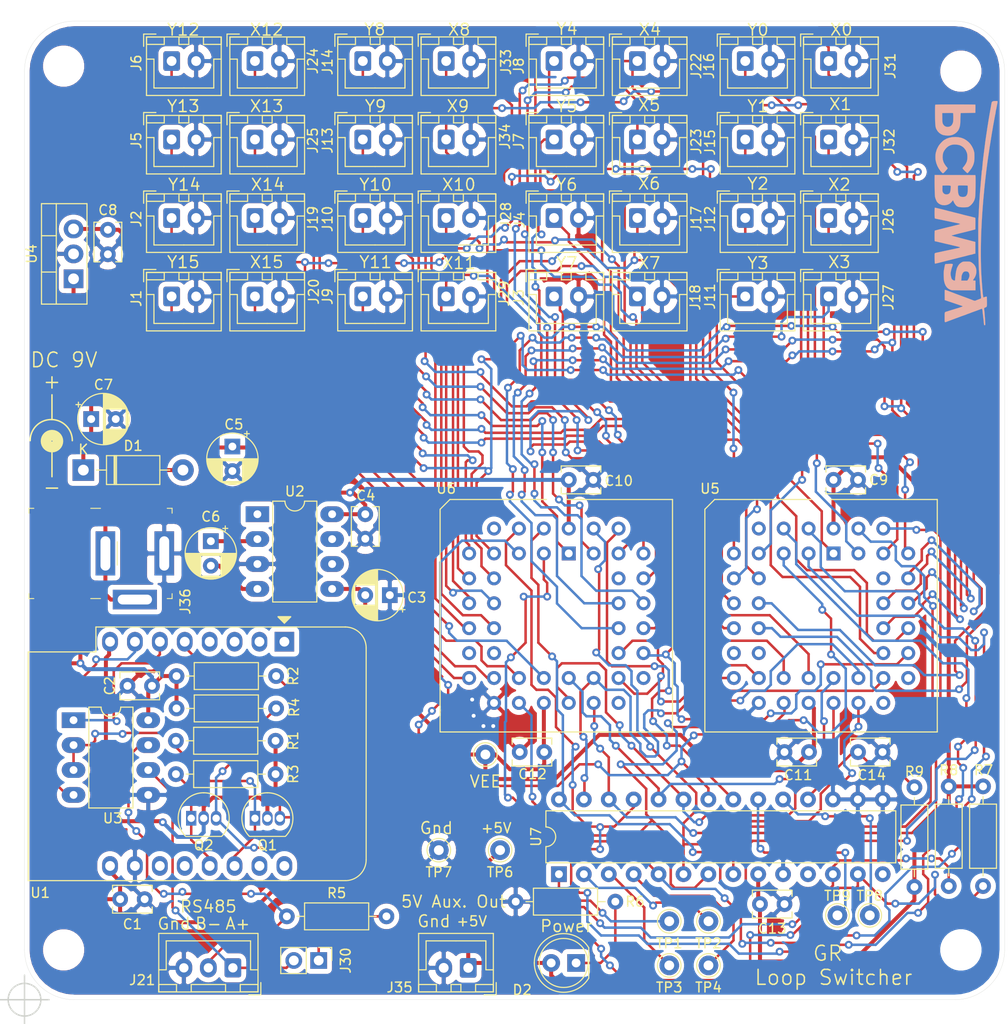
<source format=kicad_pcb>
(kicad_pcb (version 20171130) (host pcbnew "(5.1.2-1)-1")
  (layers (0 F.Cu signal) (31 B.Cu signal) (34 B.Paste user hide) (35 F.Paste user hide) (36 B.SilkS user) (37 F.SilkS user) (38 B.Mask user) (39 F.Mask user) (44 Edge.Cuts user))
  (net 0 "")
  (net 1 GNDREF)
  (net 2 VEE)
  (net 3 /Y0)
  (net 4 /Y1)
  (net 5 /Y2)
  (net 6 /Y3)
  (net 7 /Y4)
  (net 8 /Y5)
  (net 9 /Y6)
  (net 10 /Y7)
  (net 11 /Y8)
  (net 12 /Y9)
  (net 13 /Y10)
  (net 14 /Y11)
  (net 15 /Y12)
  (net 16 /Y13)
  (net 17 /Y14)
  (net 18 /Y15)
  (net 19 /X15)
  (net 20 /X14)
  (net 21 /X13)
  (net 22 /X12)
  (net 23 /X11)
  (net 24 /X10)
  (net 25 /X9)
  (net 26 /X8)
  (net 27 /X7)
  (net 28 /X6)
  (net 29 /X5)
  (net 30 /X4)
  (net 31 /X3)
  (net 32 /X2)
  (net 33 /X1)
  (net 34 /X0)
  (net 35 "/GPIO Expander/Out1")
  (net 36 "/GPIO Expander/Out2")
  (net 37 "/GPIO Expander/Out3")
  (net 38 "/GPIO Expander/Out4")
  (net 39 "Net-(U1-Pad1)")
  (net 40 /DATA)
  (net 41 /STROBE)
  (net 42 /CS0)
  (net 43 /AY1)
  (net 44 /AX0)
  (net 45 /AY0)
  (net 46 /AX3)
  (net 47 /AX2)
  (net 48 /RESET)
  (net 49 /AX1)
  (net 50 /AY2)
  (net 51 /CS1)
  (net 52 +5V)
  (net 53 "Net-(C6-Pad2)")
  (net 54 "Net-(C6-Pad1)")
  (net 55 "Net-(C7-Pad1)")
  (net 56 "Net-(C14-Pad2)")
  (net 57 "Net-(D1-Pad2)")
  (net 58 "Net-(D2-Pad1)")
  (net 59 "Net-(J21-Pad1)")
  (net 60 "Net-(J21-Pad2)")
  (net 61 "Net-(J30-Pad1)")
  (net 62 "Net-(Q1-Pad1)")
  (net 63 "/GPIO Expander/SCL")
  (net 64 +3V3)
  (net 65 "/GPIO Expander/SDA")
  (net 66 "Net-(Q2-Pad1)")
  (net 67 "Net-(TP8-Pad1)")
  (net 68 "Net-(TP9-Pad1)")
  (net 69 "Net-(U1-Pad2)")
  (net 70 "Net-(U1-Pad3)")
  (net 71 "Net-(U1-Pad4)")
  (net 72 /DE_~RE)
  (net 73 /RxD)
  (net 74 /TxD)
  (net 75 "Net-(U1-Pad11)")
  (net 76 "Net-(U1-Pad12)")
  (net 77 "Net-(U1-Pad15)")
  (net 78 "Net-(U1-Pad16)")
  (net 79 "Net-(U2-Pad1)")
  (net 80 "Net-(U2-Pad6)")
  (net 81 "Net-(U2-Pad7)")
  (net 82 "Net-(U5-Pad38)")
  (net 83 "Net-(U5-Pad28)")
  (net 84 "Net-(U5-Pad29)")
  (net 85 "Net-(U5-Pad15)")
  (net 86 "Net-(U5-Pad16)")
  (net 87 "Net-(U5-Pad6)")
  (net 88 "Net-(U6-Pad6)")
  (net 89 "Net-(U6-Pad16)")
  (net 90 "Net-(U6-Pad15)")
  (net 91 "Net-(U6-Pad29)")
  (net 92 "Net-(U6-Pad28)")
  (net 93 "Net-(U6-Pad38)")
  (net 94 "Net-(U7-Pad11)")
  (net 95 "Net-(U7-Pad14)")
  (module "_Custom_Footprints:pcb way logo" (layer B.Cu) (at 184.711 56.071 270)
    (fp_text reference G*** hide)
    (fp_text value LOGO hide)
  )
  (module MountingHole:MountingHole_3.2mm_M3 (layer F.Cu) (at 92.075 41)
    (fp_text reference MH1 hide)
    (fp_text value MountingHole)
    (pad "" np_thru_hole circle (at -0.075 0.089) (size 3.2 3.2) (drill 3.2) (layers *.Cu *.Mask))
  )
  (module MountingHole:MountingHole_3.2mm_M3 (layer F.Cu) (at 183.515 41)
    (fp_text reference MH2 hide)
    (fp_text value MountingHole)
    (pad "" np_thru_hole circle (at -0.015 0.597) (size 3.2 3.2) (drill 3.2) (layers *.Cu *.Mask))
  )
  (module MountingHole:MountingHole_3.2mm_M3 (layer F.Cu) (at 184.531 131.191)
    (fp_text reference MH3 hide)
    (fp_text value MountingHole)
    (pad "" np_thru_hole circle (at -1.031 0) (size 3.2 3.2) (drill 3.2) (layers *.Cu *.Mask))
  )
  (module MountingHole:MountingHole_3.2mm_M3 (layer F.Cu) (at 93.091 131.191)
    (fp_text reference MH4 hide)
    (fp_text value MountingHole)
    (pad "" np_thru_hole circle (at -1.091 0) (size 3.2 3.2) (drill 3.2) (layers *.Cu *.Mask))
  )
  (module Capacitor_THT:C_Disc_D3.8mm_W2.6mm_P2.50mm (layer F.Cu) (at 175.511 111.021 180)
    (fp_text reference C14 (at 1.1 -2.35) (layer F.SilkS))
    (fp_text value 100nF)
    (pad 1 thru_hole circle (at 0 0 180) (size 1.6 1.6) (drill 0.8) (layers *.Cu *.Mask) (net 1 GNDREF))
    (pad 2 thru_hole circle (at 2.5 0 180) (size 1.6 1.6) (drill 0.8) (layers *.Cu *.Mask) (net 56 "Net-(C14-Pad2)"))
  )
  (module Capacitor_THT:C_Disc_D3.8mm_W2.6mm_P2.50mm (layer F.Cu) (at 163.011 126.521)
    (fp_text reference C13 (at 1.25 2.5) (layer F.SilkS))
    (fp_text value 100nF)
    (pad 2 thru_hole circle (at 2.5 0) (size 1.6 1.6) (drill 0.8) (layers *.Cu *.Mask) (net 1 GNDREF))
    (pad 1 thru_hole circle (at 0 0) (size 1.6 1.6) (drill 0.8) (layers *.Cu *.Mask) (net 52 +5V))
  )
  (module Capacitor_THT:CP_Radial_D5.0mm_P2.50mm (layer F.Cu) (at 94.811 77.071)
    (fp_text reference C7 (at 1.25 -3.5) (layer F.SilkS))
    (fp_text value 1uF)
    (pad 1 thru_hole rect (at 0 0) (size 1.6 1.6) (drill 0.8) (layers *.Cu *.Mask) (net 55 "Net-(C7-Pad1)"))
    (pad 2 thru_hole circle (at 2.5 0) (size 1.6 1.6) (drill 0.8) (layers *.Cu *.Mask) (net 1 GNDREF))
  )
  (module TestPoint:TestPoint_THTPad_D2.0mm_Drill1.0mm (layer F.Cu) (at 135.011 111.271)
    (fp_text reference TP5 hide)
    (fp_text value TestPoint_Alt)
    (pad 1 thru_hole circle (at 0 0) (size 2 2) (drill 1) (layers *.Cu *.Mask) (net 2 VEE))
  )
  (module TestPoint:TestPoint_THTPad_D2.0mm_Drill1.0mm (layer F.Cu) (at 136.511 121.021)
    (fp_text reference TP6 (at 0 2.25) (layer F.SilkS))
    (fp_text value TestPoint_Alt)
    (pad 1 thru_hole circle (at 0 0) (size 2 2) (drill 1) (layers *.Cu *.Mask) (net 52 +5V))
  )
  (module TestPoint:TestPoint_THTPad_D2.0mm_Drill1.0mm (layer F.Cu) (at 130.261 121.021)
    (fp_text reference TP7 (at 0 2.25) (layer F.SilkS))
    (fp_text value TestPoint_Alt)
    (pad 1 thru_hole circle (at 0 0) (size 2 2) (drill 1) (layers *.Cu *.Mask) (net 1 GNDREF))
  )
  (module TestPoint:TestPoint_THTPad_D2.0mm_Drill1.0mm (layer F.Cu) (at 174.211 127.671 180)
    (fp_text reference TP8 (at 0 2 180) (layer F.SilkS))
    (fp_text value TestPoint_Alt)
    (pad 1 thru_hole circle (at 0 0 180) (size 2 2) (drill 1) (layers *.Cu *.Mask) (net 67 "Net-(TP8-Pad1)"))
  )
  (module TestPoint:TestPoint_THTPad_D2.0mm_Drill1.0mm (layer F.Cu) (at 170.911 127.671 180)
    (fp_text reference TP9 (at 0 2 180) (layer F.SilkS))
    (fp_text value TestPoint_Alt)
    (pad 1 thru_hole circle (at 0 0 180) (size 2 2) (drill 1) (layers *.Cu *.Mask) (net 68 "Net-(TP9-Pad1)"))
  )
  (module Package_DIP:DIP-28_W7.62mm (layer F.Cu) (at 142.511 123.471 90)
    (fp_text reference U7 (at 3.81 -2.33 90) (layer F.SilkS))
    (fp_text value MCP23017_SP)
    (pad 1 thru_hole rect (at 0 0 90) (size 1.6 1.6) (drill 0.8) (layers *.Cu *.Mask) (net 35 "/GPIO Expander/Out1"))
    (pad 15 thru_hole oval (at 7.62 33.02 90) (size 1.6 1.6) (drill 0.8) (layers *.Cu *.Mask) (net 1 GNDREF))
    (pad 2 thru_hole oval (at 0 2.54 90) (size 1.6 1.6) (drill 0.8) (layers *.Cu *.Mask) (net 36 "/GPIO Expander/Out2"))
    (pad 16 thru_hole oval (at 7.62 30.48 90) (size 1.6 1.6) (drill 0.8) (layers *.Cu *.Mask) (net 1 GNDREF))
    (pad 3 thru_hole oval (at 0 5.08 90) (size 1.6 1.6) (drill 0.8) (layers *.Cu *.Mask) (net 37 "/GPIO Expander/Out3"))
    (pad 17 thru_hole oval (at 7.62 27.94 90) (size 1.6 1.6) (drill 0.8) (layers *.Cu *.Mask) (net 1 GNDREF))
    (pad 4 thru_hole oval (at 0 7.62 90) (size 1.6 1.6) (drill 0.8) (layers *.Cu *.Mask) (net 38 "/GPIO Expander/Out4"))
    (pad 18 thru_hole oval (at 7.62 25.4 90) (size 1.6 1.6) (drill 0.8) (layers *.Cu *.Mask) (net 56 "Net-(C14-Pad2)"))
    (pad 5 thru_hole oval (at 0 10.16 90) (size 1.6 1.6) (drill 0.8) (layers *.Cu *.Mask) (net 48 /RESET))
    (pad 19 thru_hole oval (at 7.62 22.86 90) (size 1.6 1.6) (drill 0.8) (layers *.Cu *.Mask) (net 67 "Net-(TP8-Pad1)"))
    (pad 6 thru_hole oval (at 0 12.7 90) (size 1.6 1.6) (drill 0.8) (layers *.Cu *.Mask) (net 40 /DATA))
    (pad 20 thru_hole oval (at 7.62 20.32 90) (size 1.6 1.6) (drill 0.8) (layers *.Cu *.Mask) (net 68 "Net-(TP9-Pad1)"))
    (pad 7 thru_hole oval (at 0 15.24 90) (size 1.6 1.6) (drill 0.8) (layers *.Cu *.Mask) (net 41 /STROBE))
    (pad 21 thru_hole oval (at 7.62 17.78 90) (size 1.6 1.6) (drill 0.8) (layers *.Cu *.Mask) (net 51 /CS1))
    (pad 8 thru_hole oval (at 0 17.78 90) (size 1.6 1.6) (drill 0.8) (layers *.Cu *.Mask) (net 42 /CS0))
    (pad 22 thru_hole oval (at 7.62 15.24 90) (size 1.6 1.6) (drill 0.8) (layers *.Cu *.Mask) (net 44 /AX0))
    (pad 9 thru_hole oval (at 0 20.32 90) (size 1.6 1.6) (drill 0.8) (layers *.Cu *.Mask) (net 52 +5V))
    (pad 23 thru_hole oval (at 7.62 12.7 90) (size 1.6 1.6) (drill 0.8) (layers *.Cu *.Mask) (net 49 /AX1))
    (pad 10 thru_hole oval (at 0 22.86 90) (size 1.6 1.6) (drill 0.8) (layers *.Cu *.Mask) (net 1 GNDREF))
    (pad 24 thru_hole oval (at 7.62 10.16 90) (size 1.6 1.6) (drill 0.8) (layers *.Cu *.Mask) (net 47 /AX2))
    (pad 11 thru_hole oval (at 0 25.4 90) (size 1.6 1.6) (drill 0.8) (layers *.Cu *.Mask) (net 94 "Net-(U7-Pad11)"))
    (pad 25 thru_hole oval (at 7.62 7.62 90) (size 1.6 1.6) (drill 0.8) (layers *.Cu *.Mask) (net 46 /AX3))
    (pad 12 thru_hole oval (at 0 27.94 90) (size 1.6 1.6) (drill 0.8) (layers *.Cu *.Mask) (net 63 "/GPIO Expander/SCL"))
    (pad 26 thru_hole oval (at 7.62 5.08 90) (size 1.6 1.6) (drill 0.8) (layers *.Cu *.Mask) (net 45 /AY0))
    (pad 13 thru_hole oval (at 0 30.48 90) (size 1.6 1.6) (drill 0.8) (layers *.Cu *.Mask) (net 65 "/GPIO Expander/SDA"))
    (pad 27 thru_hole oval (at 7.62 2.54 90) (size 1.6 1.6) (drill 0.8) (layers *.Cu *.Mask) (net 43 /AY1))
    (pad 14 thru_hole oval (at 0 33.02 90) (size 1.6 1.6) (drill 0.8) (layers *.Cu *.Mask) (net 95 "Net-(U7-Pad14)"))
    (pad 28 thru_hole oval (at 7.62 0 90) (size 1.6 1.6) (drill 0.8) (layers *.Cu *.Mask) (net 50 /AY2))
  )
  (module Capacitor_THT:CP_Radial_D5.0mm_P2.50mm (layer F.Cu) (at 125.261 95.021 180)
    (fp_text reference C3 (at -2.75 -0.25) (layer F.SilkS))
    (fp_text value 10uF)
    (pad 1 thru_hole rect (at 0 0 180) (size 1.6 1.6) (drill 0.8) (layers *.Cu *.Mask) (net 1 GNDREF))
    (pad 2 thru_hole circle (at 2.5 0 180) (size 1.6 1.6) (drill 0.8) (layers *.Cu *.Mask) (net 2 VEE))
  )
  (module Capacitor_THT:C_Disc_D3.8mm_W2.6mm_P2.50mm (layer F.Cu) (at 122.761 89.271 90)
    (fp_text reference C4 (at 4.4 0.05) (layer F.SilkS))
    (fp_text value 100nF)
    (pad 1 thru_hole circle (at 0 0 90) (size 1.6 1.6) (drill 0.8) (layers *.Cu *.Mask) (net 1 GNDREF))
    (pad 2 thru_hole circle (at 2.5 0 90) (size 1.6 1.6) (drill 0.8) (layers *.Cu *.Mask) (net 52 +5V))
  )
  (module Capacitor_THT:CP_Radial_D5.0mm_P2.50mm (layer F.Cu) (at 109.211 79.871 270)
    (fp_text reference C5 (at -2.25 -0.15 180) (layer F.SilkS))
    (fp_text value 10uF)
    (pad 1 thru_hole rect (at 0 0 270) (size 1.6 1.6) (drill 0.8) (layers *.Cu *.Mask) (net 52 +5V))
    (pad 2 thru_hole circle (at 2.5 0 270) (size 1.6 1.6) (drill 0.8) (layers *.Cu *.Mask) (net 1 GNDREF))
  )
  (module Capacitor_THT:CP_Radial_D5.0mm_P2.50mm (layer F.Cu) (at 107.011 89.521 270)
    (fp_text reference C6 (at -2.5 0 180) (layer F.SilkS))
    (fp_text value 10uF)
    (pad 2 thru_hole circle (at 2.5 0 270) (size 1.6 1.6) (drill 0.8) (layers *.Cu *.Mask) (net 53 "Net-(C6-Pad2)"))
    (pad 1 thru_hole rect (at 0 0 270) (size 1.6 1.6) (drill 0.8) (layers *.Cu *.Mask) (net 54 "Net-(C6-Pad1)"))
  )
  (module Capacitor_THT:C_Disc_D3.8mm_W2.6mm_P2.50mm (layer F.Cu) (at 173.011 83.271 180)
    (fp_text reference C9 (at -2.1 0 180) (layer F.SilkS))
    (fp_text value 100nF)
    (pad 2 thru_hole circle (at 2.5 0 180) (size 1.6 1.6) (drill 0.8) (layers *.Cu *.Mask) (net 52 +5V))
    (pad 1 thru_hole circle (at 0 0 180) (size 1.6 1.6) (drill 0.8) (layers *.Cu *.Mask) (net 1 GNDREF))
  )
  (module Capacitor_THT:C_Disc_D3.8mm_W2.6mm_P2.50mm (layer F.Cu) (at 146.011 83.271 180)
    (fp_text reference C10 (at -2.6 -0.1 180) (layer F.SilkS))
    (fp_text value 100nF)
    (pad 1 thru_hole circle (at 0 0 180) (size 1.6 1.6) (drill 0.8) (layers *.Cu *.Mask) (net 1 GNDREF))
    (pad 2 thru_hole circle (at 2.5 0 180) (size 1.6 1.6) (drill 0.8) (layers *.Cu *.Mask) (net 52 +5V))
  )
  (module Capacitor_THT:C_Disc_D3.8mm_W2.6mm_P2.50mm (layer F.Cu) (at 165.511 111.021)
    (fp_text reference C11 (at 1.4 2.35 180) (layer F.SilkS))
    (fp_text value 100nF)
    (pad 2 thru_hole circle (at 2.5 0) (size 1.6 1.6) (drill 0.8) (layers *.Cu *.Mask) (net 2 VEE))
    (pad 1 thru_hole circle (at 0 0) (size 1.6 1.6) (drill 0.8) (layers *.Cu *.Mask) (net 1 GNDREF))
  )
  (module Capacitor_THT:C_Disc_D3.8mm_W2.6mm_P2.50mm (layer F.Cu) (at 138.511 111.021)
    (fp_text reference C12 (at 1.3 2.25 180) (layer F.SilkS))
    (fp_text value 100nF)
    (pad 1 thru_hole circle (at 0 0) (size 1.6 1.6) (drill 0.8) (layers *.Cu *.Mask) (net 1 GNDREF))
    (pad 2 thru_hole circle (at 2.5 0) (size 1.6 1.6) (drill 0.8) (layers *.Cu *.Mask) (net 2 VEE))
  )
  (module LED_THT:LED_D5.0mm (layer F.Cu) (at 144.261 132.521 180)
    (fp_text reference D2 (at 5.5 -2.75 180) (layer F.SilkS))
    (fp_text value LED_Small_ALT)
    (pad 1 thru_hole rect (at 0 0 180) (size 1.8 1.8) (drill 0.9) (layers *.Cu *.Mask) (net 58 "Net-(D2-Pad1)"))
    (pad 2 thru_hole circle (at 2.54 0 180) (size 1.8 1.8) (drill 0.9) (layers *.Cu *.Mask) (net 52 +5V))
  )
  (module TestPoint:TestPoint_THTPad_D2.0mm_Drill1.0mm (layer F.Cu) (at 153.761 128.271 90)
    (fp_text reference TP1 (at -2.25 0) (layer F.SilkS))
    (fp_text value TestPoint_Alt)
    (pad 1 thru_hole circle (at 0 0 90) (size 2 2) (drill 1) (layers *.Cu *.Mask) (net 35 "/GPIO Expander/Out1"))
  )
  (module TestPoint:TestPoint_THTPad_D2.0mm_Drill1.0mm (layer F.Cu) (at 157.761 128.271 90)
    (fp_text reference TP2 (at -2.25 0) (layer F.SilkS))
    (fp_text value TestPoint_Alt)
    (pad 1 thru_hole circle (at 0 0 90) (size 2 2) (drill 1) (layers *.Cu *.Mask) (net 36 "/GPIO Expander/Out2"))
  )
  (module TestPoint:TestPoint_THTPad_D2.0mm_Drill1.0mm (layer F.Cu) (at 153.761 132.771 90)
    (fp_text reference TP3 (at -2.25 0) (layer F.SilkS))
    (fp_text value TestPoint_Alt)
    (pad 1 thru_hole circle (at 0 0 90) (size 2 2) (drill 1) (layers *.Cu *.Mask) (net 37 "/GPIO Expander/Out3"))
  )
  (module TestPoint:TestPoint_THTPad_D2.0mm_Drill1.0mm (layer F.Cu) (at 157.761 132.771 90)
    (fp_text reference TP4 (at -2.25 0) (layer F.SilkS))
    (fp_text value TestPoint_Alt)
    (pad 1 thru_hole circle (at 0 0 90) (size 2 2) (drill 1) (layers *.Cu *.Mask) (net 38 "/GPIO Expander/Out4"))
  )
  (module Capacitor_THT:C_Disc_D3.8mm_W2.6mm_P2.50mm (layer F.Cu) (at 100.261 126.021 180)
    (fp_text reference C1 (at 1.25 -2.55) (layer F.SilkS))
    (fp_text value 100nF)
    (pad 1 thru_hole circle (at 0 0 180) (size 1.6 1.6) (drill 0.8) (layers *.Cu *.Mask) (net 1 GNDREF))
    (pad 2 thru_hole circle (at 2.5 0 180) (size 1.6 1.6) (drill 0.8) (layers *.Cu *.Mask) (net 52 +5V))
  )
  (module Capacitor_THT:C_Disc_D3.8mm_W2.6mm_P2.50mm (layer F.Cu) (at 98.511 104.271)
    (fp_text reference C2 (at -1.8 0 90) (layer F.SilkS))
    (fp_text value 100nF)
    (pad 2 thru_hole circle (at 2.5 0) (size 1.6 1.6) (drill 0.8) (layers *.Cu *.Mask) (net 52 +5V))
    (pad 1 thru_hole circle (at 0 0) (size 1.6 1.6) (drill 0.8) (layers *.Cu *.Mask) (net 1 GNDREF))
  )
  (module Capacitor_THT:C_Disc_D3.8mm_W2.6mm_P2.50mm (layer F.Cu) (at 96.511 60.271 90)
    (fp_text reference C8 (at 4.5 0 180) (layer F.SilkS))
    (fp_text value 100nF)
    (pad 1 thru_hole circle (at 0 0 90) (size 1.6 1.6) (drill 0.8) (layers *.Cu *.Mask) (net 1 GNDREF))
    (pad 2 thru_hole circle (at 2.5 0 90) (size 1.6 1.6) (drill 0.8) (layers *.Cu *.Mask) (net 52 +5V))
  )
  (module Diode_THT:D_DO-41_SOD81_P10.16mm_Horizontal (layer F.Cu) (at 94.011 82.271)
    (fp_text reference D1 (at 5.08 -2.47) (layer F.SilkS))
    (fp_text value 1N4001)
    (fp_text user K (at 0 -2.1) (layer F.SilkS))
    (pad 1 thru_hole rect (at 0 0) (size 2.2 2.2) (drill 1.1) (layers *.Cu *.Mask) (net 55 "Net-(C7-Pad1)"))
    (pad 2 thru_hole oval (at 10.16 0) (size 2.2 2.2) (drill 1.1) (layers *.Cu *.Mask) (net 57 "Net-(D1-Pad2)"))
  )
  (module Connector_JST:JST_XH_B2B-XH-A_1x02_P2.50mm_Vertical (layer F.Cu) (at 103.011 64.571)
    (fp_text reference J1 (at -3.6 0.2 90) (layer F.SilkS))
    (fp_text value Conn_01x02)
    (pad 1 thru_hole roundrect (at 0 0) (size 1.7 2) (drill 1) (layers *.Cu *.Mask) (roundrect_rratio 0.147059) (net 18 /Y15))
    (pad 2 thru_hole oval (at 2.5 0) (size 1.7 2) (drill 1) (layers *.Cu *.Mask) (net 1 GNDREF))
  )
  (module Connector_JST:JST_XH_B2B-XH-A_1x02_P2.50mm_Vertical (layer F.Cu) (at 103.011 56.571)
    (fp_text reference J2 (at -3.6 0.1 90) (layer F.SilkS))
    (fp_text value Conn_01x02)
    (pad 2 thru_hole oval (at 2.5 0) (size 1.7 2) (drill 1) (layers *.Cu *.Mask) (net 1 GNDREF))
    (pad 1 thru_hole roundrect (at 0 0) (size 1.7 2) (drill 1) (layers *.Cu *.Mask) (roundrect_rratio 0.147059) (net 17 /Y14))
  )
  (module Connector_JST:JST_XH_B2B-XH-A_1x02_P2.50mm_Vertical (layer F.Cu) (at 142.011 64.571)
    (fp_text reference J3 (at -3.6 0.1 90) (layer F.SilkS))
    (fp_text value Conn_01x02)
    (pad 2 thru_hole oval (at 2.5 0) (size 1.7 2) (drill 1) (layers *.Cu *.Mask) (net 1 GNDREF))
    (pad 1 thru_hole roundrect (at 0 0) (size 1.7 2) (drill 1) (layers *.Cu *.Mask) (roundrect_rratio 0.147059) (net 10 /Y7))
  )
  (module Connector_JST:JST_XH_B2B-XH-A_1x02_P2.50mm_Vertical (layer F.Cu) (at 142.011 56.571)
    (fp_text reference J4 (at -3.5 0.2 90) (layer F.SilkS))
    (fp_text value Conn_01x02)
    (pad 2 thru_hole oval (at 2.5 0) (size 1.7 2) (drill 1) (layers *.Cu *.Mask) (net 1 GNDREF))
    (pad 1 thru_hole roundrect (at 0 0) (size 1.7 2) (drill 1) (layers *.Cu *.Mask) (roundrect_rratio 0.147059) (net 9 /Y6))
  )
  (module Connector_JST:JST_XH_B2B-XH-A_1x02_P2.50mm_Vertical (layer F.Cu) (at 103.011 48.571)
    (fp_text reference J5 (at -3.6 0.1 90) (layer F.SilkS))
    (fp_text value Conn_01x02)
    (pad 2 thru_hole oval (at 2.5 0) (size 1.7 2) (drill 1) (layers *.Cu *.Mask) (net 1 GNDREF))
    (pad 1 thru_hole roundrect (at 0 0) (size 1.7 2) (drill 1) (layers *.Cu *.Mask) (roundrect_rratio 0.147059) (net 16 /Y13))
  )
  (module Connector_JST:JST_XH_B2B-XH-A_1x02_P2.50mm_Vertical (layer F.Cu) (at 103.011 40.571)
    (fp_text reference J6 (at -3.6 0.2 90) (layer F.SilkS))
    (fp_text value Conn_01x02)
    (pad 1 thru_hole roundrect (at 0 0) (size 1.7 2) (drill 1) (layers *.Cu *.Mask) (roundrect_rratio 0.147059) (net 15 /Y12))
    (pad 2 thru_hole oval (at 2.5 0) (size 1.7 2) (drill 1) (layers *.Cu *.Mask) (net 1 GNDREF))
  )
  (module Connector_JST:JST_XH_B2B-XH-A_1x02_P2.50mm_Vertical (layer F.Cu) (at 142.011 48.571)
    (fp_text reference J7 (at -3.6 0.2 90) (layer F.SilkS))
    (fp_text value Conn_01x02)
    (pad 1 thru_hole roundrect (at 0 0) (size 1.7 2) (drill 1) (layers *.Cu *.Mask) (roundrect_rratio 0.147059) (net 8 /Y5))
    (pad 2 thru_hole oval (at 2.5 0) (size 1.7 2) (drill 1) (layers *.Cu *.Mask) (net 1 GNDREF))
  )
  (module Connector_JST:JST_XH_B2B-XH-A_1x02_P2.50mm_Vertical (layer F.Cu) (at 142.011 40.571)
    (fp_text reference J8 (at -3.6 0.5 90) (layer F.SilkS))
    (fp_text value Conn_01x02)
    (pad 1 thru_hole roundrect (at 0 0) (size 1.7 2) (drill 1) (layers *.Cu *.Mask) (roundrect_rratio 0.147059) (net 7 /Y4))
    (pad 2 thru_hole oval (at 2.5 0) (size 1.7 2) (drill 1) (layers *.Cu *.Mask) (net 1 GNDREF))
  )
  (module Connector_JST:JST_XH_B2B-XH-A_1x02_P2.50mm_Vertical (layer F.Cu) (at 122.511 64.571)
    (fp_text reference J9 (at -3.6 0 90) (layer F.SilkS))
    (fp_text value Conn_01x02)
    (pad 1 thru_hole roundrect (at 0 0) (size 1.7 2) (drill 1) (layers *.Cu *.Mask) (roundrect_rratio 0.147059) (net 14 /Y11))
    (pad 2 thru_hole oval (at 2.5 0) (size 1.7 2) (drill 1) (layers *.Cu *.Mask) (net 1 GNDREF))
  )
  (module Connector_JST:JST_XH_B2B-XH-A_1x02_P2.50mm_Vertical (layer F.Cu) (at 122.511 56.571)
    (fp_text reference J10 (at -3.6 0.1 90) (layer F.SilkS))
    (fp_text value Conn_01x02)
    (pad 2 thru_hole oval (at 2.5 0) (size 1.7 2) (drill 1) (layers *.Cu *.Mask) (net 1 GNDREF))
    (pad 1 thru_hole roundrect (at 0 0) (size 1.7 2) (drill 1) (layers *.Cu *.Mask) (roundrect_rratio 0.147059) (net 13 /Y10))
  )
  (module Connector_JST:JST_XH_B2B-XH-A_1x02_P2.50mm_Vertical (layer F.Cu) (at 161.511 64.571)
    (fp_text reference J11 (at -3.6 0 90) (layer F.SilkS))
    (fp_text value Conn_01x02)
    (pad 2 thru_hole oval (at 2.5 0) (size 1.7 2) (drill 1) (layers *.Cu *.Mask) (net 1 GNDREF))
    (pad 1 thru_hole roundrect (at 0 0) (size 1.7 2) (drill 1) (layers *.Cu *.Mask) (roundrect_rratio 0.147059) (net 6 /Y3))
  )
  (module Connector_JST:JST_XH_B2B-XH-A_1x02_P2.50mm_Vertical (layer F.Cu) (at 161.511 56.571)
    (fp_text reference J12 (at -3.6 0.1 90) (layer F.SilkS))
    (fp_text value Conn_01x02)
    (pad 2 thru_hole oval (at 2.5 0) (size 1.7 2) (drill 1) (layers *.Cu *.Mask) (net 1 GNDREF))
    (pad 1 thru_hole roundrect (at 0 0) (size 1.7 2) (drill 1) (layers *.Cu *.Mask) (roundrect_rratio 0.147059) (net 5 /Y2))
  )
  (module Connector_JST:JST_XH_B2B-XH-A_1x02_P2.50mm_Vertical (layer F.Cu) (at 122.511 48.571)
    (fp_text reference J13 (at -3.6 0.1 90) (layer F.SilkS))
    (fp_text value Conn_01x02)
    (pad 1 thru_hole roundrect (at 0 0) (size 1.7 2) (drill 1) (layers *.Cu *.Mask) (roundrect_rratio 0.147059) (net 12 /Y9))
    (pad 2 thru_hole oval (at 2.5 0) (size 1.7 2) (drill 1) (layers *.Cu *.Mask) (net 1 GNDREF))
  )
  (module Connector_JST:JST_XH_B2B-XH-A_1x02_P2.50mm_Vertical (layer F.Cu) (at 122.511 40.571)
    (fp_text reference J14 (at -3.6 0.1 90) (layer F.SilkS))
    (fp_text value Conn_01x02)
    (pad 1 thru_hole roundrect (at 0 0) (size 1.7 2) (drill 1) (layers *.Cu *.Mask) (roundrect_rratio 0.147059) (net 11 /Y8))
    (pad 2 thru_hole oval (at 2.5 0) (size 1.7 2) (drill 1) (layers *.Cu *.Mask) (net 1 GNDREF))
  )
  (module Connector_JST:JST_XH_B2B-XH-A_1x02_P2.50mm_Vertical (layer F.Cu) (at 161.511 48.571)
    (fp_text reference J15 (at -3.6 0.3 90) (layer F.SilkS))
    (fp_text value Conn_01x02)
    (pad 1 thru_hole roundrect (at 0 0) (size 1.7 2) (drill 1) (layers *.Cu *.Mask) (roundrect_rratio 0.147059) (net 4 /Y1))
    (pad 2 thru_hole oval (at 2.5 0) (size 1.7 2) (drill 1) (layers *.Cu *.Mask) (net 1 GNDREF))
  )
  (module Connector_JST:JST_XH_B2B-XH-A_1x02_P2.50mm_Vertical (layer F.Cu) (at 161.511 40.571)
    (fp_text reference J16 (at -3.7 0.5 90) (layer F.SilkS))
    (fp_text value Conn_01x02)
    (pad 1 thru_hole roundrect (at 0 0) (size 1.7 2) (drill 1) (layers *.Cu *.Mask) (roundrect_rratio 0.147059) (net 3 /Y0))
    (pad 2 thru_hole oval (at 2.5 0) (size 1.7 2) (drill 1) (layers *.Cu *.Mask) (net 1 GNDREF))
  )
  (module Connector_JST:JST_XH_B2B-XH-A_1x02_P2.50mm_Vertical (layer F.Cu) (at 150.511 56.571)
    (fp_text reference J17 (at 6 0.1 90) (layer F.SilkS))
    (fp_text value Conn_01x02)
    (pad 2 thru_hole oval (at 2.5 0) (size 1.7 2) (drill 1) (layers *.Cu *.Mask) (net 1 GNDREF))
    (pad 1 thru_hole roundrect (at 0 0) (size 1.7 2) (drill 1) (layers *.Cu *.Mask) (roundrect_rratio 0.147059) (net 28 /X6))
  )
  (module Connector_JST:JST_XH_B2B-XH-A_1x02_P2.50mm_Vertical (layer F.Cu) (at 150.511 64.571)
    (fp_text reference J18 (at 5.9 0.1 90) (layer F.SilkS))
    (fp_text value Conn_01x02)
    (pad 2 thru_hole oval (at 2.5 0) (size 1.7 2) (drill 1) (layers *.Cu *.Mask) (net 1 GNDREF))
    (pad 1 thru_hole roundrect (at 0 0) (size 1.7 2) (drill 1) (layers *.Cu *.Mask) (roundrect_rratio 0.147059) (net 27 /X7))
  )
  (module Connector_JST:JST_XH_B2B-XH-A_1x02_P2.50mm_Vertical (layer F.Cu) (at 111.511 56.571)
    (fp_text reference J19 (at 5.9 0.1 90) (layer F.SilkS))
    (fp_text value Conn_01x02)
    (pad 2 thru_hole oval (at 2.5 0) (size 1.7 2) (drill 1) (layers *.Cu *.Mask) (net 1 GNDREF))
    (pad 1 thru_hole roundrect (at 0 0) (size 1.7 2) (drill 1) (layers *.Cu *.Mask) (roundrect_rratio 0.147059) (net 20 /X14))
  )
  (module Connector_JST:JST_XH_B2B-XH-A_1x02_P2.50mm_Vertical (layer F.Cu) (at 111.511 64.571)
    (fp_text reference J20 (at 6 -0.5 90) (layer F.SilkS))
    (fp_text value Conn_01x02)
    (pad 2 thru_hole oval (at 2.5 0) (size 1.7 2) (drill 1) (layers *.Cu *.Mask) (net 1 GNDREF))
    (pad 1 thru_hole roundrect (at 0 0) (size 1.7 2) (drill 1) (layers *.Cu *.Mask) (roundrect_rratio 0.147059) (net 19 /X15))
  )
  (module Connector_JST:JST_XH_B3B-XH-A_1x03_P2.50mm_Vertical (layer F.Cu) (at 109.261 133.021 180)
    (fp_text reference J21 (at 9.25 -1.25) (layer F.SilkS))
    (fp_text value Conn_01x03)
    (pad 1 thru_hole roundrect (at 0 0 180) (size 1.7 1.95) (drill 0.95) (layers *.Cu *.Mask) (roundrect_rratio 0.147059) (net 59 "Net-(J21-Pad1)"))
    (pad 2 thru_hole oval (at 2.5 0 180) (size 1.7 1.95) (drill 0.95) (layers *.Cu *.Mask) (net 60 "Net-(J21-Pad2)"))
    (pad 3 thru_hole oval (at 5 0 180) (size 1.7 1.95) (drill 0.95) (layers *.Cu *.Mask) (net 1 GNDREF))
  )
  (module Connector_JST:JST_XH_B2B-XH-A_1x02_P2.50mm_Vertical (layer F.Cu) (at 150.511 40.571)
    (fp_text reference J22 (at 6 0.5 90) (layer F.SilkS))
    (fp_text value Conn_01x02)
    (pad 1 thru_hole roundrect (at 0 0) (size 1.7 2) (drill 1) (layers *.Cu *.Mask) (roundrect_rratio 0.147059) (net 30 /X4))
    (pad 2 thru_hole oval (at 2.5 0) (size 1.7 2) (drill 1) (layers *.Cu *.Mask) (net 1 GNDREF))
  )
  (module Connector_JST:JST_XH_B2B-XH-A_1x02_P2.50mm_Vertical (layer F.Cu) (at 150.511 48.571)
    (fp_text reference J23 (at 6 0.2 90) (layer F.SilkS))
    (fp_text value Conn_01x02)
    (pad 1 thru_hole roundrect (at 0 0) (size 1.7 2) (drill 1) (layers *.Cu *.Mask) (roundrect_rratio 0.147059) (net 29 /X5))
    (pad 2 thru_hole oval (at 2.5 0) (size 1.7 2) (drill 1) (layers *.Cu *.Mask) (net 1 GNDREF))
  )
  (module Connector_JST:JST_XH_B2B-XH-A_1x02_P2.50mm_Vertical (layer F.Cu) (at 111.511 40.571)
    (fp_text reference J24 (at 5.9 0 90) (layer F.SilkS))
    (fp_text value Conn_01x02)
    (pad 1 thru_hole roundrect (at 0 0) (size 1.7 2) (drill 1) (layers *.Cu *.Mask) (roundrect_rratio 0.147059) (net 22 /X12))
    (pad 2 thru_hole oval (at 2.5 0) (size 1.7 2) (drill 1) (layers *.Cu *.Mask) (net 1 GNDREF))
  )
  (module Connector_JST:JST_XH_B2B-XH-A_1x02_P2.50mm_Vertical (layer F.Cu) (at 111.511 48.571)
    (fp_text reference J25 (at 5.9 0.1 90) (layer F.SilkS))
    (fp_text value Conn_01x02)
    (pad 1 thru_hole roundrect (at 0 0) (size 1.7 2) (drill 1) (layers *.Cu *.Mask) (roundrect_rratio 0.147059) (net 21 /X13))
    (pad 2 thru_hole oval (at 2.5 0) (size 1.7 2) (drill 1) (layers *.Cu *.Mask) (net 1 GNDREF))
  )
  (module Connector_JST:JST_XH_B2B-XH-A_1x02_P2.50mm_Vertical (layer F.Cu) (at 170.011 56.571)
    (fp_text reference J26 (at 6.1 0.3 90) (layer F.SilkS))
    (fp_text value Conn_01x02)
    (pad 2 thru_hole oval (at 2.5 0) (size 1.7 2) (drill 1) (layers *.Cu *.Mask) (net 1 GNDREF))
    (pad 1 thru_hole roundrect (at 0 0) (size 1.7 2) (drill 1) (layers *.Cu *.Mask) (roundrect_rratio 0.147059) (net 32 /X2))
  )
  (module Connector_JST:JST_XH_B2B-XH-A_1x02_P2.50mm_Vertical (layer F.Cu) (at 170.011 64.571)
    (fp_text reference J27 (at 6.1 0.1 90) (layer F.SilkS))
    (fp_text value Conn_01x02)
    (pad 2 thru_hole oval (at 2.5 0) (size 1.7 2) (drill 1) (layers *.Cu *.Mask) (net 1 GNDREF))
    (pad 1 thru_hole roundrect (at 0 0) (size 1.7 2) (drill 1) (layers *.Cu *.Mask) (roundrect_rratio 0.147059) (net 31 /X3))
  )
  (module Connector_JST:JST_XH_B2B-XH-A_1x02_P2.50mm_Vertical (layer F.Cu) (at 131.011 56.571)
    (fp_text reference J28 (at 6.1 -0.3 90) (layer F.SilkS))
    (fp_text value Conn_01x02)
    (pad 2 thru_hole oval (at 2.5 0) (size 1.7 2) (drill 1) (layers *.Cu *.Mask) (net 1 GNDREF))
    (pad 1 thru_hole roundrect (at 0 0) (size 1.7 2) (drill 1) (layers *.Cu *.Mask) (roundrect_rratio 0.147059) (net 24 /X10))
  )
  (module Connector_JST:JST_XH_B2B-XH-A_1x02_P2.50mm_Vertical (layer F.Cu) (at 131.011 64.571)
    (fp_text reference J29 (at 5.9 -0.3 90) (layer F.SilkS))
    (fp_text value Conn_01x02)
    (pad 2 thru_hole oval (at 2.5 0) (size 1.7 2) (drill 1) (layers *.Cu *.Mask) (net 1 GNDREF))
    (pad 1 thru_hole roundrect (at 0 0) (size 1.7 2) (drill 1) (layers *.Cu *.Mask) (roundrect_rratio 0.147059) (net 23 /X11))
  )
  (module Connector_PinHeader_2.54mm:PinHeader_1x02_P2.54mm_Vertical (layer F.Cu) (at 118.011 132.271 270)
    (fp_text reference J30 (at 0 -2.75 90) (layer F.SilkS))
    (fp_text value Conn_01x02)
    (pad 1 thru_hole rect (at 0 0 270) (size 1.7 1.7) (drill 1) (layers *.Cu *.Mask) (net 61 "Net-(J30-Pad1)"))
    (pad 2 thru_hole oval (at 0 2.54 270) (size 1.7 1.7) (drill 1) (layers *.Cu *.Mask) (net 59 "Net-(J21-Pad1)"))
  )
  (module Connector_JST:JST_XH_B2B-XH-A_1x02_P2.50mm_Vertical (layer F.Cu) (at 170.011 40.571)
    (fp_text reference J31 (at 6.3 0.5 90) (layer F.SilkS))
    (fp_text value Conn_01x02)
    (pad 1 thru_hole roundrect (at 0 0) (size 1.7 2) (drill 1) (layers *.Cu *.Mask) (roundrect_rratio 0.147059) (net 34 /X0))
    (pad 2 thru_hole oval (at 2.5 0) (size 1.7 2) (drill 1) (layers *.Cu *.Mask) (net 1 GNDREF))
  )
  (module Connector_JST:JST_XH_B2B-XH-A_1x02_P2.50mm_Vertical (layer F.Cu) (at 170.011 48.571)
    (fp_text reference J32 (at 6.2 0.2 90) (layer F.SilkS))
    (fp_text value Conn_01x02)
    (pad 1 thru_hole roundrect (at 0 0) (size 1.7 2) (drill 1) (layers *.Cu *.Mask) (roundrect_rratio 0.147059) (net 33 /X1))
    (pad 2 thru_hole oval (at 2.5 0) (size 1.7 2) (drill 1) (layers *.Cu *.Mask) (net 1 GNDREF))
  )
  (module Connector_JST:JST_XH_B2B-XH-A_1x02_P2.50mm_Vertical (layer F.Cu) (at 131.011 40.571)
    (fp_text reference J33 (at 6.1 0.1 90) (layer F.SilkS))
    (fp_text value Conn_01x02)
    (pad 1 thru_hole roundrect (at 0 0) (size 1.7 2) (drill 1) (layers *.Cu *.Mask) (roundrect_rratio 0.147059) (net 26 /X8))
    (pad 2 thru_hole oval (at 2.5 0) (size 1.7 2) (drill 1) (layers *.Cu *.Mask) (net 1 GNDREF))
  )
  (module Connector_JST:JST_XH_B2B-XH-A_1x02_P2.50mm_Vertical (layer F.Cu) (at 131.011 48.571)
    (fp_text reference J34 (at 6 -0.3 90) (layer F.SilkS))
    (fp_text value Conn_01x02)
    (pad 1 thru_hole roundrect (at 0 0) (size 1.7 2) (drill 1) (layers *.Cu *.Mask) (roundrect_rratio 0.147059) (net 25 /X9))
    (pad 2 thru_hole oval (at 2.5 0) (size 1.7 2) (drill 1) (layers *.Cu *.Mask) (net 1 GNDREF))
  )
  (module Connector_JST:JST_XH_B2B-XH-A_1x02_P2.50mm_Vertical (layer F.Cu) (at 133.261 133.021 180)
    (fp_text reference J35 (at 7 -2) (layer F.SilkS))
    (fp_text value Conn_01x02)
    (pad 2 thru_hole oval (at 2.5 0 180) (size 1.7 2) (drill 1) (layers *.Cu *.Mask) (net 1 GNDREF))
    (pad 1 thru_hole roundrect (at 0 0 180) (size 1.7 2) (drill 1) (layers *.Cu *.Mask) (roundrect_rratio 0.147059) (net 52 +5V))
  )
  (module digikey-footprints:Barrel_Jack_5.5mmODx2.1mmID_PJ-202A (layer F.Cu) (at 99.261 90.771 90)
    (fp_text reference J36 (at -4.9 5.15 90) (layer F.SilkS))
    (fp_text value PJ-202A)
    (pad 3 thru_hole rect (at -4.7 0 90) (size 2 4.5) (drill oval 1 3.5) (layers *.Cu *.Mask) (net 57 "Net-(D1-Pad2)"))
    (pad 1 thru_hole rect (at 0 3 90) (size 4.5 2) (drill oval 3.5 1) (layers *.Cu *.Mask) (net 1 GNDREF))
    (pad 2 thru_hole rect (at 0 -3 90) (size 4.5 2) (drill oval 3.5 1) (layers *.Cu *.Mask) (net 57 "Net-(D1-Pad2)"))
  )
  (module Package_TO_SOT_THT:TO-92_Inline (layer F.Cu) (at 111.511 117.771)
    (fp_text reference Q1 (at 1.27 2.75) (layer F.SilkS))
    (fp_text value 2N7000)
    (pad 1 thru_hole rect (at 0 0) (size 1.05 1.5) (drill 0.75) (layers *.Cu *.Mask) (net 62 "Net-(Q1-Pad1)"))
    (pad 3 thru_hole oval (at 2.54 0) (size 1.05 1.5) (drill 0.75) (layers *.Cu *.Mask) (net 63 "/GPIO Expander/SCL"))
    (pad 2 thru_hole oval (at 1.27 0) (size 1.05 1.5) (drill 0.75) (layers *.Cu *.Mask) (net 64 +3V3))
  )
  (module Package_TO_SOT_THT:TO-92_Inline (layer F.Cu) (at 105.011 117.771)
    (fp_text reference Q2 (at 1.27 2.75) (layer F.SilkS))
    (fp_text value 2N7000)
    (pad 2 thru_hole oval (at 1.27 0) (size 1.05 1.5) (drill 0.75) (layers *.Cu *.Mask) (net 64 +3V3))
    (pad 3 thru_hole oval (at 2.54 0) (size 1.05 1.5) (drill 0.75) (layers *.Cu *.Mask) (net 65 "/GPIO Expander/SDA"))
    (pad 1 thru_hole rect (at 0 0) (size 1.05 1.5) (drill 0.75) (layers *.Cu *.Mask) (net 66 "Net-(Q2-Pad1)"))
  )
  (module Module:WEMOS_D1_mini_light (layer F.Cu) (at 114.511 99.771 270)
    (fp_text reference U1 (at 25.6 24.9 180) (layer F.SilkS))
    (fp_text value WeMos_D1_mini)
    (pad 2 thru_hole oval (at 0 2.54 270) (size 2 1.6) (drill 1) (layers *.Cu *.Mask) (net 69 "Net-(U1-Pad2)"))
    (pad 1 thru_hole rect (at 0 0 270) (size 2 2) (drill 1) (layers *.Cu *.Mask) (net 39 "Net-(U1-Pad1)"))
    (pad 3 thru_hole oval (at 0 5.08 270) (size 2 1.6) (drill 1) (layers *.Cu *.Mask) (net 70 "Net-(U1-Pad3)"))
    (pad 4 thru_hole oval (at 0 7.62 270) (size 2 1.6) (drill 1) (layers *.Cu *.Mask) (net 71 "Net-(U1-Pad4)"))
    (pad 5 thru_hole oval (at 0 10.16 270) (size 2 1.6) (drill 1) (layers *.Cu *.Mask) (net 72 /DE_~RE))
    (pad 6 thru_hole oval (at 0 12.7 270) (size 2 1.6) (drill 1) (layers *.Cu *.Mask) (net 73 /RxD))
    (pad 7 thru_hole oval (at 0 15.24 270) (size 2 1.6) (drill 1) (layers *.Cu *.Mask) (net 74 /TxD))
    (pad 8 thru_hole oval (at 0 17.78 270) (size 2 1.6) (drill 1) (layers *.Cu *.Mask) (net 64 +3V3))
    (pad 9 thru_hole oval (at 22.86 17.78 270) (size 2 1.6) (drill 1) (layers *.Cu *.Mask) (net 52 +5V))
    (pad 10 thru_hole oval (at 22.86 15.24 270) (size 2 1.6) (drill 1) (layers *.Cu *.Mask) (net 1 GNDREF))
    (pad 11 thru_hole oval (at 22.86 12.7 270) (size 2 1.6) (drill 1) (layers *.Cu *.Mask) (net 75 "Net-(U1-Pad11)"))
    (pad 12 thru_hole oval (at 22.86 10.16 270) (size 2 1.6) (drill 1) (layers *.Cu *.Mask) (net 76 "Net-(U1-Pad12)"))
    (pad 13 thru_hole oval (at 22.86 7.62 270) (size 2 1.6) (drill 1) (layers *.Cu *.Mask) (net 66 "Net-(Q2-Pad1)"))
    (pad 14 thru_hole oval (at 22.86 5.08 270) (size 2 1.6) (drill 1) (layers *.Cu *.Mask) (net 62 "Net-(Q1-Pad1)"))
    (pad 15 thru_hole oval (at 22.86 2.54 270) (size 2 1.6) (drill 1) (layers *.Cu *.Mask) (net 77 "Net-(U1-Pad15)"))
    (pad 16 thru_hole oval (at 22.86 0 270) (size 2 1.6) (drill 1) (layers *.Cu *.Mask) (net 78 "Net-(U1-Pad16)"))
  )
  (module Package_DIP:DIP-8_W7.62mm_LongPads (layer F.Cu) (at 111.761 86.771)
    (fp_text reference U2 (at 3.81 -2.33) (layer F.SilkS))
    (fp_text value ICL7660)
    (pad 1 thru_hole rect (at 0 0) (size 2.4 1.6) (drill 0.8) (layers *.Cu *.Mask) (net 79 "Net-(U2-Pad1)"))
    (pad 5 thru_hole oval (at 7.62 7.62) (size 2.4 1.6) (drill 0.8) (layers *.Cu *.Mask) (net 2 VEE))
    (pad 2 thru_hole oval (at 0 2.54) (size 2.4 1.6) (drill 0.8) (layers *.Cu *.Mask) (net 54 "Net-(C6-Pad1)"))
    (pad 6 thru_hole oval (at 7.62 5.08) (size 2.4 1.6) (drill 0.8) (layers *.Cu *.Mask) (net 80 "Net-(U2-Pad6)"))
    (pad 3 thru_hole oval (at 0 5.08) (size 2.4 1.6) (drill 0.8) (layers *.Cu *.Mask) (net 1 GNDREF))
    (pad 7 thru_hole oval (at 7.62 2.54) (size 2.4 1.6) (drill 0.8) (layers *.Cu *.Mask) (net 81 "Net-(U2-Pad7)"))
    (pad 4 thru_hole oval (at 0 7.62) (size 2.4 1.6) (drill 0.8) (layers *.Cu *.Mask) (net 53 "Net-(C6-Pad2)"))
    (pad 8 thru_hole oval (at 7.62 0) (size 2.4 1.6) (drill 0.8) (layers *.Cu *.Mask) (net 52 +5V))
  )
  (module Package_DIP:DIP-8_W7.62mm_LongPads (layer F.Cu) (at 93.011 107.771)
    (fp_text reference U3 (at 4 10) (layer F.SilkS))
    (fp_text value MAX3485)
    (pad 8 thru_hole oval (at 7.62 0) (size 2.4 1.6) (drill 0.8) (layers *.Cu *.Mask) (net 52 +5V))
    (pad 4 thru_hole oval (at 0 7.62) (size 2.4 1.6) (drill 0.8) (layers *.Cu *.Mask) (net 74 /TxD))
    (pad 7 thru_hole oval (at 7.62 2.54) (size 2.4 1.6) (drill 0.8) (layers *.Cu *.Mask) (net 60 "Net-(J21-Pad2)"))
    (pad 3 thru_hole oval (at 0 5.08) (size 2.4 1.6) (drill 0.8) (layers *.Cu *.Mask) (net 72 /DE_~RE))
    (pad 6 thru_hole oval (at 7.62 5.08) (size 2.4 1.6) (drill 0.8) (layers *.Cu *.Mask) (net 59 "Net-(J21-Pad1)"))
    (pad 2 thru_hole oval (at 0 2.54) (size 2.4 1.6) (drill 0.8) (layers *.Cu *.Mask) (net 72 /DE_~RE))
    (pad 5 thru_hole oval (at 7.62 7.62) (size 2.4 1.6) (drill 0.8) (layers *.Cu *.Mask) (net 1 GNDREF))
    (pad 1 thru_hole rect (at 0 0) (size 2.4 1.6) (drill 0.8) (layers *.Cu *.Mask) (net 73 /RxD))
  )
  (module Package_TO_SOT_THT:TO-220-3_Vertical (layer F.Cu) (at 93.011 62.771 90)
    (fp_text reference U4 (at 2.54 -4.27 90) (layer F.SilkS))
    (fp_text value LM7805_TO220)
    (pad 1 thru_hole rect (at 0 0 90) (size 1.905 2) (drill 1.1) (layers *.Cu *.Mask) (net 55 "Net-(C7-Pad1)"))
    (pad 2 thru_hole oval (at 2.54 0 90) (size 1.905 2) (drill 1.1) (layers *.Cu *.Mask) (net 1 GNDREF))
    (pad 3 thru_hole oval (at 5.08 0 90) (size 1.905 2) (drill 1.1) (layers *.Cu *.Mask) (net 52 +5V))
  )
  (module Package_LCC:PLCC-44_THT-Socket (layer F.Cu) (at 170.511 90.771)
    (fp_text reference U5 (at -12.6 -6.6) (layer F.SilkS))
    (fp_text value MT8816)
    (pad 39 thru_hole circle (at 7.62 0) (size 1.4224 1.4224) (drill 0.8) (layers *.Cu *.Mask) (net 3 /Y0))
    (pad 37 thru_hole circle (at 7.62 2.54) (size 1.4224 1.4224) (drill 0.8) (layers *.Cu *.Mask) (net 34 /X0))
    (pad 35 thru_hole circle (at 7.62 5.08) (size 1.4224 1.4224) (drill 0.8) (layers *.Cu *.Mask) (net 32 /X2))
    (pad 33 thru_hole circle (at 7.62 7.62) (size 1.4224 1.4224) (drill 0.8) (layers *.Cu *.Mask) (net 30 /X4))
    (pad 31 thru_hole circle (at 7.62 10.16) (size 1.4224 1.4224) (drill 0.8) (layers *.Cu *.Mask) (net 22 /X12))
    (pad 40 thru_hole circle (at 5.08 -2.54) (size 1.4224 1.4224) (drill 0.8) (layers *.Cu *.Mask) (net 42 /CS0))
    (pad 38 thru_hole circle (at 5.08 2.54) (size 1.4224 1.4224) (drill 0.8) (layers *.Cu *.Mask) (net 82 "Net-(U5-Pad38)"))
    (pad 36 thru_hole circle (at 5.08 5.08) (size 1.4224 1.4224) (drill 0.8) (layers *.Cu *.Mask) (net 33 /X1))
    (pad 34 thru_hole circle (at 5.08 7.62) (size 1.4224 1.4224) (drill 0.8) (layers *.Cu *.Mask) (net 31 /X3))
    (pad 32 thru_hole circle (at 5.08 10.16) (size 1.4224 1.4224) (drill 0.8) (layers *.Cu *.Mask) (net 29 /X5))
    (pad 30 thru_hole circle (at 5.08 12.7) (size 1.4224 1.4224) (drill 0.8) (layers *.Cu *.Mask) (net 21 /X13))
    (pad 28 thru_hole circle (at 5.08 15.24) (size 1.4224 1.4224) (drill 0.8) (layers *.Cu *.Mask) (net 83 "Net-(U5-Pad28)"))
    (pad 26 thru_hole circle (at 2.54 15.24) (size 1.4224 1.4224) (drill 0.8) (layers *.Cu *.Mask) (net 45 /AY0))
    (pad 24 thru_hole circle (at 0 15.24) (size 1.4224 1.4224) (drill 0.8) (layers *.Cu *.Mask) (net 49 /AX1))
    (pad 22 thru_hole circle (at -2.54 15.24) (size 1.4224 1.4224) (drill 0.8) (layers *.Cu *.Mask) (net 2 VEE))
    (pad 20 thru_hole circle (at -5.08 15.24) (size 1.4224 1.4224) (drill 0.8) (layers *.Cu *.Mask) (net 41 /STROBE))
    (pad 18 thru_hole circle (at -7.62 15.24) (size 1.4224 1.4224) (drill 0.8) (layers *.Cu *.Mask) (net 1 GNDREF))
    (pad 29 thru_hole circle (at 7.62 12.7) (size 1.4224 1.4224) (drill 0.8) (layers *.Cu *.Mask) (net 84 "Net-(U5-Pad29)"))
    (pad 27 thru_hole circle (at 2.54 12.7) (size 1.4224 1.4224) (drill 0.8) (layers *.Cu *.Mask) (net 43 /AY1))
    (pad 25 thru_hole circle (at 0 12.7) (size 1.4224 1.4224) (drill 0.8) (layers *.Cu *.Mask) (net 47 /AX2))
    (pad 23 thru_hole circle (at -2.54 12.7) (size 1.4224 1.4224) (drill 0.8) (layers *.Cu *.Mask) (net 7 /Y4))
    (pad 21 thru_hole circle (at -5.08 12.7) (size 1.4224 1.4224) (drill 0.8) (layers *.Cu *.Mask) (net 8 /Y5))
    (pad 19 thru_hole circle (at -7.62 12.7) (size 1.4224 1.4224) (drill 0.8) (layers *.Cu *.Mask) (net 9 /Y6))
    (pad 17 thru_hole circle (at -10.16 12.7) (size 1.4224 1.4224) (drill 0.8) (layers *.Cu *.Mask) (net 10 /Y7))
    (pad 15 thru_hole circle (at -10.16 10.16) (size 1.4224 1.4224) (drill 0.8) (layers *.Cu *.Mask) (net 85 "Net-(U5-Pad15)"))
    (pad 13 thru_hole circle (at -10.16 7.62) (size 1.4224 1.4224) (drill 0.8) (layers *.Cu *.Mask) (net 24 /X10))
    (pad 11 thru_hole circle (at -10.16 5.08) (size 1.4224 1.4224) (drill 0.8) (layers *.Cu *.Mask) (net 26 /X8))
    (pad 9 thru_hole circle (at -10.16 2.54) (size 1.4224 1.4224) (drill 0.8) (layers *.Cu *.Mask) (net 28 /X6))
    (pad 7 thru_hole circle (at -10.16 0) (size 1.4224 1.4224) (drill 0.8) (layers *.Cu *.Mask) (net 20 /X14))
    (pad 16 thru_hole circle (at -7.62 10.16) (size 1.4224 1.4224) (drill 0.8) (layers *.Cu *.Mask) (net 86 "Net-(U5-Pad16)"))
    (pad 14 thru_hole circle (at -7.62 7.62) (size 1.4224 1.4224) (drill 0.8) (layers *.Cu *.Mask) (net 23 /X11))
    (pad 12 thru_hole circle (at -7.62 5.08) (size 1.4224 1.4224) (drill 0.8) (layers *.Cu *.Mask) (net 25 /X9))
    (pad 10 thru_hole circle (at -7.62 2.54) (size 1.4224 1.4224) (drill 0.8) (layers *.Cu *.Mask) (net 27 /X7))
    (pad 8 thru_hole circle (at -7.62 0) (size 1.4224 1.4224) (drill 0.8) (layers *.Cu *.Mask) (net 19 /X15))
    (pad 42 thru_hole circle (at 2.54 -2.54) (size 1.4224 1.4224) (drill 0.8) (layers *.Cu *.Mask) (net 40 /DATA))
    (pad 44 thru_hole circle (at 0 -2.54) (size 1.4224 1.4224) (drill 0.8) (layers *.Cu *.Mask) (net 52 +5V))
    (pad 6 thru_hole circle (at -7.62 -2.54) (size 1.4224 1.4224) (drill 0.8) (layers *.Cu *.Mask) (net 87 "Net-(U5-Pad6)"))
    (pad 4 thru_hole circle (at -5.08 -2.54) (size 1.4224 1.4224) (drill 0.8) (layers *.Cu *.Mask) (net 46 /AX3))
    (pad 2 thru_hole circle (at -2.54 -2.54) (size 1.4224 1.4224) (drill 0.8) (layers *.Cu *.Mask) (net 50 /AY2))
    (pad 41 thru_hole circle (at 5.08 0) (size 1.4224 1.4224) (drill 0.8) (layers *.Cu *.Mask) (net 4 /Y1))
    (pad 43 thru_hole circle (at 2.54 0) (size 1.4224 1.4224) (drill 0.8) (layers *.Cu *.Mask) (net 5 /Y2))
    (pad 5 thru_hole circle (at -5.08 0) (size 1.4224 1.4224) (drill 0.8) (layers *.Cu *.Mask) (net 44 /AX0))
    (pad 3 thru_hole circle (at -2.54 0) (size 1.4224 1.4224) (drill 0.8) (layers *.Cu *.Mask) (net 48 /RESET))
    (pad 1 thru_hole rect (at 0 0) (size 1.4224 1.4224) (drill 0.8) (layers *.Cu *.Mask) (net 6 /Y3))
  )
  (module Package_LCC:PLCC-44_THT-Socket (layer F.Cu) (at 143.511 90.771)
    (fp_text reference U6 (at -12.5 -6.6) (layer F.SilkS))
    (fp_text value MT8816)
    (pad 1 thru_hole rect (at 0 0) (size 1.4224 1.4224) (drill 0.8) (layers *.Cu *.Mask) (net 14 /Y11))
    (pad 3 thru_hole circle (at -2.54 0) (size 1.4224 1.4224) (drill 0.8) (layers *.Cu *.Mask) (net 48 /RESET))
    (pad 5 thru_hole circle (at -5.08 0) (size 1.4224 1.4224) (drill 0.8) (layers *.Cu *.Mask) (net 44 /AX0))
    (pad 43 thru_hole circle (at 2.54 0) (size 1.4224 1.4224) (drill 0.8) (layers *.Cu *.Mask) (net 13 /Y10))
    (pad 41 thru_hole circle (at 5.08 0) (size 1.4224 1.4224) (drill 0.8) (layers *.Cu *.Mask) (net 12 /Y9))
    (pad 2 thru_hole circle (at -2.54 -2.54) (size 1.4224 1.4224) (drill 0.8) (layers *.Cu *.Mask) (net 50 /AY2))
    (pad 4 thru_hole circle (at -5.08 -2.54) (size 1.4224 1.4224) (drill 0.8) (layers *.Cu *.Mask) (net 46 /AX3))
    (pad 6 thru_hole circle (at -7.62 -2.54) (size 1.4224 1.4224) (drill 0.8) (layers *.Cu *.Mask) (net 88 "Net-(U6-Pad6)"))
    (pad 44 thru_hole circle (at 0 -2.54) (size 1.4224 1.4224) (drill 0.8) (layers *.Cu *.Mask) (net 52 +5V))
    (pad 42 thru_hole circle (at 2.54 -2.54) (size 1.4224 1.4224) (drill 0.8) (layers *.Cu *.Mask) (net 40 /DATA))
    (pad 8 thru_hole circle (at -7.62 0) (size 1.4224 1.4224) (drill 0.8) (layers *.Cu *.Mask) (net 19 /X15))
    (pad 10 thru_hole circle (at -7.62 2.54) (size 1.4224 1.4224) (drill 0.8) (layers *.Cu *.Mask) (net 27 /X7))
    (pad 12 thru_hole circle (at -7.62 5.08) (size 1.4224 1.4224) (drill 0.8) (layers *.Cu *.Mask) (net 25 /X9))
    (pad 14 thru_hole circle (at -7.62 7.62) (size 1.4224 1.4224) (drill 0.8) (layers *.Cu *.Mask) (net 23 /X11))
    (pad 16 thru_hole circle (at -7.62 10.16) (size 1.4224 1.4224) (drill 0.8) (layers *.Cu *.Mask) (net 89 "Net-(U6-Pad16)"))
    (pad 7 thru_hole circle (at -10.16 0) (size 1.4224 1.4224) (drill 0.8) (layers *.Cu *.Mask) (net 20 /X14))
    (pad 9 thru_hole circle (at -10.16 2.54) (size 1.4224 1.4224) (drill 0.8) (layers *.Cu *.Mask) (net 28 /X6))
    (pad 11 thru_hole circle (at -10.16 5.08) (size 1.4224 1.4224) (drill 0.8) (layers *.Cu *.Mask) (net 26 /X8))
    (pad 13 thru_hole circle (at -10.16 7.62) (size 1.4224 1.4224) (drill 0.8) (layers *.Cu *.Mask) (net 24 /X10))
    (pad 15 thru_hole circle (at -10.16 10.16) (size 1.4224 1.4224) (drill 0.8) (layers *.Cu *.Mask) (net 90 "Net-(U6-Pad15)"))
    (pad 17 thru_hole circle (at -10.16 12.7) (size 1.4224 1.4224) (drill 0.8) (layers *.Cu *.Mask) (net 18 /Y15))
    (pad 19 thru_hole circle (at -7.62 12.7) (size 1.4224 1.4224) (drill 0.8) (layers *.Cu *.Mask) (net 17 /Y14))
    (pad 21 thru_hole circle (at -5.08 12.7) (size 1.4224 1.4224) (drill 0.8) (layers *.Cu *.Mask) (net 16 /Y13))
    (pad 23 thru_hole circle (at -2.54 12.7) (size 1.4224 1.4224) (drill 0.8) (layers *.Cu *.Mask) (net 15 /Y12))
    (pad 25 thru_hole circle (at 0 12.7) (size 1.4224 1.4224) (drill 0.8) (layers *.Cu *.Mask) (net 47 /AX2))
    (pad 27 thru_hole circle (at 2.54 12.7) (size 1.4224 1.4224) (drill 0.8) (layers *.Cu *.Mask) (net 43 /AY1))
    (pad 29 thru_hole circle (at 7.62 12.7) (size 1.4224 1.4224) (drill 0.8) (layers *.Cu *.Mask) (net 91 "Net-(U6-Pad29)"))
    (pad 18 thru_hole circle (at -7.62 15.24) (size 1.4224 1.4224) (drill 0.8) (layers *.Cu *.Mask) (net 1 GNDREF))
    (pad 20 thru_hole circle (at -5.08 15.24) (size 1.4224 1.4224) (drill 0.8) (layers *.Cu *.Mask) (net 41 /STROBE))
    (pad 22 thru_hole circle (at -2.54 15.24) (size 1.4224 1.4224) (drill 0.8) (layers *.Cu *.Mask) (net 2 VEE))
    (pad 24 thru_hole circle (at 0 15.24) (size 1.4224 1.4224) (drill 0.8) (layers *.Cu *.Mask) (net 49 /AX1))
    (pad 26 thru_hole circle (at 2.54 15.24) (size 1.4224 1.4224) (drill 0.8) (layers *.Cu *.Mask) (net 45 /AY0))
    (pad 28 thru_hole circle (at 5.08 15.24) (size 1.4224 1.4224) (drill 0.8) (layers *.Cu *.Mask) (net 92 "Net-(U6-Pad28)"))
    (pad 30 thru_hole circle (at 5.08 12.7) (size 1.4224 1.4224) (drill 0.8) (layers *.Cu *.Mask) (net 21 /X13))
    (pad 32 thru_hole circle (at 5.08 10.16) (size 1.4224 1.4224) (drill 0.8) (layers *.Cu *.Mask) (net 29 /X5))
    (pad 34 thru_hole circle (at 5.08 7.62) (size 1.4224 1.4224) (drill 0.8) (layers *.Cu *.Mask) (net 31 /X3))
    (pad 36 thru_hole circle (at 5.08 5.08) (size 1.4224 1.4224) (drill 0.8) (layers *.Cu *.Mask) (net 33 /X1))
    (pad 38 thru_hole circle (at 5.08 2.54) (size 1.4224 1.4224) (drill 0.8) (layers *.Cu *.Mask) (net 93 "Net-(U6-Pad38)"))
    (pad 40 thru_hole circle (at 5.08 -2.54) (size 1.4224 1.4224) (drill 0.8) (layers *.Cu *.Mask) (net 51 /CS1))
    (pad 31 thru_hole circle (at 7.62 10.16) (size 1.4224 1.4224) (drill 0.8) (layers *.Cu *.Mask) (net 22 /X12))
    (pad 33 thru_hole circle (at 7.62 7.62) (size 1.4224 1.4224) (drill 0.8) (layers *.Cu *.Mask) (net 30 /X4))
    (pad 35 thru_hole circle (at 7.62 5.08) (size 1.4224 1.4224) (drill 0.8) (layers *.Cu *.Mask) (net 32 /X2))
    (pad 37 thru_hole circle (at 7.62 2.54) (size 1.4224 1.4224) (drill 0.8) (layers *.Cu *.Mask) (net 34 /X0))
    (pad 39 thru_hole circle (at 7.62 0) (size 1.4224 1.4224) (drill 0.8) (layers *.Cu *.Mask) (net 11 /Y8))
  )
  (module Resistor_THT:R_Axial_DIN0207_L6.3mm_D2.5mm_P10.16mm_Horizontal (layer F.Cu) (at 113.611 109.871 180)
    (fp_text reference R1 (at -1.8 0 90) (layer F.SilkS))
    (fp_text value 10K)
    (pad 2 thru_hole oval (at 10.16 0 180) (size 1.6 1.6) (drill 0.8) (layers *.Cu *.Mask) (net 62 "Net-(Q1-Pad1)"))
    (pad 1 thru_hole circle (at 0 0 180) (size 1.6 1.6) (drill 0.8) (layers *.Cu *.Mask) (net 64 +3V3))
  )
  (module Resistor_THT:R_Axial_DIN0207_L6.3mm_D2.5mm_P10.16mm_Horizontal (layer F.Cu) (at 103.511 103.271)
    (fp_text reference R2 (at 11.9 0 90) (layer F.SilkS))
    (fp_text value 10K)
    (pad 1 thru_hole circle (at 0 0) (size 1.6 1.6) (drill 0.8) (layers *.Cu *.Mask) (net 52 +5V))
    (pad 2 thru_hole oval (at 10.16 0) (size 1.6 1.6) (drill 0.8) (layers *.Cu *.Mask) (net 63 "/GPIO Expander/SCL"))
  )
  (module Resistor_THT:R_Axial_DIN0207_L6.3mm_D2.5mm_P10.16mm_Horizontal (layer F.Cu) (at 113.611 113.271 180)
    (fp_text reference R3 (at -1.8 0 90) (layer F.SilkS))
    (fp_text value 10K)
    (pad 2 thru_hole oval (at 10.16 0 180) (size 1.6 1.6) (drill 0.8) (layers *.Cu *.Mask) (net 66 "Net-(Q2-Pad1)"))
    (pad 1 thru_hole circle (at 0 0 180) (size 1.6 1.6) (drill 0.8) (layers *.Cu *.Mask) (net 64 +3V3))
  )
  (module Resistor_THT:R_Axial_DIN0207_L6.3mm_D2.5mm_P10.16mm_Horizontal (layer F.Cu) (at 103.511 106.571)
    (fp_text reference R4 (at 12 -0.1 90) (layer F.SilkS))
    (fp_text value 10K)
    (pad 2 thru_hole oval (at 10.16 0) (size 1.6 1.6) (drill 0.8) (layers *.Cu *.Mask) (net 65 "/GPIO Expander/SDA"))
    (pad 1 thru_hole circle (at 0 0) (size 1.6 1.6) (drill 0.8) (layers *.Cu *.Mask) (net 52 +5V))
  )
  (module Resistor_THT:R_Axial_DIN0207_L6.3mm_D2.5mm_P10.16mm_Horizontal (layer F.Cu) (at 114.761 127.771)
    (fp_text reference R5 (at 5.08 -2.37) (layer F.SilkS))
    (fp_text value 120r)
    (pad 1 thru_hole circle (at 0 0) (size 1.6 1.6) (drill 0.8) (layers *.Cu *.Mask) (net 60 "Net-(J21-Pad2)"))
    (pad 2 thru_hole oval (at 10.16 0) (size 1.6 1.6) (drill 0.8) (layers *.Cu *.Mask) (net 61 "Net-(J30-Pad1)"))
  )
  (module Resistor_THT:R_Axial_DIN0207_L6.3mm_D2.5mm_P10.16mm_Horizontal (layer F.Cu) (at 148.261 126.271 180)
    (fp_text reference R6 (at -2 0) (layer F.SilkS))
    (fp_text value 270r)
    (pad 1 thru_hole circle (at 0 0 180) (size 1.6 1.6) (drill 0.8) (layers *.Cu *.Mask) (net 58 "Net-(D2-Pad1)"))
    (pad 2 thru_hole oval (at 10.16 0 180) (size 1.6 1.6) (drill 0.8) (layers *.Cu *.Mask) (net 1 GNDREF))
  )
  (module Resistor_THT:R_Axial_DIN0207_L6.3mm_D2.5mm_P10.16mm_Horizontal (layer F.Cu) (at 185.761 114.521 270)
    (fp_text reference R7 (at -1.65 -0.05 180) (layer F.SilkS))
    (fp_text value 10K)
    (pad 2 thru_hole oval (at 10.16 0 270) (size 1.6 1.6) (drill 0.8) (layers *.Cu *.Mask) (net 65 "/GPIO Expander/SDA"))
    (pad 1 thru_hole circle (at 0 0 270) (size 1.6 1.6) (drill 0.8) (layers *.Cu *.Mask) (net 52 +5V))
  )
  (module Resistor_THT:R_Axial_DIN0207_L6.3mm_D2.5mm_P10.16mm_Horizontal (layer F.Cu) (at 182.261 114.521 270)
    (fp_text reference R8 (at -1.65 0 180) (layer F.SilkS))
    (fp_text value 10K)
    (pad 1 thru_hole circle (at 0 0 270) (size 1.6 1.6) (drill 0.8) (layers *.Cu *.Mask) (net 52 +5V))
    (pad 2 thru_hole oval (at 10.16 0 270) (size 1.6 1.6) (drill 0.8) (layers *.Cu *.Mask) (net 63 "/GPIO Expander/SCL"))
  )
  (module Resistor_THT:R_Axial_DIN0207_L6.3mm_D2.5mm_P10.16mm_Horizontal (layer F.Cu) (at 178.761 124.771 90)
    (fp_text reference R9 (at 11.75 0 180) (layer F.SilkS))
    (fp_text value 10K)
    (pad 1 thru_hole circle (at 0 0 90) (size 1.6 1.6) (drill 0.8) (layers *.Cu *.Mask) (net 52 +5V))
    (pad 2 thru_hole oval (at 10.16 0 90) (size 1.6 1.6) (drill 0.8) (layers *.Cu *.Mask) (net 56 "Net-(C14-Pad2)"))
  )
  (gr_text "DC 9V" (at 92.036 71.046) (layer F.SilkS) (effects (font (size 1.5 1.5))))
  (gr_text - (at 90.811 83.996) (layer F.SilkS) (effects (font (size 1.5 1.5))))
  (gr_text + (at 90.811 73.221) (layer F.SilkS) (effects (font (size 1.5 1.5))))
  (gr_line (start 90.811 80.496) (end 90.811 82.946) (layer F.SilkS) (width 0.15))
  (gr_line (start 90.811 77.121) (end 90.811 74.596) (layer F.SilkS) (width 0.15))
  (gr_circle (center 90.811 79.321) (end 91.411 79.321) (layer F.SilkS) (width 1.1))
  (gr_arc (start 90.736 79.271) (end 92.886 79.271) (angle -180) (layer F.SilkS) (width 0.15))
  (gr_text "+5V " (at 136.511 118.771) (layer F.SilkS) (effects (font (size 1.016 1.016))))
  (gr_text Gnd (at 130.011 118.771) (layer F.SilkS) (effects (font (size 1.2 1.2))))
  (gr_text RS485 (at 106.761 126.771) (layer F.SilkS) (effects (font (size 1.2 1.2))))
  (gr_text A+ (at 109.761 128.521) (layer F.SilkS) (effects (font (size 1.2 1.2))))
  (gr_text B- (at 106.761 128.521) (layer F.SilkS) (effects (font (size 1.2 1.2))))
  (gr_text Gnd (at 103.261 128.521) (layer F.SilkS) (effects (font (size 1.2 1.2))))
  (gr_text "5V Aux. Out" (at 131.761 126.271) (layer F.SilkS) (effects (font (size 1.2 1.2))))
  (target plus (at 88.011 136.271) (size 5) (width 0.15) (layer Edge.Cuts))
  (gr_text VEE (at 135.011 114.021) (layer F.SilkS) (effects (font (size 1.2 1.2))))
  (gr_text Y15 (at 104.211 61.071) (layer F.SilkS) (effects (font (size 1.2 1.2))))
  (gr_text Y14 (at 104.311 53.171) (layer F.SilkS) (effects (font (size 1.2 1.2))))
  (gr_text Y13 (at 104.211 45.171) (layer F.SilkS) (effects (font (size 1.2 1.2))))
  (gr_text Y12 (at 104.211 37.371) (layer F.SilkS) (effects (font (size 1.2 1.2))))
  (gr_text Y11 (at 123.811 61.071) (layer F.SilkS) (effects (font (size 1.2 1.2))))
  (gr_text Y10 (at 123.811 53.171) (layer F.SilkS) (effects (font (size 1.2 1.2))))
  (gr_text Y9 (at 123.811 45.171) (layer F.SilkS) (effects (font (size 1.2 1.2))))
  (gr_text Y8 (at 123.736 37.346) (layer F.SilkS) (effects (font (size 1.2 1.2))))
  (gr_text Y7 (at 143.311 61.171) (layer F.SilkS) (effects (font (size 1.2 1.2))))
  (gr_text Y6 (at 143.311 53.171) (layer F.SilkS) (effects (font (size 1.2 1.2))))
  (gr_text Y5 (at 143.311 45.171) (layer F.SilkS) (effects (font (size 1.2 1.2))))
  (gr_text Y4 (at 143.336 37.296) (layer F.SilkS) (effects (font (size 1.2 1.2))))
  (gr_text Y3 (at 162.811 61.171) (layer F.SilkS) (effects (font (size 1.2 1.2))))
  (gr_text Y2 (at 162.811 53.071) (layer F.SilkS) (effects (font (size 1.2 1.2))))
  (gr_text Y1 (at 162.811 45.171) (layer F.SilkS) (effects (font (size 1.2 1.2))))
  (gr_text X15 (at 112.711 61.071) (layer F.SilkS) (effects (font (size 1.2 1.2))))
  (gr_text X14 (at 112.811 53.171) (layer F.SilkS) (effects (font (size 1.2 1.2))))
  (gr_text X13 (at 112.711 45.171) (layer F.SilkS) (effects (font (size 1.2 1.2))))
  (gr_text X12 (at 112.711 37.371) (layer F.SilkS) (effects (font (size 1.2 1.2))))
  (gr_text X11 (at 132.311 61.171) (layer F.SilkS) (effects (font (size 1.2 1.2))))
  (gr_text X10 (at 132.311 53.171) (layer F.SilkS) (effects (font (size 1.2 1.2))))
  (gr_text X9 (at 132.211 45.171) (layer F.SilkS) (effects (font (size 1.2 1.2))))
  (gr_text X8 (at 132.336 37.371) (layer F.SilkS) (effects (font (size 1.2 1.2))))
  (gr_text X7 (at 151.711 61.171) (layer F.SilkS) (effects (font (size 1.2 1.2))))
  (gr_text X6 (at 151.711 53.071) (layer F.SilkS) (effects (font (size 1.2 1.2))))
  (gr_text X5 (at 151.711 45.071) (layer F.SilkS) (effects (font (size 1.2 1.2))))
  (gr_text X4 (at 151.786 37.371) (layer F.SilkS) (effects (font (size 1.2 1.2))))
  (gr_text X3 (at 171.111 61.071) (layer F.SilkS) (effects (font (size 1.2 1.2))))
  (gr_text X2 (at 171.111 53.171) (layer F.SilkS) (effects (font (size 1.2 1.2))))
  (gr_text X1 (at 171.211 44.971) (layer F.SilkS) (effects (font (size 1.2 1.2))))
  (gr_text Y0 (at 162.811 37.396) (layer F.SilkS) (effects (font (size 1.2 1.2))))
  (gr_text X0 (at 171.311 37.371) (layer F.SilkS) (effects (font (size 1.2 1.2))))
  (gr_text Power (at 143.261 128.771) (layer F.SilkS) (effects (font (size 1.2 1.2))))
  (gr_text Gnd (at 129.761 128.271) (layer F.SilkS) (effects (font (size 1.2 1.2))))
  (gr_text "+5V " (at 134.011 128.271) (layer F.SilkS) (effects (font (size 1.016 1.016))))
  (gr_text "GR \nLoop Switcher" (at 170.511 132.771) (layer F.SilkS) (effects (font (size 1.524 1.524))))
  (gr_arc (start 93.091 131.191) (end 88.011 131.191) (angle -90) (layer Edge.Cuts) (width 0.0254))
  (gr_arc (start 182.88 131.191) (end 182.88 136.271) (angle -90) (layer Edge.Cuts) (width 0.0254))
  (gr_arc (start 182.88 41.58) (end 187.96 41.58) (angle -90) (layer Edge.Cuts) (width 0.0254))
  (gr_arc (start 93.091 41.58) (end 93.091 36.5) (angle -90) (layer Edge.Cuts) (width 0.0254))
  (gr_line (start 88.011 131.191) (end 88.011 41.58) (layer Edge.Cuts) (width 0.0254))
  (gr_line (start 182.88 136.271) (end 93.091 136.271) (layer Edge.Cuts) (width 0.0254))
  (gr_line (start 187.96 41.58) (end 187.96 131.191) (layer Edge.Cuts) (width 0.0254))
  (gr_line (start 93.091 36.5) (end 182.88 36.5) (layer Edge.Cuts) (width 0.0254))
  (via (at 133.661 105.671) (size 0.8) (drill 0.4) (layers F.Cu B.Cu) (net 1))
  (via (at 133.811 107.321) (size 0.8) (drill 0.4) (layers F.Cu B.Cu) (net 1))
  (via (at 135.811 108.371) (size 0.8) (drill 0.4) (layers F.Cu B.Cu) (net 1))
  (via (at 134.811 108.371) (size 0.8) (drill 0.4) (layers F.Cu B.Cu) (net 1))
  (segment (start 122.131 94.391) (end 122.761 95.021) (width 0.4064) (layer F.Cu) (net 2))
  (segment (start 119.381 94.391) (end 122.131 94.391) (width 0.4064) (layer F.Cu) (net 2))
  (segment (start 122.761 95.021) (end 122.761 101.621) (width 0.4064) (layer F.Cu) (net 2))
  (segment (start 132.411 111.271) (end 135.011 111.271) (width 0.4064) (layer F.Cu) (net 2))
  (segment (start 122.761 101.621) (end 132.411 111.271) (width 0.4064) (layer F.Cu) (net 2))
  (segment (start 140.971 110.981) (end 141.011 111.021) (width 0.4064) (layer F.Cu) (net 2))
  (segment (start 140.971 106.011) (end 140.971 110.981) (width 0.4064) (layer F.Cu) (net 2))
  (segment (start 141.011 112.271) (end 141.011 111.021) (width 0.4064) (layer F.Cu) (net 2))
  (segment (start 136.011 111.271) (end 137.511 112.771) (width 0.4064) (layer F.Cu) (net 2))
  (segment (start 140.511 112.771) (end 141.011 112.271) (width 0.4064) (layer F.Cu) (net 2))
  (segment (start 137.511 112.771) (end 140.511 112.771) (width 0.4064) (layer F.Cu) (net 2))
  (segment (start 135.011 111.271) (end 136.011 111.271) (width 0.4064) (layer F.Cu) (net 2))
  (segment (start 168.511 110.521) (end 168.511 106.551) (width 0.4064) (layer F.Cu) (net 2))
  (segment (start 168.511 106.551) (end 167.971 106.011) (width 0.4064) (layer F.Cu) (net 2))
  (segment (start 168.011 111.021) (end 168.511 110.521) (width 0.4064) (layer F.Cu) (net 2))
  (segment (start 135.011 112.871) (end 135.011 111.271) (width 0.4064) (layer F.Cu) (net 2))
  (segment (start 154.911 109.271) (end 146.611 109.271) (width 0.4064) (layer F.Cu) (net 2))
  (segment (start 146.611 109.271) (end 142.111 113.771) (width 0.4064) (layer F.Cu) (net 2))
  (segment (start 158.511 112.871) (end 154.911 109.271) (width 0.4064) (layer F.Cu) (net 2))
  (segment (start 135.911 113.771) (end 135.011 112.871) (width 0.4064) (layer F.Cu) (net 2))
  (segment (start 142.111 113.771) (end 135.911 113.771) (width 0.4064) (layer F.Cu) (net 2))
  (segment (start 166.161 112.871) (end 158.511 112.871) (width 0.4064) (layer F.Cu) (net 2))
  (segment (start 168.011 111.021) (end 166.161 112.871) (width 0.4064) (layer F.Cu) (net 2))
  (via (at 178.311 81.471) (size 0.8) (drill 0.4) (layers F.Cu B.Cu) (net 3))
  (via (at 177.811 84.271) (size 0.8) (drill 0.4) (layers F.Cu B.Cu) (net 3))
  (segment (start 177.811 81.971) (end 177.811 84.271) (width 0.254) (layer B.Cu) (net 3))
  (segment (start 178.311 81.471) (end 177.811 81.971) (width 0.254) (layer B.Cu) (net 3))
  (segment (start 177.811 90.451) (end 178.131 90.771) (width 0.254) (layer F.Cu) (net 3))
  (segment (start 177.811 84.271) (end 177.811 90.451) (width 0.254) (layer F.Cu) (net 3))
  (segment (start 175.511 78.671) (end 178.311 81.471) (width 0.254) (layer F.Cu) (net 3))
  (segment (start 173.211 78.671) (end 175.511 78.671) (width 0.254) (layer F.Cu) (net 3))
  (segment (start 168.611 74.071) (end 173.211 78.671) (width 0.254) (layer F.Cu) (net 3))
  (segment (start 168.611 48.271) (end 168.611 74.071) (width 0.254) (layer F.Cu) (net 3))
  (segment (start 164.111 43.771) (end 168.611 48.271) (width 0.254) (layer F.Cu) (net 3))
  (segment (start 162.811 43.771) (end 164.111 43.771) (width 0.254) (layer F.Cu) (net 3))
  (segment (start 161.511 42.471) (end 162.811 43.771) (width 0.254) (layer F.Cu) (net 3))
  (segment (start 161.511 40.571) (end 161.511 42.471) (width 0.254) (layer F.Cu) (net 3))
  (via (at 175.011 79.571) (size 0.8) (drill 0.4) (layers F.Cu B.Cu) (net 4))
  (via (at 175.111 82.071) (size 0.8) (drill 0.4) (layers F.Cu B.Cu) (net 4))
  (segment (start 175.011 81.971) (end 175.111 82.071) (width 0.254) (layer B.Cu) (net 4))
  (segment (start 175.011 79.571) (end 175.011 81.971) (width 0.254) (layer B.Cu) (net 4))
  (segment (start 175.111 82.071) (end 177.011 83.971) (width 0.254) (layer F.Cu) (net 4))
  (segment (start 177.011 89.351) (end 175.591 90.771) (width 0.254) (layer F.Cu) (net 4))
  (segment (start 177.011 83.971) (end 177.011 89.351) (width 0.254) (layer F.Cu) (net 4))
  (segment (start 172.911 79.571) (end 175.011 79.571) (width 0.254) (layer F.Cu) (net 4))
  (segment (start 167.911 74.571) (end 172.911 79.571) (width 0.254) (layer F.Cu) (net 4))
  (segment (start 167.911 56.571) (end 167.911 74.571) (width 0.254) (layer F.Cu) (net 4))
  (segment (start 161.511 50.171) (end 167.911 56.571) (width 0.254) (layer F.Cu) (net 4))
  (segment (start 161.511 48.571) (end 161.511 50.171) (width 0.254) (layer F.Cu) (net 4))
  (via (at 168.811 81.571) (size 0.8) (drill 0.4) (layers F.Cu B.Cu) (net 5))
  (segment (start 171.811 89.531) (end 173.051 90.771) (width 0.254) (layer B.Cu) (net 5))
  (segment (start 171.811 87.571) (end 171.811 89.531) (width 0.254) (layer B.Cu) (net 5))
  (segment (start 168.711 84.471) (end 171.811 87.571) (width 0.254) (layer B.Cu) (net 5))
  (segment (start 168.711 81.671) (end 168.711 84.471) (width 0.254) (layer B.Cu) (net 5))
  (segment (start 168.811 81.571) (end 168.711 81.671) (width 0.254) (layer B.Cu) (net 5))
  (segment (start 168.811 76.571) (end 168.811 81.571) (width 0.254) (layer F.Cu) (net 5))
  (segment (start 167.211 74.971) (end 168.811 76.571) (width 0.254) (layer F.Cu) (net 5))
  (segment (start 167.211 64.171) (end 167.211 74.971) (width 0.254) (layer F.Cu) (net 5))
  (segment (start 161.511 58.471) (end 167.211 64.171) (width 0.254) (layer F.Cu) (net 5))
  (segment (start 161.511 56.571) (end 161.511 58.471) (width 0.254) (layer F.Cu) (net 5))
  (segment (start 169.311 86.471) (end 169.311 89.571) (width 0.254) (layer F.Cu) (net 6))
  (segment (start 165.511 82.671) (end 169.311 86.471) (width 0.254) (layer F.Cu) (net 6))
  (segment (start 165.511 79.971) (end 165.511 82.671) (width 0.254) (layer F.Cu) (net 6))
  (segment (start 161.511 75.971) (end 165.511 79.971) (width 0.254) (layer F.Cu) (net 6))
  (segment (start 161.511 74.171) (end 161.511 75.971) (width 0.254) (layer F.Cu) (net 6))
  (segment (start 158.611 71.271) (end 161.511 74.171) (width 0.254) (layer F.Cu) (net 6))
  (segment (start 158.611 65.671) (end 158.611 71.271) (width 0.254) (layer F.Cu) (net 6))
  (segment (start 159.711 64.571) (end 158.611 65.671) (width 0.254) (layer F.Cu) (net 6))
  (segment (start 169.311 89.571) (end 170.511 90.771) (width 0.254) (layer F.Cu) (net 6))
  (segment (start 161.511 64.571) (end 159.711 64.571) (width 0.254) (layer F.Cu) (net 6))
  (segment (start 167.971 101.031) (end 167.971 103.471) (width 0.254) (layer F.Cu) (net 7))
  (segment (start 164.011 97.071) (end 167.971 101.031) (width 0.254) (layer F.Cu) (net 7))
  (segment (start 159.611 97.071) (end 164.011 97.071) (width 0.254) (layer F.Cu) (net 7))
  (segment (start 158.511 95.971) (end 159.611 97.071) (width 0.254) (layer F.Cu) (net 7))
  (segment (start 158.511 80.771) (end 158.511 95.971) (width 0.254) (layer F.Cu) (net 7))
  (segment (start 149.811 72.071) (end 158.511 80.771) (width 0.254) (layer F.Cu) (net 7))
  (segment (start 149.811 67.871) (end 149.811 72.071) (width 0.254) (layer F.Cu) (net 7))
  (segment (start 149.211 67.271) (end 149.811 67.871) (width 0.254) (layer F.Cu) (net 7))
  (segment (start 149.211 50.471) (end 149.211 67.271) (width 0.254) (layer F.Cu) (net 7))
  (segment (start 145.211 46.471) (end 149.211 50.471) (width 0.254) (layer F.Cu) (net 7))
  (segment (start 142.911 46.471) (end 145.211 46.471) (width 0.254) (layer F.Cu) (net 7))
  (segment (start 141.511 41.071) (end 141.511 45.071) (width 0.254) (layer F.Cu) (net 7))
  (segment (start 141.511 45.071) (end 142.911 46.471) (width 0.254) (layer F.Cu) (net 7))
  (segment (start 142.011 40.571) (end 141.511 41.071) (width 0.254) (layer F.Cu) (net 7))
  (segment (start 165.431 101.391) (end 165.431 103.471) (width 0.254) (layer F.Cu) (net 8))
  (segment (start 158.611 99.671) (end 163.711 99.671) (width 0.254) (layer F.Cu) (net 8))
  (segment (start 157.311 98.371) (end 158.611 99.671) (width 0.254) (layer F.Cu) (net 8))
  (segment (start 163.711 99.671) (end 165.431 101.391) (width 0.254) (layer F.Cu) (net 8))
  (segment (start 157.311 81.771) (end 157.311 98.371) (width 0.254) (layer F.Cu) (net 8))
  (segment (start 148.411 72.871) (end 157.311 81.771) (width 0.254) (layer F.Cu) (net 8))
  (segment (start 148.411 68.871) (end 148.411 72.871) (width 0.254) (layer F.Cu) (net 8))
  (segment (start 147.811 68.271) (end 148.411 68.871) (width 0.254) (layer F.Cu) (net 8))
  (segment (start 147.811 62.071) (end 147.811 68.271) (width 0.254) (layer F.Cu) (net 8))
  (segment (start 146.911 61.171) (end 147.811 62.071) (width 0.254) (layer F.Cu) (net 8))
  (segment (start 146.911 56.071) (end 146.911 61.171) (width 0.254) (layer F.Cu) (net 8))
  (segment (start 141.111 53.771) (end 144.611 53.771) (width 0.254) (layer F.Cu) (net 8))
  (segment (start 144.611 53.771) (end 146.911 56.071) (width 0.254) (layer F.Cu) (net 8))
  (segment (start 142.011 48.571) (end 141.011 48.571) (width 0.254) (layer F.Cu) (net 8))
  (segment (start 140.611 53.271) (end 141.111 53.771) (width 0.254) (layer F.Cu) (net 8))
  (segment (start 140.611 48.971) (end 140.611 53.271) (width 0.254) (layer F.Cu) (net 8))
  (segment (start 141.011 48.571) (end 140.611 48.971) (width 0.254) (layer F.Cu) (net 8))
  (segment (start 161.591 102.171) (end 162.891 103.471) (width 0.254) (layer F.Cu) (net 9))
  (segment (start 159.111 102.171) (end 161.591 102.171) (width 0.254) (layer F.Cu) (net 9))
  (segment (start 156.811 99.871) (end 159.111 102.171) (width 0.254) (layer F.Cu) (net 9))
  (segment (start 156.811 82.371) (end 156.811 99.871) (width 0.254) (layer F.Cu) (net 9))
  (segment (start 147.811 73.371) (end 156.811 82.371) (width 0.254) (layer F.Cu) (net 9))
  (segment (start 147.811 69.171) (end 147.811 73.371) (width 0.254) (layer F.Cu) (net 9))
  (segment (start 147.111 68.471) (end 147.811 69.171) (width 0.254) (layer F.Cu) (net 9))
  (segment (start 147.111 62.571) (end 147.111 68.471) (width 0.254) (layer F.Cu) (net 9))
  (segment (start 143.5235 58.9835) (end 147.111 62.571) (width 0.254) (layer F.Cu) (net 9))
  (segment (start 143.5235 58.2335) (end 143.5235 58.9835) (width 0.254) (layer F.Cu) (net 9))
  (segment (start 142.011 56.721) (end 143.5235 58.2335) (width 0.254) (layer F.Cu) (net 9))
  (segment (start 142.011 56.571) (end 142.011 56.721) (width 0.254) (layer F.Cu) (net 9))
  (segment (start 142.511 64.571) (end 142.011 64.571) (width 0.25) (layer F.Cu) (net 10))
  (segment (start 142.261 64.821) (end 142.511 64.571) (width 0.25) (layer F.Cu) (net 10))
  (segment (start 142.611 65.171) (end 142.011 64.571) (width 0.254) (layer F.Cu) (net 10))
  (segment (start 142.611 65.971) (end 142.611 65.171) (width 0.254) (layer F.Cu) (net 10))
  (segment (start 142.911 66.271) (end 142.611 65.971) (width 0.254) (layer F.Cu) (net 10))
  (segment (start 142.911 72.771) (end 142.911 66.271) (width 0.254) (layer F.Cu) (net 10))
  (segment (start 143.211 73.071) (end 142.911 72.771) (width 0.254) (layer F.Cu) (net 10))
  (segment (start 145.511 73.071) (end 143.211 73.071) (width 0.254) (layer F.Cu) (net 10))
  (segment (start 147.711 75.271) (end 145.511 73.071) (width 0.254) (layer F.Cu) (net 10))
  (segment (start 148.711 75.271) (end 147.711 75.271) (width 0.254) (layer F.Cu) (net 10))
  (segment (start 156.211 82.771) (end 148.711 75.271) (width 0.254) (layer F.Cu) (net 10))
  (segment (start 156.211 101.371) (end 156.211 82.771) (width 0.254) (layer F.Cu) (net 10))
  (segment (start 158.311 103.471) (end 156.211 101.371) (width 0.254) (layer F.Cu) (net 10))
  (segment (start 160.351 103.471) (end 158.311 103.471) (width 0.254) (layer F.Cu) (net 10))
  (segment (start 122.511 42.771) (end 122.511 40.571) (width 0.254) (layer F.Cu) (net 11))
  (segment (start 128.911 49.171) (end 122.511 42.771) (width 0.254) (layer F.Cu) (net 11))
  (segment (start 128.911 71.071) (end 128.911 49.171) (width 0.254) (layer F.Cu) (net 11))
  (segment (start 128.811 71.171) (end 128.911 71.071) (width 0.254) (layer F.Cu) (net 11))
  (via (at 128.811 71.171) (size 0.8) (drill 0.4) (layers F.Cu B.Cu) (net 11))
  (via (at 144.411 80.271) (size 0.8) (drill 0.4) (layers F.Cu B.Cu) (net 11))
  (via (at 144.311 77.171) (size 0.8) (drill 0.4) (layers F.Cu B.Cu) (net 11))
  (segment (start 144.411 77.271) (end 144.311 77.171) (width 0.254) (layer B.Cu) (net 11))
  (segment (start 144.411 80.271) (end 144.411 77.271) (width 0.254) (layer B.Cu) (net 11))
  (segment (start 129.911 72.271) (end 128.811 71.171) (width 0.254) (layer B.Cu) (net 11))
  (segment (start 134.511 72.271) (end 129.911 72.271) (width 0.254) (layer B.Cu) (net 11))
  (via (at 134.511 72.271) (size 0.8) (drill 0.4) (layers F.Cu B.Cu) (net 11))
  (segment (start 146.411 80.271) (end 144.411 80.271) (width 0.254) (layer F.Cu) (net 11))
  (segment (start 151.131 84.991) (end 146.411 80.271) (width 0.254) (layer F.Cu) (net 11))
  (segment (start 151.131 90.771) (end 151.131 84.991) (width 0.254) (layer F.Cu) (net 11))
  (segment (start 144.311 76.971) (end 144.311 77.171) (width 0.254) (layer F.Cu) (net 11))
  (segment (start 142.611 75.271) (end 144.311 76.971) (width 0.254) (layer F.Cu) (net 11))
  (segment (start 139.711 75.271) (end 142.611 75.271) (width 0.254) (layer F.Cu) (net 11))
  (segment (start 139.211 75.771) (end 139.711 75.271) (width 0.254) (layer F.Cu) (net 11))
  (segment (start 137.711 75.771) (end 139.211 75.771) (width 0.254) (layer F.Cu) (net 11))
  (segment (start 134.511 72.571) (end 137.711 75.771) (width 0.254) (layer F.Cu) (net 11))
  (segment (start 134.511 72.271) (end 134.511 72.571) (width 0.254) (layer F.Cu) (net 11))
  (via (at 128.961 72.721) (size 0.8) (drill 0.4) (layers F.Cu B.Cu) (net 12))
  (via (at 143.111 77.171) (size 0.8) (drill 0.4) (layers F.Cu B.Cu) (net 12))
  (via (at 143.211 80.471) (size 0.8) (drill 0.4) (layers F.Cu B.Cu) (net 12))
  (segment (start 143.111 80.371) (end 143.211 80.471) (width 0.254) (layer B.Cu) (net 12))
  (segment (start 143.111 77.171) (end 143.111 80.371) (width 0.254) (layer B.Cu) (net 12))
  (segment (start 130.011 73.771) (end 128.961 72.721) (width 0.254) (layer B.Cu) (net 12))
  (segment (start 134.511 73.771) (end 130.011 73.771) (width 0.254) (layer B.Cu) (net 12))
  (via (at 134.511 73.771) (size 0.8) (drill 0.4) (layers F.Cu B.Cu) (net 12))
  (segment (start 150.111 89.251) (end 148.591 90.771) (width 0.254) (layer F.Cu) (net 12))
  (segment (start 150.111 84.871) (end 150.111 89.251) (width 0.254) (layer F.Cu) (net 12))
  (segment (start 146.311 81.071) (end 150.111 84.871) (width 0.254) (layer F.Cu) (net 12))
  (segment (start 143.811 81.071) (end 146.311 81.071) (width 0.254) (layer F.Cu) (net 12))
  (segment (start 143.211 80.471) (end 143.811 81.071) (width 0.254) (layer F.Cu) (net 12))
  (segment (start 128.211 68.971) (end 128.211 56.871) (width 0.254) (layer F.Cu) (net 12))
  (segment (start 127.711 69.471) (end 128.211 68.971) (width 0.254) (layer F.Cu) (net 12))
  (segment (start 122.511 51.171) (end 122.511 48.571) (width 0.254) (layer F.Cu) (net 12))
  (segment (start 128.211 56.871) (end 122.511 51.171) (width 0.254) (layer F.Cu) (net 12))
  (segment (start 127.711 71.471) (end 127.711 69.471) (width 0.254) (layer F.Cu) (net 12))
  (segment (start 128.961 72.721) (end 127.711 71.471) (width 0.254) (layer F.Cu) (net 12))
  (segment (start 141.811 75.871) (end 143.111 77.171) (width 0.254) (layer F.Cu) (net 12))
  (segment (start 140.011 75.871) (end 141.811 75.871) (width 0.254) (layer F.Cu) (net 12))
  (segment (start 139.411 76.471) (end 140.011 75.871) (width 0.254) (layer F.Cu) (net 12))
  (segment (start 137.211 76.471) (end 139.411 76.471) (width 0.254) (layer F.Cu) (net 12))
  (segment (start 134.511 73.771) (end 137.211 76.471) (width 0.254) (layer F.Cu) (net 12))
  (via (at 129.011 74.571) (size 0.8) (drill 0.4) (layers F.Cu B.Cu) (net 13))
  (via (at 141.911 77.171) (size 0.8) (drill 0.4) (layers F.Cu B.Cu) (net 13))
  (via (at 141.911 80.471) (size 0.8) (drill 0.4) (layers F.Cu B.Cu) (net 13))
  (segment (start 141.911 77.171) (end 141.911 80.471) (width 0.254) (layer B.Cu) (net 13))
  (via (at 144.611 85.871) (size 0.8) (drill 0.4) (layers F.Cu B.Cu) (net 13))
  (segment (start 144.811 89.531) (end 146.051 90.771) (width 0.254) (layer F.Cu) (net 13))
  (segment (start 144.811 86.071) (end 144.811 89.531) (width 0.254) (layer F.Cu) (net 13))
  (segment (start 144.611 85.871) (end 144.811 86.071) (width 0.254) (layer F.Cu) (net 13))
  (segment (start 129.511 75.071) (end 129.011 74.571) (width 0.254) (layer B.Cu) (net 13))
  (segment (start 134.511 75.071) (end 129.511 75.071) (width 0.254) (layer B.Cu) (net 13))
  (via (at 134.511 75.071) (size 0.8) (drill 0.4) (layers F.Cu B.Cu) (net 13))
  (segment (start 122.511 59.171) (end 122.511 56.571) (width 0.254) (layer F.Cu) (net 13))
  (segment (start 123.161 59.821) (end 122.511 59.171) (width 0.254) (layer F.Cu) (net 13))
  (segment (start 126.661 59.821) (end 123.161 59.821) (width 0.254) (layer F.Cu) (net 13))
  (segment (start 127.611 60.771) (end 126.661 59.821) (width 0.254) (layer F.Cu) (net 13))
  (segment (start 127.611 68.571) (end 127.611 60.771) (width 0.254) (layer F.Cu) (net 13))
  (segment (start 127.111 69.071) (end 127.611 68.571) (width 0.254) (layer F.Cu) (net 13))
  (segment (start 127.111 72.371) (end 127.111 69.071) (width 0.254) (layer F.Cu) (net 13))
  (segment (start 129.011 74.271) (end 127.111 72.371) (width 0.254) (layer F.Cu) (net 13))
  (segment (start 129.011 74.571) (end 129.011 74.271) (width 0.254) (layer F.Cu) (net 13))
  (segment (start 143.111 85.871) (end 144.611 85.871) (width 0.254) (layer B.Cu) (net 13))
  (segment (start 142.511 85.271) (end 143.111 85.871) (width 0.254) (layer B.Cu) (net 13))
  (segment (start 141.911 84.671) (end 141.911 80.471) (width 0.254) (layer F.Cu) (net 13))
  (segment (start 142.511 85.271) (end 141.911 84.671) (width 0.254) (layer F.Cu) (net 13))
  (via (at 142.511 85.271) (size 0.8) (drill 0.4) (layers F.Cu B.Cu) (net 13))
  (segment (start 141.911 77.071) (end 141.911 77.171) (width 0.254) (layer F.Cu) (net 13))
  (segment (start 141.311 76.471) (end 141.911 77.071) (width 0.254) (layer F.Cu) (net 13))
  (segment (start 134.511 75.071) (end 136.611 77.171) (width 0.254) (layer F.Cu) (net 13))
  (segment (start 136.611 77.171) (end 139.711 77.171) (width 0.254) (layer F.Cu) (net 13))
  (segment (start 139.711 77.171) (end 140.411 76.471) (width 0.254) (layer F.Cu) (net 13))
  (segment (start 140.411 76.471) (end 141.311 76.471) (width 0.254) (layer F.Cu) (net 13))
  (segment (start 122.511 69.371) (end 122.511 64.571) (width 0.254) (layer F.Cu) (net 14))
  (segment (start 128.611 75.471) (end 122.511 69.371) (width 0.254) (layer F.Cu) (net 14))
  (segment (start 128.611 75.871) (end 128.611 75.471) (width 0.254) (layer F.Cu) (net 14))
  (via (at 128.611 75.871) (size 0.8) (drill 0.4) (layers F.Cu B.Cu) (net 14))
  (via (at 140.811 80.471) (size 0.8) (drill 0.4) (layers F.Cu B.Cu) (net 14))
  (segment (start 140.811 80.471) (end 140.811 85.471) (width 0.254) (layer F.Cu) (net 14))
  (segment (start 140.811 85.471) (end 142.311 86.971) (width 0.254) (layer F.Cu) (net 14))
  (segment (start 142.311 89.571) (end 143.511 90.771) (width 0.254) (layer F.Cu) (net 14))
  (segment (start 142.311 86.971) (end 142.311 89.571) (width 0.254) (layer F.Cu) (net 14))
  (segment (start 134.611 76.671) (end 129.411 76.671) (width 0.254) (layer B.Cu) (net 14))
  (segment (start 129.411 76.671) (end 128.611 75.871) (width 0.254) (layer B.Cu) (net 14))
  (via (at 134.611 76.671) (size 0.8) (drill 0.4) (layers F.Cu B.Cu) (net 14))
  (segment (start 140.811 77.271) (end 140.811 80.471) (width 0.254) (layer B.Cu) (net 14))
  (via (at 140.811 77.271) (size 0.8) (drill 0.4) (layers F.Cu B.Cu) (net 14))
  (segment (start 135.711 77.771) (end 134.611 76.671) (width 0.254) (layer F.Cu) (net 14))
  (segment (start 140.311 77.771) (end 135.711 77.771) (width 0.254) (layer F.Cu) (net 14))
  (segment (start 140.811 77.271) (end 140.311 77.771) (width 0.254) (layer F.Cu) (net 14))
  (via (at 131.311 98.171) (size 0.8) (drill 0.4) (layers F.Cu B.Cu) (net 15))
  (segment (start 137.171 99.671) (end 140.971 103.471) (width 0.254) (layer B.Cu) (net 15))
  (segment (start 132.111 99.671) (end 137.171 99.671) (width 0.254) (layer B.Cu) (net 15))
  (segment (start 131.311 98.871) (end 132.111 99.671) (width 0.254) (layer B.Cu) (net 15))
  (segment (start 131.311 98.171) (end 131.311 98.871) (width 0.254) (layer B.Cu) (net 15))
  (segment (start 129.111 95.971) (end 131.311 98.171) (width 0.254) (layer F.Cu) (net 15))
  (segment (start 129.111 84.371) (end 129.111 95.971) (width 0.254) (layer F.Cu) (net 15))
  (segment (start 116.911 72.171) (end 129.111 84.371) (width 0.254) (layer F.Cu) (net 15))
  (segment (start 115.586 72.171) (end 116.911 72.171) (width 0.254) (layer F.Cu) (net 15))
  (segment (start 109.711 66.296) (end 115.586 72.171) (width 0.254) (layer F.Cu) (net 15))
  (segment (start 109.711 49.771) (end 109.711 66.296) (width 0.254) (layer F.Cu) (net 15))
  (segment (start 103.011 43.071) (end 109.711 49.771) (width 0.254) (layer F.Cu) (net 15))
  (segment (start 103.011 40.571) (end 103.011 43.071) (width 0.254) (layer F.Cu) (net 15))
  (segment (start 137.231 102.271) (end 138.431 103.471) (width 0.254) (layer F.Cu) (net 16))
  (segment (start 135.211 102.271) (end 137.231 102.271) (width 0.254) (layer F.Cu) (net 16))
  (segment (start 134.611 101.671) (end 135.211 102.271) (width 0.254) (layer F.Cu) (net 16))
  (segment (start 134.611 100.271) (end 134.611 101.671) (width 0.254) (layer F.Cu) (net 16))
  (segment (start 134.011 99.671) (end 134.611 100.271) (width 0.254) (layer F.Cu) (net 16))
  (segment (start 131.011 99.671) (end 134.011 99.671) (width 0.254) (layer F.Cu) (net 16))
  (segment (start 128.436 97.096) (end 131.011 99.671) (width 0.254) (layer F.Cu) (net 16))
  (segment (start 128.436 85.796) (end 128.436 97.096) (width 0.254) (layer F.Cu) (net 16))
  (segment (start 116.111 73.471) (end 128.436 85.796) (width 0.254) (layer F.Cu) (net 16))
  (segment (start 115.036 73.471) (end 116.111 73.471) (width 0.254) (layer F.Cu) (net 16))
  (segment (start 108.811 67.246) (end 115.036 73.471) (width 0.254) (layer F.Cu) (net 16))
  (segment (start 108.811 56.171) (end 108.811 67.246) (width 0.254) (layer F.Cu) (net 16))
  (segment (start 103.011 50.371) (end 108.811 56.171) (width 0.254) (layer F.Cu) (net 16))
  (segment (start 103.011 48.571) (end 103.011 50.371) (width 0.254) (layer F.Cu) (net 16))
  (segment (start 103.011 58.571) (end 103.011 56.571) (width 0.254) (layer F.Cu) (net 17))
  (segment (start 104.311 59.871) (end 103.011 58.571) (width 0.254) (layer F.Cu) (net 17))
  (segment (start 105.011 59.871) (end 104.311 59.871) (width 0.254) (layer F.Cu) (net 17))
  (segment (start 107.811 62.671) (end 105.011 59.871) (width 0.254) (layer F.Cu) (net 17))
  (segment (start 107.811 67.846) (end 107.811 62.671) (width 0.254) (layer F.Cu) (net 17))
  (segment (start 114.736 74.771) (end 107.811 67.846) (width 0.254) (layer F.Cu) (net 17))
  (segment (start 115.911 74.771) (end 114.736 74.771) (width 0.254) (layer F.Cu) (net 17))
  (segment (start 127.611 86.471) (end 115.911 74.771) (width 0.254) (layer F.Cu) (net 17))
  (segment (start 127.611 97.971) (end 127.611 86.471) (width 0.254) (layer F.Cu) (net 17))
  (segment (start 131.911 102.271) (end 127.611 97.971) (width 0.254) (layer F.Cu) (net 17))
  (segment (start 135.891 103.471) (end 135.211 103.471) (width 0.254) (layer F.Cu) (net 17))
  (segment (start 134.011 102.271) (end 131.911 102.271) (width 0.254) (layer F.Cu) (net 17))
  (segment (start 135.211 103.471) (end 134.011 102.271) (width 0.254) (layer F.Cu) (net 17))
  (segment (start 103.011 66.346) (end 103.011 64.571) (width 0.254) (layer F.Cu) (net 18))
  (segment (start 104.9485 68.2835) (end 103.011 66.346) (width 0.254) (layer F.Cu) (net 18))
  (segment (start 106.7485 68.2835) (end 104.9485 68.2835) (width 0.254) (layer F.Cu) (net 18))
  (segment (start 114.436 75.971) (end 106.7485 68.2835) (width 0.254) (layer F.Cu) (net 18))
  (segment (start 115.511 75.971) (end 114.436 75.971) (width 0.254) (layer F.Cu) (net 18))
  (segment (start 126.911 87.371) (end 115.511 75.971) (width 0.254) (layer F.Cu) (net 18))
  (segment (start 126.911 98.571) (end 126.911 87.371) (width 0.254) (layer F.Cu) (net 18))
  (segment (start 131.811 103.471) (end 126.911 98.571) (width 0.254) (layer F.Cu) (net 18))
  (segment (start 133.351 103.471) (end 131.811 103.471) (width 0.254) (layer F.Cu) (net 18))
  (via (at 128.711 82.071) (size 0.8) (drill 0.4) (layers F.Cu B.Cu) (net 19))
  (segment (start 135.311 82.371) (end 134.111 83.571) (width 0.254) (layer F.Cu) (net 19))
  (segment (start 135.311 82.371) (end 135.011 82.071) (width 0.254) (layer B.Cu) (net 19))
  (segment (start 135.011 82.071) (end 128.711 82.071) (width 0.254) (layer B.Cu) (net 19))
  (segment (start 134.111 88.991) (end 135.891 90.771) (width 0.254) (layer F.Cu) (net 19))
  (segment (start 134.111 83.571) (end 134.111 88.991) (width 0.254) (layer F.Cu) (net 19))
  (via (at 135.311 82.371) (size 0.8) (drill 0.4) (layers F.Cu B.Cu) (net 19))
  (segment (start 162.891 90.771) (end 163.111 90.771) (width 0.25) (layer B.Cu) (net 19))
  (segment (start 163.111 90.771) (end 164.111 89.771) (width 0.25) (layer B.Cu) (net 19))
  (segment (start 164.111 89.771) (end 164.111 86.371) (width 0.25) (layer B.Cu) (net 19))
  (via (at 167.311 83.271) (size 0.8) (drill 0.4) (layers F.Cu B.Cu) (net 19))
  (segment (start 167.211 83.271) (end 167.311 83.271) (width 0.25) (layer B.Cu) (net 19))
  (segment (start 164.111 86.371) (end 167.211 83.271) (width 0.25) (layer B.Cu) (net 19))
  (segment (start 167.311 83.271) (end 167.311 80.671) (width 0.25) (layer F.Cu) (net 19))
  (segment (start 167.311 80.671) (end 162.311 75.671) (width 0.25) (layer F.Cu) (net 19))
  (via (at 160.811 72.071) (size 0.8) (drill 0.4) (layers F.Cu B.Cu) (net 19))
  (segment (start 162.311 73.571) (end 160.811 72.071) (width 0.25) (layer F.Cu) (net 19))
  (segment (start 162.311 75.671) (end 162.311 73.571) (width 0.25) (layer F.Cu) (net 19))
  (via (at 147.011 72.071) (size 0.8) (drill 0.4) (layers F.Cu B.Cu) (net 19))
  (via (at 143.711 72.071) (size 0.8) (drill 0.4) (layers F.Cu B.Cu) (net 19))
  (segment (start 147.011 72.071) (end 143.711 72.071) (width 0.25) (layer F.Cu) (net 19))
  (segment (start 139.311 72.071) (end 138.811 71.571) (width 0.25) (layer B.Cu) (net 19))
  (segment (start 143.711 72.071) (end 139.311 72.071) (width 0.25) (layer B.Cu) (net 19))
  (segment (start 138.811 71.571) (end 138.811 68.871) (width 0.25) (layer B.Cu) (net 19))
  (via (at 138.611 68.571) (size 0.8) (drill 0.4) (layers F.Cu B.Cu) (net 19))
  (segment (start 138.811 68.771) (end 138.611 68.571) (width 0.25) (layer B.Cu) (net 19))
  (segment (start 138.811 68.871) (end 138.811 68.771) (width 0.25) (layer B.Cu) (net 19))
  (via (at 134.611 70.971) (size 0.8) (drill 0.4) (layers F.Cu B.Cu) (net 19))
  (segment (start 136.211 70.971) (end 134.611 70.971) (width 0.25) (layer F.Cu) (net 19))
  (segment (start 138.611 68.571) (end 136.211 70.971) (width 0.25) (layer F.Cu) (net 19))
  (segment (start 135.611 82.071) (end 135.311 82.371) (width 0.25) (layer B.Cu) (net 19))
  (segment (start 135.611 71.971) (end 135.611 82.071) (width 0.25) (layer B.Cu) (net 19))
  (segment (start 134.611 70.971) (end 135.611 71.971) (width 0.25) (layer B.Cu) (net 19))
  (segment (start 117.711 71.071) (end 128.711 82.071) (width 0.254) (layer F.Cu) (net 19))
  (segment (start 116.461 71.071) (end 117.711 71.071) (width 0.254) (layer F.Cu) (net 19))
  (segment (start 111.511 66.121) (end 116.461 71.071) (width 0.254) (layer F.Cu) (net 19))
  (segment (start 111.511 64.571) (end 111.511 66.121) (width 0.254) (layer F.Cu) (net 19))
  (segment (start 147.186 72.246) (end 147.011 72.071) (width 0.25) (layer B.Cu) (net 19))
  (segment (start 147.486 72.546) (end 147.011 72.071) (width 0.25) (layer B.Cu) (net 19))
  (segment (start 160.336 72.546) (end 147.486 72.546) (width 0.25) (layer B.Cu) (net 19))
  (segment (start 160.811 72.071) (end 160.336 72.546) (width 0.25) (layer B.Cu) (net 19))
  (via (at 128.611 80.571) (size 0.8) (drill 0.4) (layers F.Cu B.Cu) (net 20))
  (segment (start 133.351 89.911) (end 133.351 90.771) (width 0.254) (layer F.Cu) (net 20))
  (segment (start 133.011 89.571) (end 133.351 89.911) (width 0.254) (layer F.Cu) (net 20))
  (segment (start 133.011 81.471) (end 133.011 89.571) (width 0.254) (layer F.Cu) (net 20))
  (segment (start 133.211 81.271) (end 133.011 81.471) (width 0.254) (layer F.Cu) (net 20))
  (segment (start 133.211 80.771) (end 128.811 80.771) (width 0.254) (layer B.Cu) (net 20))
  (segment (start 133.711 81.271) (end 133.211 80.771) (width 0.254) (layer B.Cu) (net 20))
  (segment (start 133.711 81.271) (end 133.211 81.271) (width 0.254) (layer F.Cu) (net 20))
  (segment (start 128.811 80.771) (end 128.611 80.571) (width 0.254) (layer B.Cu) (net 20))
  (via (at 133.711 81.271) (size 0.8) (drill 0.4) (layers F.Cu B.Cu) (net 20))
  (segment (start 160.351 90.771) (end 160.351 80.911) (width 0.254) (layer F.Cu) (net 20))
  (via (at 160.311 80.071) (size 0.8) (drill 0.4) (layers F.Cu B.Cu) (net 20))
  (segment (start 160.351 80.111) (end 160.311 80.071) (width 0.254) (layer F.Cu) (net 20))
  (segment (start 160.351 80.911) (end 160.351 80.111) (width 0.254) (layer F.Cu) (net 20))
  (via (at 160.311 74.371) (size 0.8) (drill 0.4) (layers F.Cu B.Cu) (net 20))
  (segment (start 160.311 80.071) (end 160.311 74.371) (width 0.254) (layer B.Cu) (net 20))
  (segment (start 157.911 71.971) (end 160.311 74.371) (width 0.254) (layer F.Cu) (net 20))
  (segment (start 157.911 51.671) (end 157.911 71.971) (width 0.254) (layer F.Cu) (net 20))
  (segment (start 158.011 51.571) (end 157.911 51.671) (width 0.254) (layer F.Cu) (net 20))
  (via (at 158.011 51.571) (size 0.8) (drill 0.4) (layers F.Cu B.Cu) (net 20))
  (via (at 156.111 51.571) (size 0.8) (drill 0.4) (layers F.Cu B.Cu) (net 20))
  (segment (start 158.011 51.571) (end 156.111 51.571) (width 0.254) (layer B.Cu) (net 20))
  (via (at 151.011 51.571) (size 0.8) (drill 0.4) (layers F.Cu B.Cu) (net 20))
  (segment (start 156.111 51.571) (end 151.011 51.571) (width 0.254) (layer F.Cu) (net 20))
  (via (at 148.311 51.571) (size 0.8) (drill 0.4) (layers F.Cu B.Cu) (net 20))
  (segment (start 151.011 51.571) (end 148.311 51.571) (width 0.254) (layer B.Cu) (net 20))
  (via (at 137.011 57.571) (size 0.8) (drill 0.4) (layers F.Cu B.Cu) (net 20))
  (segment (start 137.711 56.871) (end 137.011 57.571) (width 0.254) (layer F.Cu) (net 20))
  (segment (start 137.711 52.371) (end 137.711 56.871) (width 0.254) (layer F.Cu) (net 20))
  (via (at 137.711 52.371) (size 0.8) (drill 0.4) (layers F.Cu B.Cu) (net 20))
  (segment (start 137.011 57.571) (end 136.511 57.571) (width 0.254) (layer B.Cu) (net 20))
  (segment (start 136.511 57.571) (end 135.611 58.471) (width 0.254) (layer B.Cu) (net 20))
  (segment (start 134.311 58.471) (end 133.111 59.671) (width 0.254) (layer B.Cu) (net 20))
  (via (at 133.111 59.671) (size 0.8) (drill 0.4) (layers F.Cu B.Cu) (net 20))
  (segment (start 135.611 58.471) (end 134.311 58.471) (width 0.254) (layer B.Cu) (net 20))
  (via (at 130.311 61.071) (size 0.8) (drill 0.4) (layers F.Cu B.Cu) (net 20))
  (segment (start 131.711 59.671) (end 130.311 61.071) (width 0.254) (layer F.Cu) (net 20))
  (segment (start 133.111 59.671) (end 131.711 59.671) (width 0.254) (layer F.Cu) (net 20))
  (via (at 126.711 61.171) (size 0.8) (drill 0.4) (layers F.Cu B.Cu) (net 20))
  (segment (start 130.211 61.171) (end 126.711 61.171) (width 0.254) (layer B.Cu) (net 20))
  (segment (start 130.311 61.071) (end 130.211 61.171) (width 0.254) (layer B.Cu) (net 20))
  (via (at 119.011 61.171) (size 0.8) (drill 0.4) (layers F.Cu B.Cu) (net 20))
  (segment (start 126.711 61.171) (end 119.011 61.171) (width 0.254) (layer F.Cu) (net 20))
  (segment (start 116.711 61.171) (end 119.011 61.171) (width 0.254) (layer B.Cu) (net 20))
  (segment (start 116.611 61.071) (end 116.711 61.171) (width 0.254) (layer B.Cu) (net 20))
  (via (at 116.611 61.071) (size 0.8) (drill 0.4) (layers F.Cu B.Cu) (net 20))
  (segment (start 111.511 58.771) (end 111.511 56.571) (width 0.254) (layer F.Cu) (net 20))
  (segment (start 113.811 61.071) (end 111.511 58.771) (width 0.254) (layer F.Cu) (net 20))
  (segment (start 116.611 61.071) (end 113.811 61.071) (width 0.254) (layer F.Cu) (net 20))
  (segment (start 116.611 68.371) (end 116.611 61.071) (width 0.254) (layer F.Cu) (net 20))
  (segment (start 128.611 80.371) (end 116.611 68.371) (width 0.254) (layer F.Cu) (net 20))
  (segment (start 128.611 80.571) (end 128.611 80.371) (width 0.254) (layer F.Cu) (net 20))
  (segment (start 137.811 52.271) (end 137.711 52.371) (width 0.254) (layer B.Cu) (net 20))
  (segment (start 141.061 52.271) (end 137.811 52.271) (width 0.254) (layer B.Cu) (net 20))
  (segment (start 141.661 52.871) (end 141.061 52.271) (width 0.254) (layer B.Cu) (net 20))
  (segment (start 142.961 51.571) (end 141.661 52.871) (width 0.254) (layer F.Cu) (net 20))
  (segment (start 148.311 51.571) (end 142.961 51.571) (width 0.254) (layer F.Cu) (net 20))
  (via (at 141.661 52.871) (size 0.8) (drill 0.4) (layers F.Cu B.Cu) (net 20))
  (via (at 128.711 78.971) (size 0.8) (drill 0.4) (layers F.Cu B.Cu) (net 21))
  (segment (start 129.211 79.471) (end 128.711 78.971) (width 0.254) (layer B.Cu) (net 21))
  (segment (start 134.611 79.471) (end 129.211 79.471) (width 0.254) (layer B.Cu) (net 21))
  (via (at 134.611 79.471) (size 0.8) (drill 0.4) (layers F.Cu B.Cu) (net 21))
  (segment (start 111.511 50.771) (end 111.511 48.571) (width 0.254) (layer F.Cu) (net 21))
  (segment (start 117.511 56.771) (end 111.511 50.771) (width 0.254) (layer F.Cu) (net 21))
  (segment (start 117.511 67.471) (end 117.511 56.771) (width 0.254) (layer F.Cu) (net 21))
  (segment (start 128.711 78.671) (end 117.511 67.471) (width 0.254) (layer F.Cu) (net 21))
  (segment (start 128.711 78.971) (end 128.711 78.671) (width 0.254) (layer F.Cu) (net 21))
  (via (at 152.911 103.271) (size 0.8) (drill 0.4) (layers F.Cu B.Cu) (net 21))
  (segment (start 150.191 105.071) (end 148.591 103.471) (width 0.254) (layer F.Cu) (net 21))
  (segment (start 151.511 105.071) (end 150.191 105.071) (width 0.254) (layer F.Cu) (net 21))
  (segment (start 152.911 103.671) (end 151.511 105.071) (width 0.254) (layer F.Cu) (net 21))
  (segment (start 152.911 103.271) (end 152.911 103.671) (width 0.254) (layer F.Cu) (net 21))
  (via (at 152.911 105.871) (size 0.8) (drill 0.4) (layers F.Cu B.Cu) (net 21))
  (segment (start 175.591 103.691) (end 175.591 103.471) (width 0.254) (layer F.Cu) (net 21))
  (segment (start 174.511 104.771) (end 175.591 103.691) (width 0.254) (layer F.Cu) (net 21))
  (segment (start 155.911 104.771) (end 174.511 104.771) (width 0.254) (layer F.Cu) (net 21))
  (segment (start 154.811 105.871) (end 155.911 104.771) (width 0.254) (layer F.Cu) (net 21))
  (segment (start 152.911 105.871) (end 154.811 105.871) (width 0.254) (layer F.Cu) (net 21))
  (segment (start 152.711 103.471) (end 152.911 103.271) (width 0.254) (layer B.Cu) (net 21))
  (segment (start 152.711 105.671) (end 152.711 103.471) (width 0.254) (layer B.Cu) (net 21))
  (segment (start 152.911 105.871) (end 152.711 105.671) (width 0.254) (layer B.Cu) (net 21))
  (segment (start 135.011 79.071) (end 134.611 79.471) (width 0.254) (layer F.Cu) (net 21))
  (segment (start 143.011 79.071) (end 135.011 79.071) (width 0.254) (layer F.Cu) (net 21))
  (segment (start 143.311 78.771) (end 143.011 79.071) (width 0.254) (layer F.Cu) (net 21))
  (segment (start 146.011 78.771) (end 143.311 78.771) (width 0.254) (layer F.Cu) (net 21))
  (segment (start 147.011 77.771) (end 146.011 78.771) (width 0.254) (layer F.Cu) (net 21))
  (segment (start 149.011 77.771) (end 147.011 77.771) (width 0.254) (layer F.Cu) (net 21))
  (segment (start 154.911 83.671) (end 149.011 77.771) (width 0.254) (layer F.Cu) (net 21))
  (segment (start 154.911 97.871) (end 154.911 83.671) (width 0.254) (layer F.Cu) (net 21))
  (segment (start 152.611 100.171) (end 154.911 97.871) (width 0.254) (layer F.Cu) (net 21))
  (segment (start 152.611 101.571) (end 152.611 100.171) (width 0.254) (layer F.Cu) (net 21))
  (segment (start 153.111 102.071) (end 152.611 101.571) (width 0.254) (layer F.Cu) (net 21))
  (segment (start 153.111 103.071) (end 153.111 102.071) (width 0.254) (layer F.Cu) (net 21))
  (segment (start 152.911 103.271) (end 153.111 103.071) (width 0.254) (layer F.Cu) (net 21))
  (segment (start 111.511 42.471) (end 111.511 40.571) (width 0.254) (layer F.Cu) (net 22))
  (segment (start 118.111 49.071) (end 111.511 42.471) (width 0.254) (layer F.Cu) (net 22))
  (segment (start 118.111 66.471) (end 118.111 49.071) (width 0.254) (layer F.Cu) (net 22))
  (segment (start 129.011 77.371) (end 118.111 66.471) (width 0.254) (layer F.Cu) (net 22))
  (segment (start 129.011 77.671) (end 129.011 77.371) (width 0.254) (layer F.Cu) (net 22))
  (via (at 129.011 77.671) (size 0.8) (drill 0.4) (layers F.Cu B.Cu) (net 22))
  (segment (start 129.511 78.171) (end 129.011 77.671) (width 0.254) (layer B.Cu) (net 22))
  (segment (start 134.511 78.171) (end 129.511 78.171) (width 0.254) (layer B.Cu) (net 22))
  (segment (start 134.611 78.071) (end 134.511 78.171) (width 0.254) (layer B.Cu) (net 22))
  (via (at 134.611 78.071) (size 0.8) (drill 0.4) (layers F.Cu B.Cu) (net 22))
  (via (at 169.211 102.071) (size 0.8) (drill 0.4) (layers F.Cu B.Cu) (net 22))
  (via (at 155.011 107.671) (size 0.8) (drill 0.4) (layers F.Cu B.Cu) (net 22))
  (segment (start 151.371 101.171) (end 151.131 100.931) (width 0.254) (layer B.Cu) (net 22))
  (segment (start 153.411 101.071) (end 153.311 101.171) (width 0.254) (layer B.Cu) (net 22))
  (segment (start 153.311 101.171) (end 151.371 101.171) (width 0.254) (layer B.Cu) (net 22))
  (segment (start 154.611 107.271) (end 155.011 107.671) (width 0.254) (layer B.Cu) (net 22))
  (segment (start 154.611 104.371) (end 154.611 107.271) (width 0.254) (layer B.Cu) (net 22))
  (segment (start 154.311 104.071) (end 154.611 104.371) (width 0.254) (layer B.Cu) (net 22))
  (segment (start 154.311 101.971) (end 154.311 104.071) (width 0.254) (layer B.Cu) (net 22))
  (segment (start 153.411 101.071) (end 154.311 101.971) (width 0.254) (layer B.Cu) (net 22))
  (via (at 153.411 101.071) (size 0.8) (drill 0.4) (layers F.Cu B.Cu) (net 22))
  (segment (start 163.511 107.671) (end 164.111 107.071) (width 0.254) (layer F.Cu) (net 22))
  (segment (start 155.011 107.671) (end 163.511 107.671) (width 0.254) (layer F.Cu) (net 22))
  (via (at 164.111 107.071) (size 0.8) (drill 0.4) (layers F.Cu B.Cu) (net 22))
  (segment (start 169.211 104.171) (end 169.211 102.071) (width 0.254) (layer B.Cu) (net 22))
  (segment (start 168.611 104.771) (end 169.211 104.171) (width 0.254) (layer B.Cu) (net 22))
  (segment (start 167.111 104.771) (end 168.611 104.771) (width 0.254) (layer B.Cu) (net 22))
  (segment (start 166.711 105.171) (end 167.111 104.771) (width 0.254) (layer B.Cu) (net 22))
  (segment (start 166.711 106.571) (end 166.711 105.171) (width 0.254) (layer B.Cu) (net 22))
  (segment (start 166.211 107.071) (end 166.711 106.571) (width 0.254) (layer B.Cu) (net 22))
  (segment (start 164.111 107.071) (end 166.211 107.071) (width 0.254) (layer B.Cu) (net 22))
  (segment (start 135.011 78.471) (end 134.611 78.071) (width 0.254) (layer F.Cu) (net 22))
  (segment (start 142.711 78.471) (end 135.011 78.471) (width 0.254) (layer F.Cu) (net 22))
  (segment (start 143.011 78.171) (end 142.711 78.471) (width 0.254) (layer F.Cu) (net 22))
  (segment (start 145.711 78.171) (end 143.011 78.171) (width 0.254) (layer F.Cu) (net 22))
  (segment (start 146.811 77.071) (end 145.711 78.171) (width 0.254) (layer F.Cu) (net 22))
  (segment (start 149.411 77.071) (end 146.811 77.071) (width 0.254) (layer F.Cu) (net 22))
  (segment (start 155.511 83.171) (end 149.411 77.071) (width 0.254) (layer F.Cu) (net 22))
  (segment (start 155.511 98.971) (end 155.511 83.171) (width 0.254) (layer F.Cu) (net 22))
  (segment (start 153.411 101.071) (end 155.511 98.971) (width 0.254) (layer F.Cu) (net 22))
  (segment (start 176.991 102.071) (end 178.131 100.931) (width 0.254) (layer F.Cu) (net 22))
  (segment (start 169.211 102.071) (end 176.991 102.071) (width 0.254) (layer F.Cu) (net 22))
  (segment (start 134.571 97.071) (end 135.891 98.391) (width 0.254) (layer F.Cu) (net 23))
  (segment (start 132.711 97.071) (end 134.571 97.071) (width 0.254) (layer F.Cu) (net 23))
  (segment (start 130.511 94.871) (end 132.711 97.071) (width 0.254) (layer F.Cu) (net 23))
  (segment (start 130.511 65.071) (end 130.511 94.871) (width 0.254) (layer F.Cu) (net 23))
  (segment (start 131.011 64.571) (end 130.511 65.071) (width 0.254) (layer F.Cu) (net 23))
  (via (at 179.611 68.171) (size 0.8) (drill 0.4) (layers F.Cu B.Cu) (net 23))
  (via (at 175.911 68.171) (size 0.8) (drill 0.4) (layers F.Cu B.Cu) (net 23))
  (segment (start 179.611 68.171) (end 175.911 68.171) (width 0.254) (layer B.Cu) (net 23))
  (via (at 170.411 67.671) (size 0.8) (drill 0.4) (layers F.Cu B.Cu) (net 23))
  (segment (start 170.911 68.171) (end 170.411 67.671) (width 0.254) (layer F.Cu) (net 23))
  (segment (start 175.911 68.171) (end 170.911 68.171) (width 0.254) (layer F.Cu) (net 23))
  (via (at 166.211 67.571) (size 0.8) (drill 0.4) (layers F.Cu B.Cu) (net 23))
  (segment (start 170.311 67.571) (end 166.211 67.571) (width 0.254) (layer B.Cu) (net 23))
  (segment (start 170.411 67.671) (end 170.311 67.571) (width 0.254) (layer B.Cu) (net 23))
  (via (at 159.611 67.671) (size 0.8) (drill 0.4) (layers F.Cu B.Cu) (net 23))
  (segment (start 159.711 67.571) (end 159.611 67.671) (width 0.254) (layer F.Cu) (net 23))
  (segment (start 166.211 67.571) (end 159.711 67.571) (width 0.254) (layer F.Cu) (net 23))
  (via (at 146.311 67.671) (size 0.8) (drill 0.4) (layers F.Cu B.Cu) (net 23))
  (via (at 133.811 62.471) (size 0.8) (drill 0.4) (layers F.Cu B.Cu) (net 23))
  (segment (start 133.811 62.471) (end 133.711 62.371) (width 0.254) (layer F.Cu) (net 23))
  (segment (start 133.711 62.371) (end 131.711 62.371) (width 0.254) (layer F.Cu) (net 23))
  (segment (start 131.011 63.071) (end 131.011 64.571) (width 0.254) (layer F.Cu) (net 23))
  (segment (start 131.711 62.371) (end 131.011 63.071) (width 0.254) (layer F.Cu) (net 23))
  (segment (start 146.311 67.671) (end 143.811 67.671) (width 0.254) (layer F.Cu) (net 23))
  (via (at 143.811 67.671) (size 0.8) (drill 0.4) (layers F.Cu B.Cu) (net 23))
  (segment (start 135.411 62.471) (end 133.811 62.471) (width 0.254) (layer B.Cu) (net 23))
  (segment (start 140.411 67.471) (end 135.411 62.471) (width 0.254) (layer B.Cu) (net 23))
  (segment (start 140.411 68.171) (end 140.411 67.471) (width 0.254) (layer B.Cu) (net 23))
  (segment (start 141.011 68.771) (end 140.411 68.171) (width 0.254) (layer B.Cu) (net 23))
  (segment (start 141.811 68.771) (end 141.011 68.771) (width 0.254) (layer B.Cu) (net 23))
  (segment (start 142.911 67.671) (end 141.811 68.771) (width 0.254) (layer B.Cu) (net 23))
  (segment (start 143.811 67.671) (end 142.911 67.671) (width 0.254) (layer B.Cu) (net 23))
  (segment (start 174.361 102.771) (end 174.361 104.271) (width 0.254) (layer B.Cu) (net 23))
  (segment (start 170.861 99.271) (end 174.361 102.771) (width 0.254) (layer B.Cu) (net 23))
  (segment (start 165.111 99.271) (end 170.861 99.271) (width 0.254) (layer B.Cu) (net 23))
  (segment (start 164.231 98.391) (end 165.111 99.271) (width 0.254) (layer B.Cu) (net 23))
  (segment (start 162.891 98.391) (end 164.231 98.391) (width 0.254) (layer B.Cu) (net 23))
  (via (at 183.311 104.621) (size 0.8) (drill 0.4) (layers F.Cu B.Cu) (net 23))
  (segment (start 174.861 104.771) (end 174.361 104.271) (width 0.25) (layer B.Cu) (net 23))
  (segment (start 183.161 104.771) (end 174.861 104.771) (width 0.25) (layer B.Cu) (net 23))
  (segment (start 183.311 104.621) (end 183.161 104.771) (width 0.25) (layer B.Cu) (net 23))
  (segment (start 182.311 80.671) (end 182.311 77.371) (width 0.254) (layer F.Cu) (net 23))
  (segment (start 186.311 84.671) (end 182.311 80.671) (width 0.254) (layer F.Cu) (net 23))
  (segment (start 186.311 92.871) (end 186.311 84.671) (width 0.254) (layer F.Cu) (net 23))
  (segment (start 187.011 93.571) (end 186.311 92.871) (width 0.254) (layer F.Cu) (net 23))
  (segment (start 184.111 99.271) (end 187.011 96.371) (width 0.254) (layer F.Cu) (net 23))
  (segment (start 183.311 104.621) (end 184.111 103.821) (width 0.254) (layer F.Cu) (net 23))
  (segment (start 184.111 103.821) (end 184.111 99.271) (width 0.254) (layer F.Cu) (net 23))
  (segment (start 179.611 74.671) (end 179.611 68.171) (width 0.254) (layer F.Cu) (net 23))
  (segment (start 182.311 77.371) (end 179.611 74.671) (width 0.254) (layer F.Cu) (net 23))
  (segment (start 187.011 96.371) (end 187.011 93.571) (width 0.254) (layer F.Cu) (net 23))
  (segment (start 159.611 67.671) (end 159.311 67.671) (width 0.25) (layer B.Cu) (net 23))
  (segment (start 159.311 67.671) (end 156.911 70.071) (width 0.25) (layer B.Cu) (net 23))
  (segment (start 156.911 70.071) (end 149.486 70.071) (width 0.25) (layer B.Cu) (net 23))
  (segment (start 147.086 67.671) (end 146.311 67.671) (width 0.25) (layer B.Cu) (net 23))
  (segment (start 149.486 70.071) (end 147.086 67.671) (width 0.25) (layer B.Cu) (net 23))
  (via (at 147.911 60.771) (size 0.8) (drill 0.4) (layers F.Cu B.Cu) (net 24))
  (via (at 136.911 58.771) (size 0.8) (drill 0.4) (layers F.Cu B.Cu) (net 24))
  (segment (start 131.011 58.671) (end 131.011 56.571) (width 0.254) (layer F.Cu) (net 24))
  (segment (start 136.411 59.271) (end 136.911 58.771) (width 0.254) (layer B.Cu) (net 24))
  (segment (start 134.811 59.271) (end 136.411 59.271) (width 0.254) (layer B.Cu) (net 24))
  (segment (start 134.411 59.671) (end 134.811 59.271) (width 0.254) (layer B.Cu) (net 24))
  (via (at 134.411 59.671) (size 0.8) (drill 0.4) (layers F.Cu B.Cu) (net 24))
  (segment (start 130.111 58.671) (end 131.011 58.671) (width 0.254) (layer F.Cu) (net 24))
  (segment (start 129.511 59.271) (end 130.111 58.671) (width 0.254) (layer F.Cu) (net 24))
  (segment (start 129.511 67.671) (end 129.511 59.271) (width 0.254) (layer F.Cu) (net 24))
  (segment (start 129.911 68.071) (end 129.511 67.671) (width 0.254) (layer F.Cu) (net 24))
  (segment (start 129.911 95.371) (end 129.911 68.071) (width 0.254) (layer F.Cu) (net 24))
  (segment (start 132.931 98.391) (end 129.911 95.371) (width 0.254) (layer F.Cu) (net 24))
  (segment (start 133.351 98.391) (end 132.931 98.391) (width 0.254) (layer F.Cu) (net 24))
  (segment (start 134.011 58.671) (end 131.011 58.671) (width 0.254) (layer F.Cu) (net 24))
  (segment (start 134.411 59.071) (end 134.011 58.671) (width 0.254) (layer F.Cu) (net 24))
  (segment (start 134.411 59.671) (end 134.411 59.071) (width 0.254) (layer F.Cu) (net 24))
  (segment (start 148.611 61.471) (end 147.911 60.771) (width 0.254) (layer F.Cu) (net 24))
  (segment (start 148.611 67.971) (end 148.611 61.471) (width 0.254) (layer F.Cu) (net 24))
  (segment (start 149.111 68.471) (end 148.611 67.971) (width 0.254) (layer F.Cu) (net 24))
  (segment (start 157.911 96.971) (end 157.911 81.171) (width 0.254) (layer F.Cu) (net 24))
  (segment (start 149.111 72.371) (end 149.111 68.471) (width 0.254) (layer F.Cu) (net 24))
  (segment (start 157.911 81.171) (end 149.111 72.371) (width 0.254) (layer F.Cu) (net 24))
  (segment (start 159.331 98.391) (end 157.911 96.971) (width 0.254) (layer F.Cu) (net 24))
  (segment (start 160.351 98.391) (end 159.331 98.391) (width 0.254) (layer F.Cu) (net 24))
  (segment (start 145.911 58.771) (end 147.911 60.771) (width 0.254) (layer B.Cu) (net 24))
  (segment (start 142.211 58.771) (end 145.911 58.771) (width 0.254) (layer B.Cu) (net 24))
  (segment (start 142.111 58.871) (end 142.211 58.771) (width 0.254) (layer B.Cu) (net 24))
  (via (at 142.111 58.871) (size 0.8) (drill 0.4) (layers F.Cu B.Cu) (net 24))
  (segment (start 137.186 59.046) (end 136.911 58.771) (width 0.254) (layer F.Cu) (net 24))
  (segment (start 141.936 59.046) (end 137.186 59.046) (width 0.254) (layer F.Cu) (net 24))
  (segment (start 142.111 58.871) (end 141.936 59.046) (width 0.254) (layer F.Cu) (net 24))
  (via (at 131.711 94.771) (size 0.8) (drill 0.4) (layers F.Cu B.Cu) (net 25))
  (segment (start 131.711 94.771) (end 131.911 94.571) (width 0.254) (layer B.Cu) (net 25))
  (segment (start 134.611 94.571) (end 135.891 95.851) (width 0.254) (layer B.Cu) (net 25))
  (segment (start 131.911 94.571) (end 134.611 94.571) (width 0.254) (layer B.Cu) (net 25))
  (via (at 179.111 51.871) (size 0.8) (drill 0.4) (layers F.Cu B.Cu) (net 25))
  (segment (start 177.011 51.871) (end 179.111 51.871) (width 0.254) (layer B.Cu) (net 25))
  (segment (start 177.011 51.871) (end 177.011 51.671) (width 0.254) (layer F.Cu) (net 25))
  (segment (start 177.011 51.671) (end 174.611 49.271) (width 0.254) (layer F.Cu) (net 25))
  (via (at 177.011 51.871) (size 0.8) (drill 0.4) (layers F.Cu B.Cu) (net 25))
  (segment (start 174.611 49.271) (end 174.611 47.571) (width 0.254) (layer F.Cu) (net 25))
  (segment (start 174.611 47.571) (end 172.011 44.971) (width 0.254) (layer F.Cu) (net 25))
  (segment (start 167.011 44.971) (end 166.911 45.071) (width 0.254) (layer F.Cu) (net 25))
  (via (at 166.911 45.071) (size 0.8) (drill 0.4) (layers F.Cu B.Cu) (net 25))
  (segment (start 172.011 44.971) (end 167.011 44.971) (width 0.254) (layer F.Cu) (net 25))
  (via (at 164.211 45.071) (size 0.8) (drill 0.4) (layers F.Cu B.Cu) (net 25))
  (segment (start 166.911 45.071) (end 164.211 45.071) (width 0.254) (layer B.Cu) (net 25))
  (segment (start 164.211 45.071) (end 156.511 45.071) (width 0.254) (layer F.Cu) (net 25))
  (segment (start 156.511 45.071) (end 155.211 43.771) (width 0.254) (layer F.Cu) (net 25))
  (via (at 151.911 43.671) (size 0.8) (drill 0.4) (layers F.Cu B.Cu) (net 25))
  (segment (start 155.111 43.671) (end 151.911 43.671) (width 0.254) (layer F.Cu) (net 25))
  (segment (start 155.211 43.771) (end 155.111 43.671) (width 0.254) (layer F.Cu) (net 25))
  (via (at 149.111 44.671) (size 0.8) (drill 0.4) (layers F.Cu B.Cu) (net 25))
  (segment (start 150.111 43.671) (end 149.111 44.671) (width 0.254) (layer B.Cu) (net 25))
  (segment (start 151.911 43.671) (end 150.111 43.671) (width 0.254) (layer B.Cu) (net 25))
  (via (at 144.711 44.771) (size 0.8) (drill 0.4) (layers F.Cu B.Cu) (net 25))
  (segment (start 149.011 44.771) (end 144.711 44.771) (width 0.254) (layer F.Cu) (net 25))
  (segment (start 149.111 44.671) (end 149.011 44.771) (width 0.254) (layer F.Cu) (net 25))
  (segment (start 140.011 45.371) (end 140.611 44.771) (width 0.254) (layer B.Cu) (net 25))
  (segment (start 136.711 45.371) (end 140.011 45.371) (width 0.254) (layer B.Cu) (net 25))
  (segment (start 140.611 44.771) (end 144.711 44.771) (width 0.254) (layer B.Cu) (net 25))
  (via (at 136.711 45.371) (size 0.8) (drill 0.4) (layers F.Cu B.Cu) (net 25))
  (segment (start 136.711 45.371) (end 132.511 45.371) (width 0.254) (layer F.Cu) (net 25))
  (segment (start 131.011 46.871) (end 131.011 48.571) (width 0.254) (layer F.Cu) (net 25))
  (segment (start 132.511 45.371) (end 131.011 46.871) (width 0.254) (layer F.Cu) (net 25))
  (segment (start 131.011 94.071) (end 131.711 94.771) (width 0.254) (layer F.Cu) (net 25))
  (segment (start 131.011 69.871) (end 131.011 94.071) (width 0.254) (layer F.Cu) (net 25))
  (segment (start 135.211 65.671) (end 131.011 69.871) (width 0.254) (layer F.Cu) (net 25))
  (segment (start 134.711 50.971) (end 135.211 51.471) (width 0.254) (layer F.Cu) (net 25))
  (segment (start 135.211 51.471) (end 135.211 65.671) (width 0.254) (layer F.Cu) (net 25))
  (segment (start 131.011 49.871) (end 132.111 50.971) (width 0.254) (layer F.Cu) (net 25))
  (segment (start 132.111 50.971) (end 134.711 50.971) (width 0.254) (layer F.Cu) (net 25))
  (segment (start 131.011 48.571) (end 131.011 49.871) (width 0.254) (layer F.Cu) (net 25))
  (segment (start 166.911 98.571) (end 171.061 98.571) (width 0.254) (layer B.Cu) (net 25))
  (segment (start 164.191 95.851) (end 166.911 98.571) (width 0.254) (layer B.Cu) (net 25))
  (segment (start 162.891 95.851) (end 164.191 95.851) (width 0.254) (layer B.Cu) (net 25))
  (via (at 183.361 103.171) (size 0.8) (drill 0.4) (layers F.Cu B.Cu) (net 25))
  (segment (start 178.711 52.271) (end 179.111 51.871) (width 0.254) (layer F.Cu) (net 25))
  (segment (start 178.711 74.971) (end 178.711 52.271) (width 0.254) (layer F.Cu) (net 25))
  (segment (start 181.511 77.771) (end 178.711 74.971) (width 0.254) (layer F.Cu) (net 25))
  (segment (start 181.511 80.871) (end 181.511 77.771) (width 0.254) (layer F.Cu) (net 25))
  (segment (start 185.611 84.971) (end 181.511 80.871) (width 0.254) (layer F.Cu) (net 25))
  (segment (start 185.611 93.071) (end 185.611 84.971) (width 0.254) (layer F.Cu) (net 25))
  (segment (start 186.411 93.871) (end 185.611 93.071) (width 0.254) (layer F.Cu) (net 25))
  (segment (start 186.411 96.171) (end 186.411 93.871) (width 0.254) (layer F.Cu) (net 25))
  (segment (start 182.911 99.671) (end 186.411 96.171) (width 0.254) (layer F.Cu) (net 25))
  (segment (start 182.911 102.721) (end 182.911 99.671) (width 0.254) (layer F.Cu) (net 25))
  (segment (start 183.361 103.171) (end 182.911 102.721) (width 0.254) (layer F.Cu) (net 25))
  (segment (start 179.761 103.171) (end 183.361 103.171) (width 0.25) (layer B.Cu) (net 25))
  (segment (start 178.761 102.171) (end 179.761 103.171) (width 0.25) (layer B.Cu) (net 25))
  (segment (start 174.761 102.171) (end 178.761 102.171) (width 0.25) (layer B.Cu) (net 25))
  (segment (start 171.161 98.571) (end 174.761 102.171) (width 0.25) (layer B.Cu) (net 25))
  (segment (start 171.061 98.571) (end 171.161 98.571) (width 0.25) (layer B.Cu) (net 25))
  (via (at 150.05699 66.671) (size 0.8) (drill 0.4) (layers F.Cu B.Cu) (net 26))
  (segment (start 150.05699 66.671) (end 149.611 66.671) (width 0.254) (layer B.Cu) (net 26))
  (segment (start 149.611 66.671) (end 148.811 65.871) (width 0.254) (layer B.Cu) (net 26))
  (segment (start 148.811 65.871) (end 148.811 64.171) (width 0.254) (layer B.Cu) (net 26))
  (segment (start 148.811 64.171) (end 148.011 63.371) (width 0.254) (layer B.Cu) (net 26))
  (segment (start 148.011 63.371) (end 146.611 63.371) (width 0.254) (layer B.Cu) (net 26))
  (segment (start 146.611 63.371) (end 145.811 62.571) (width 0.254) (layer B.Cu) (net 26))
  (segment (start 145.811 62.571) (end 142.011 62.571) (width 0.254) (layer B.Cu) (net 26))
  (via (at 140.711 59.871) (size 0.8) (drill 0.4) (layers F.Cu B.Cu) (net 26))
  (segment (start 140.711 61.271) (end 140.711 59.871) (width 0.254) (layer B.Cu) (net 26))
  (segment (start 142.011 62.571) (end 140.711 61.271) (width 0.254) (layer B.Cu) (net 26))
  (segment (start 140.711 59.871) (end 136.011 59.871) (width 0.254) (layer F.Cu) (net 26))
  (segment (start 136.011 59.871) (end 135.911 59.971) (width 0.254) (layer F.Cu) (net 26))
  (segment (start 131.011 42.671) (end 131.011 40.571) (width 0.254) (layer F.Cu) (net 26))
  (segment (start 131.711 43.371) (end 131.011 42.671) (width 0.254) (layer F.Cu) (net 26))
  (segment (start 136.011 43.371) (end 131.711 43.371) (width 0.254) (layer F.Cu) (net 26))
  (segment (start 137.711 45.071) (end 136.011 43.371) (width 0.254) (layer F.Cu) (net 26))
  (segment (start 137.711 51.171) (end 137.711 45.071) (width 0.254) (layer F.Cu) (net 26))
  (segment (start 136.911 51.971) (end 137.711 51.171) (width 0.254) (layer F.Cu) (net 26))
  (segment (start 136.911 55.371) (end 136.911 51.971) (width 0.254) (layer F.Cu) (net 26))
  (segment (start 135.911 56.371) (end 136.911 55.371) (width 0.254) (layer F.Cu) (net 26))
  (segment (start 135.911 59.971) (end 135.911 56.371) (width 0.254) (layer F.Cu) (net 26))
  (segment (start 150.411 67.02501) (end 150.05699 66.671) (width 0.254) (layer F.Cu) (net 26))
  (segment (start 150.411 71.771) (end 150.411 67.02501) (width 0.254) (layer F.Cu) (net 26))
  (segment (start 159.111 80.471) (end 150.411 71.771) (width 0.254) (layer F.Cu) (net 26))
  (segment (start 159.111 94.771) (end 159.111 80.471) (width 0.254) (layer F.Cu) (net 26))
  (segment (start 160.191 95.851) (end 159.111 94.771) (width 0.254) (layer F.Cu) (net 26))
  (segment (start 160.351 95.851) (end 160.191 95.851) (width 0.254) (layer F.Cu) (net 26))
  (segment (start 135.911 65.871) (end 135.911 59.971) (width 0.254) (layer F.Cu) (net 26))
  (segment (start 131.711 93.571) (end 131.711 70.071) (width 0.254) (layer F.Cu) (net 26))
  (segment (start 131.711 70.071) (end 135.911 65.871) (width 0.254) (layer F.Cu) (net 26))
  (segment (start 133.351 95.211) (end 131.711 93.571) (width 0.254) (layer F.Cu) (net 26))
  (segment (start 133.351 95.851) (end 133.351 95.211) (width 0.254) (layer F.Cu) (net 26))
  (via (at 144.811 61.471) (size 0.8) (drill 0.4) (layers F.Cu B.Cu) (net 27))
  (segment (start 148.511 62.571) (end 150.511 64.571) (width 0.254) (layer B.Cu) (net 27))
  (segment (start 147.111 62.571) (end 148.511 62.571) (width 0.254) (layer B.Cu) (net 27))
  (segment (start 146.011 61.471) (end 147.111 62.571) (width 0.254) (layer B.Cu) (net 27))
  (segment (start 144.811 61.471) (end 146.011 61.471) (width 0.254) (layer B.Cu) (net 27))
  (segment (start 161.611 92.031) (end 162.891 93.311) (width 0.254) (layer F.Cu) (net 27))
  (segment (start 161.611 80.071) (end 161.611 92.031) (width 0.254) (layer F.Cu) (net 27))
  (segment (start 160.711 79.171) (end 161.611 80.071) (width 0.254) (layer F.Cu) (net 27))
  (segment (start 158.911 79.171) (end 160.711 79.171) (width 0.254) (layer F.Cu) (net 27))
  (segment (start 151.011 71.271) (end 158.911 79.171) (width 0.254) (layer F.Cu) (net 27))
  (segment (start 151.011 65.071) (end 151.011 71.271) (width 0.254) (layer F.Cu) (net 27))
  (segment (start 150.511 64.571) (end 151.011 65.071) (width 0.254) (layer F.Cu) (net 27))
  (segment (start 135.851 93.311) (end 135.891 93.311) (width 0.254) (layer F.Cu) (net 27))
  (segment (start 134.611 92.071) (end 135.851 93.311) (width 0.254) (layer F.Cu) (net 27))
  (segment (start 134.611 90.271) (end 134.611 92.071) (width 0.254) (layer F.Cu) (net 27))
  (segment (start 133.611 89.271) (end 134.611 90.271) (width 0.254) (layer F.Cu) (net 27))
  (segment (start 133.611 82.671) (end 133.611 89.271) (width 0.254) (layer F.Cu) (net 27))
  (segment (start 134.711 81.571) (end 133.611 82.671) (width 0.254) (layer F.Cu) (net 27))
  (segment (start 134.711 80.771) (end 134.711 81.571) (width 0.254) (layer F.Cu) (net 27))
  (segment (start 134.311 80.371) (end 134.711 80.771) (width 0.254) (layer F.Cu) (net 27))
  (segment (start 133.311 80.371) (end 134.311 80.371) (width 0.254) (layer F.Cu) (net 27))
  (segment (start 132.811 79.871) (end 133.311 80.371) (width 0.254) (layer F.Cu) (net 27))
  (segment (start 132.811 70.871) (end 132.811 79.871) (width 0.254) (layer F.Cu) (net 27))
  (segment (start 137.211 66.471) (end 132.811 70.871) (width 0.254) (layer F.Cu) (net 27))
  (segment (start 137.211 63.371) (end 137.211 66.471) (width 0.254) (layer F.Cu) (net 27))
  (segment (start 144.811 61.471) (end 142.811 61.471) (width 0.254) (layer F.Cu) (net 27))
  (segment (start 138.611 61.971) (end 137.211 63.371) (width 0.254) (layer F.Cu) (net 27))
  (segment (start 142.311 61.971) (end 138.611 61.971) (width 0.254) (layer F.Cu) (net 27))
  (segment (start 142.811 61.471) (end 142.311 61.971) (width 0.254) (layer F.Cu) (net 27))
  (via (at 141.811 60.971) (size 0.8) (drill 0.4) (layers F.Cu B.Cu) (net 28))
  (via (at 162.711 86.271) (size 0.8) (drill 0.4) (layers F.Cu B.Cu) (net 28))
  (segment (start 150.211 60.871) (end 150.211 59.171) (width 0.254) (layer F.Cu) (net 28))
  (segment (start 150.511 58.871) (end 150.511 56.571) (width 0.254) (layer F.Cu) (net 28))
  (segment (start 150.211 59.171) (end 150.511 58.871) (width 0.254) (layer F.Cu) (net 28))
  (via (at 150.211 60.871) (size 0.8) (drill 0.4) (layers F.Cu B.Cu) (net 28))
  (segment (start 143.011 59.771) (end 141.811 60.971) (width 0.254) (layer B.Cu) (net 28))
  (segment (start 145.511 59.771) (end 143.011 59.771) (width 0.254) (layer B.Cu) (net 28))
  (segment (start 147.411 61.671) (end 145.511 59.771) (width 0.254) (layer B.Cu) (net 28))
  (segment (start 149.411 61.671) (end 147.411 61.671) (width 0.254) (layer B.Cu) (net 28))
  (segment (start 150.211 60.871) (end 149.411 61.671) (width 0.254) (layer B.Cu) (net 28))
  (segment (start 161.611 92.271) (end 160.571 93.311) (width 0.254) (layer B.Cu) (net 28))
  (segment (start 160.571 93.311) (end 160.351 93.311) (width 0.254) (layer B.Cu) (net 28))
  (segment (start 161.611 87.171) (end 161.611 92.271) (width 0.254) (layer B.Cu) (net 28))
  (segment (start 162.511 86.271) (end 161.611 87.171) (width 0.254) (layer B.Cu) (net 28))
  (segment (start 162.711 86.271) (end 162.511 86.271) (width 0.254) (layer B.Cu) (net 28))
  (segment (start 162.711 80.171) (end 162.711 86.271) (width 0.254) (layer F.Cu) (net 28))
  (segment (start 155.911 73.371) (end 162.711 80.171) (width 0.254) (layer F.Cu) (net 28))
  (segment (start 155.911 64.971) (end 155.911 73.371) (width 0.254) (layer F.Cu) (net 28))
  (segment (start 151.811 60.871) (end 155.911 64.971) (width 0.254) (layer F.Cu) (net 28))
  (segment (start 150.211 60.871) (end 151.811 60.871) (width 0.254) (layer F.Cu) (net 28))
  (segment (start 138.511 60.971) (end 141.811 60.971) (width 0.254) (layer F.Cu) (net 28))
  (segment (start 136.611 62.871) (end 138.511 60.971) (width 0.254) (layer F.Cu) (net 28))
  (segment (start 136.611 66.071) (end 136.611 62.871) (width 0.254) (layer F.Cu) (net 28))
  (segment (start 133.351 93.311) (end 133.251 93.311) (width 0.254) (layer F.Cu) (net 28))
  (segment (start 132.211 70.471) (end 136.611 66.071) (width 0.254) (layer F.Cu) (net 28))
  (segment (start 132.211 92.271) (end 132.211 70.471) (width 0.254) (layer F.Cu) (net 28))
  (segment (start 133.251 93.311) (end 132.211 92.271) (width 0.254) (layer F.Cu) (net 28))
  (via (at 148.511 78.671) (size 0.8) (drill 0.4) (layers F.Cu B.Cu) (net 29))
  (segment (start 148.511 78.671) (end 148.311 78.471) (width 0.254) (layer B.Cu) (net 29))
  (via (at 147.611 76.171) (size 0.8) (drill 0.4) (layers F.Cu B.Cu) (net 29))
  (segment (start 148.311 76.871) (end 147.611 76.171) (width 0.254) (layer B.Cu) (net 29))
  (segment (start 148.311 78.471) (end 148.311 76.871) (width 0.254) (layer B.Cu) (net 29))
  (via (at 143.211 43.771) (size 0.8) (drill 0.4) (layers F.Cu B.Cu) (net 29))
  (segment (start 140.111 43.771) (end 143.211 43.771) (width 0.254) (layer B.Cu) (net 29))
  (segment (start 139.311 44.571) (end 140.111 43.771) (width 0.254) (layer B.Cu) (net 29))
  (via (at 139.311 44.571) (size 0.8) (drill 0.4) (layers F.Cu B.Cu) (net 29))
  (segment (start 150.511 44.671) (end 150.511 48.571) (width 0.254) (layer F.Cu) (net 29))
  (segment (start 149.011 43.171) (end 150.511 44.671) (width 0.254) (layer F.Cu) (net 29))
  (segment (start 143.811 43.171) (end 149.011 43.171) (width 0.254) (layer F.Cu) (net 29))
  (segment (start 143.211 43.771) (end 143.811 43.171) (width 0.254) (layer F.Cu) (net 29))
  (segment (start 150.011 49.071) (end 150.511 48.571) (width 0.254) (layer F.Cu) (net 29))
  (segment (start 150.011 52.371) (end 150.011 49.071) (width 0.254) (layer F.Cu) (net 29))
  (segment (start 152.311 54.671) (end 150.011 52.371) (width 0.254) (layer F.Cu) (net 29))
  (segment (start 153.811 54.671) (end 152.311 54.671) (width 0.254) (layer F.Cu) (net 29))
  (segment (start 156.511 57.371) (end 153.811 54.671) (width 0.254) (layer F.Cu) (net 29))
  (segment (start 156.511 72.971) (end 156.511 57.371) (width 0.254) (layer F.Cu) (net 29))
  (segment (start 164.111 80.571) (end 156.511 72.971) (width 0.254) (layer F.Cu) (net 29))
  (segment (start 164.111 91.971) (end 164.111 80.571) (width 0.254) (layer F.Cu) (net 29))
  (segment (start 165.311 93.171) (end 164.111 91.971) (width 0.254) (layer F.Cu) (net 29))
  (segment (start 172.211 93.171) (end 165.311 93.171) (width 0.254) (layer F.Cu) (net 29))
  (segment (start 173.211 94.171) (end 172.211 93.171) (width 0.254) (layer F.Cu) (net 29))
  (segment (start 173.211 99.471) (end 173.211 94.171) (width 0.254) (layer F.Cu) (net 29))
  (segment (start 174.671 100.931) (end 173.211 99.471) (width 0.254) (layer F.Cu) (net 29))
  (segment (start 175.591 100.931) (end 174.671 100.931) (width 0.254) (layer F.Cu) (net 29))
  (segment (start 148.511 78.971) (end 148.511 78.671) (width 0.254) (layer F.Cu) (net 29))
  (segment (start 154.111 84.571) (end 148.511 78.971) (width 0.254) (layer F.Cu) (net 29))
  (segment (start 154.111 97.571) (end 154.111 84.571) (width 0.254) (layer F.Cu) (net 29))
  (segment (start 152.011 99.671) (end 154.111 97.571) (width 0.254) (layer F.Cu) (net 29))
  (segment (start 150.011 99.671) (end 152.011 99.671) (width 0.254) (layer F.Cu) (net 29))
  (segment (start 148.751 100.931) (end 150.011 99.671) (width 0.254) (layer F.Cu) (net 29))
  (segment (start 148.591 100.931) (end 148.751 100.931) (width 0.254) (layer F.Cu) (net 29))
  (via (at 142.111 66.671) (size 0.8) (drill 0.4) (layers F.Cu B.Cu) (net 29))
  (segment (start 147.511 76.171) (end 147.611 76.171) (width 0.254) (layer F.Cu) (net 29))
  (segment (start 145.011 73.671) (end 147.511 76.171) (width 0.254) (layer F.Cu) (net 29))
  (segment (start 142.411 73.671) (end 145.011 73.671) (width 0.254) (layer F.Cu) (net 29))
  (segment (start 142.111 73.371) (end 142.411 73.671) (width 0.254) (layer F.Cu) (net 29))
  (segment (start 142.111 66.671) (end 142.111 73.371) (width 0.254) (layer F.Cu) (net 29))
  (segment (start 141.511 66.671) (end 142.111 66.671) (width 0.254) (layer B.Cu) (net 29))
  (segment (start 139.211 64.371) (end 141.511 66.671) (width 0.254) (layer B.Cu) (net 29))
  (segment (start 139.211 58.396) (end 139.211 64.371) (width 0.254) (layer B.Cu) (net 29))
  (segment (start 139.036 58.221) (end 139.211 58.396) (width 0.254) (layer B.Cu) (net 29))
  (segment (start 139.311 57.946) (end 139.311 44.571) (width 0.254) (layer F.Cu) (net 29))
  (segment (start 139.036 58.221) (end 139.311 57.946) (width 0.254) (layer F.Cu) (net 29))
  (via (at 139.036 58.221) (size 0.8) (drill 0.4) (layers F.Cu B.Cu) (net 29))
  (segment (start 151.131 98.391) (end 152.291 98.391) (width 0.254) (layer F.Cu) (net 30))
  (segment (start 152.291 98.391) (end 153.411 97.271) (width 0.254) (layer F.Cu) (net 30))
  (segment (start 153.411 97.271) (end 153.411 86.771) (width 0.254) (layer F.Cu) (net 30))
  (segment (start 153.411 86.771) (end 153.411 85.171) (width 0.254) (layer F.Cu) (net 30))
  (segment (start 153.411 85.171) (end 147.711 79.471) (width 0.254) (layer F.Cu) (net 30))
  (via (at 147.311 78.771) (size 0.8) (drill 0.4) (layers F.Cu B.Cu) (net 30))
  (segment (start 147.311 79.071) (end 147.311 78.771) (width 0.254) (layer F.Cu) (net 30))
  (segment (start 147.711 79.471) (end 147.311 79.071) (width 0.254) (layer F.Cu) (net 30))
  (segment (start 147.311 77.271) (end 146.411 76.371) (width 0.254) (layer B.Cu) (net 30))
  (via (at 146.411 76.371) (size 0.8) (drill 0.4) (layers F.Cu B.Cu) (net 30))
  (segment (start 147.311 78.771) (end 147.311 77.271) (width 0.254) (layer B.Cu) (net 30))
  (via (at 143.111 42.571) (size 0.8) (drill 0.4) (layers F.Cu B.Cu) (net 30))
  (via (at 138.111 57.671) (size 0.8) (drill 0.4) (layers F.Cu B.Cu) (net 30))
  (segment (start 138.511 57.271) (end 138.111 57.671) (width 0.254) (layer F.Cu) (net 30))
  (segment (start 138.511 43.871) (end 138.511 57.271) (width 0.254) (layer F.Cu) (net 30))
  (segment (start 138.811 43.571) (end 138.511 43.871) (width 0.254) (layer F.Cu) (net 30))
  (via (at 138.811 43.571) (size 0.8) (drill 0.4) (layers F.Cu B.Cu) (net 30))
  (segment (start 142.711 42.971) (end 143.111 42.571) (width 0.254) (layer B.Cu) (net 30))
  (segment (start 139.411 42.971) (end 142.711 42.971) (width 0.254) (layer B.Cu) (net 30))
  (segment (start 138.811 43.571) (end 139.411 42.971) (width 0.254) (layer B.Cu) (net 30))
  (segment (start 148.711 40.571) (end 150.511 40.571) (width 0.254) (layer F.Cu) (net 30))
  (segment (start 147.011 42.271) (end 148.711 40.571) (width 0.254) (layer F.Cu) (net 30))
  (segment (start 143.411 42.271) (end 147.011 42.271) (width 0.254) (layer F.Cu) (net 30))
  (segment (start 143.111 42.571) (end 143.411 42.271) (width 0.254) (layer F.Cu) (net 30))
  (via (at 141.311 67.771) (size 0.8) (drill 0.4) (layers F.Cu B.Cu) (net 30))
  (segment (start 176.851 99.671) (end 178.131 98.391) (width 0.254) (layer F.Cu) (net 30))
  (segment (start 174.611 99.671) (end 176.851 99.671) (width 0.254) (layer F.Cu) (net 30))
  (segment (start 173.911 98.971) (end 174.611 99.671) (width 0.254) (layer F.Cu) (net 30))
  (segment (start 173.911 93.771) (end 173.911 98.971) (width 0.254) (layer F.Cu) (net 30))
  (segment (start 172.611 92.471) (end 173.911 93.771) (width 0.254) (layer F.Cu) (net 30))
  (segment (start 167.811 92.471) (end 172.611 92.471) (width 0.254) (layer F.Cu) (net 30))
  (segment (start 166.711 91.371) (end 167.811 92.471) (width 0.254) (layer F.Cu) (net 30))
  (segment (start 166.711 86.971) (end 166.711 91.371) (width 0.254) (layer F.Cu) (net 30))
  (segment (start 164.811 85.071) (end 166.711 86.971) (width 0.254) (layer F.Cu) (net 30))
  (segment (start 164.811 80.271) (end 164.811 85.071) (width 0.254) (layer F.Cu) (net 30))
  (segment (start 157.211 72.671) (end 164.811 80.271) (width 0.254) (layer F.Cu) (net 30))
  (segment (start 157.211 47.571) (end 157.211 72.671) (width 0.254) (layer F.Cu) (net 30))
  (segment (start 154.561 44.921) (end 157.211 47.571) (width 0.254) (layer F.Cu) (net 30))
  (segment (start 151.661 44.921) (end 154.561 44.921) (width 0.254) (layer F.Cu) (net 30))
  (segment (start 150.011 43.271) (end 151.661 44.921) (width 0.254) (layer F.Cu) (net 30))
  (segment (start 150.011 41.071) (end 150.011 43.271) (width 0.254) (layer F.Cu) (net 30))
  (segment (start 150.511 40.571) (end 150.011 41.071) (width 0.254) (layer F.Cu) (net 30))
  (segment (start 146.211 76.371) (end 146.411 76.371) (width 0.254) (layer F.Cu) (net 30))
  (segment (start 144.011 74.171) (end 146.211 76.371) (width 0.254) (layer F.Cu) (net 30))
  (segment (start 141.711 74.171) (end 144.011 74.171) (width 0.254) (layer F.Cu) (net 30))
  (segment (start 141.311 73.771) (end 141.711 74.171) (width 0.254) (layer F.Cu) (net 30))
  (segment (start 141.311 67.771) (end 141.311 73.771) (width 0.254) (layer F.Cu) (net 30))
  (segment (start 138.011 57.771) (end 138.111 57.671) (width 0.254) (layer B.Cu) (net 30))
  (segment (start 138.011 64.071) (end 138.011 57.771) (width 0.254) (layer B.Cu) (net 30))
  (segment (start 141.311 67.371) (end 138.011 64.071) (width 0.254) (layer B.Cu) (net 30))
  (segment (start 141.311 67.771) (end 141.311 67.371) (width 0.254) (layer B.Cu) (net 30))
  (via (at 183.411 97.471) (size 0.8) (drill 0.4) (layers F.Cu B.Cu) (net 31))
  (segment (start 182.911 96.971) (end 183.411 97.471) (width 0.254) (layer F.Cu) (net 31))
  (segment (start 182.911 86.521) (end 182.911 96.971) (width 0.254) (layer F.Cu) (net 31))
  (segment (start 179.211 82.821) (end 182.911 86.521) (width 0.254) (layer F.Cu) (net 31))
  (segment (start 179.211 80.671) (end 179.211 82.821) (width 0.254) (layer F.Cu) (net 31))
  (segment (start 176.111 77.571) (end 179.211 80.671) (width 0.254) (layer F.Cu) (net 31))
  (segment (start 173.211 77.571) (end 176.111 77.571) (width 0.254) (layer F.Cu) (net 31))
  (segment (start 169.511 65.071) (end 169.511 73.871) (width 0.254) (layer F.Cu) (net 31))
  (segment (start 169.511 73.871) (end 173.211 77.571) (width 0.254) (layer F.Cu) (net 31))
  (segment (start 170.011 64.571) (end 169.511 65.071) (width 0.254) (layer F.Cu) (net 31))
  (via (at 137.811 82.171) (size 0.8) (drill 0.4) (layers F.Cu B.Cu) (net 31))
  (segment (start 144.831 98.391) (end 148.591 98.391) (width 0.25) (layer B.Cu) (net 31))
  (segment (start 142.311 95.871) (end 144.831 98.391) (width 0.25) (layer B.Cu) (net 31))
  (segment (start 142.311 94.171) (end 142.311 95.871) (width 0.25) (layer B.Cu) (net 31))
  (segment (start 139.711 91.571) (end 142.311 94.171) (width 0.25) (layer B.Cu) (net 31))
  (segment (start 139.711 87.671) (end 139.711 91.571) (width 0.25) (layer B.Cu) (net 31))
  (segment (start 137.511 85.471) (end 139.711 87.671) (width 0.25) (layer B.Cu) (net 31))
  (segment (start 137.511 84.771) (end 137.511 85.471) (width 0.25) (layer B.Cu) (net 31))
  (segment (start 137.811 84.471) (end 137.811 82.171) (width 0.25) (layer F.Cu) (net 31))
  (segment (start 137.511 84.771) (end 137.811 84.471) (width 0.25) (layer F.Cu) (net 31))
  (via (at 137.511 84.771) (size 0.8) (drill 0.4) (layers F.Cu B.Cu) (net 31))
  (segment (start 137.211 81.571) (end 137.811 82.171) (width 0.25) (layer B.Cu) (net 31))
  (segment (start 137.211 74.071) (end 137.211 81.571) (width 0.25) (layer B.Cu) (net 31))
  (segment (start 137.311 73.971) (end 137.211 74.071) (width 0.25) (layer B.Cu) (net 31))
  (segment (start 137.311 73.871) (end 137.311 73.971) (width 0.25) (layer B.Cu) (net 31))
  (via (at 137.311 73.871) (size 0.8) (drill 0.4) (layers F.Cu B.Cu) (net 31))
  (via (at 143.811 68.771) (size 0.8) (drill 0.4) (layers F.Cu B.Cu) (net 31))
  (via (at 146.311 68.771) (size 0.8) (drill 0.4) (layers F.Cu B.Cu) (net 31))
  (segment (start 143.811 68.771) (end 146.311 68.771) (width 0.25) (layer F.Cu) (net 31))
  (via (at 159.511 68.871) (size 0.8) (drill 0.4) (layers F.Cu B.Cu) (net 31))
  (via (at 165.211 68.671) (size 0.8) (drill 0.4) (layers F.Cu B.Cu) (net 31))
  (segment (start 159.711 68.671) (end 165.211 68.671) (width 0.25) (layer F.Cu) (net 31))
  (segment (start 159.511 68.871) (end 159.711 68.671) (width 0.25) (layer F.Cu) (net 31))
  (segment (start 170.011 66.071) (end 170.011 64.571) (width 0.25) (layer B.Cu) (net 31))
  (segment (start 169.411 66.671) (end 170.011 66.071) (width 0.25) (layer B.Cu) (net 31))
  (segment (start 165.711 66.671) (end 169.411 66.671) (width 0.25) (layer B.Cu) (net 31))
  (segment (start 165.211 67.171) (end 165.711 66.671) (width 0.25) (layer B.Cu) (net 31))
  (segment (start 165.211 68.671) (end 165.211 67.171) (width 0.25) (layer B.Cu) (net 31))
  (segment (start 143.111 68.771) (end 143.811 68.771) (width 0.25) (layer B.Cu) (net 31))
  (segment (start 142.611 69.271) (end 143.111 68.771) (width 0.25) (layer B.Cu) (net 31))
  (segment (start 140.311 69.271) (end 142.611 69.271) (width 0.25) (layer B.Cu) (net 31))
  (segment (start 139.811 68.771) (end 140.311 69.271) (width 0.25) (layer B.Cu) (net 31))
  (via (at 139.811 68.771) (size 0.8) (drill 0.4) (layers F.Cu B.Cu) (net 31))
  (segment (start 138.511 72.671) (end 137.311 73.871) (width 0.25) (layer F.Cu) (net 31))
  (segment (start 138.511 70.071) (end 138.511 72.671) (width 0.25) (layer F.Cu) (net 31))
  (segment (start 139.811 68.771) (end 138.511 70.071) (width 0.25) (layer F.Cu) (net 31))
  (segment (start 183.161 97.471) (end 183.411 97.471) (width 0.254) (layer B.Cu) (net 31))
  (segment (start 180.611 94.921) (end 183.161 97.471) (width 0.254) (layer B.Cu) (net 31))
  (via (at 180.611 94.921) (size 0.8) (drill 0.4) (layers F.Cu B.Cu) (net 31))
  (segment (start 176.761 97.221) (end 175.591 98.391) (width 0.254) (layer F.Cu) (net 31))
  (segment (start 178.711 97.221) (end 176.761 97.221) (width 0.254) (layer F.Cu) (net 31))
  (segment (start 179.611 96.321) (end 178.711 97.221) (width 0.254) (layer F.Cu) (net 31))
  (segment (start 179.611 95.921) (end 179.611 96.321) (width 0.254) (layer F.Cu) (net 31))
  (segment (start 180.611 94.921) (end 179.611 95.921) (width 0.254) (layer F.Cu) (net 31))
  (segment (start 146.486 68.946) (end 146.311 68.771) (width 0.25) (layer B.Cu) (net 31))
  (segment (start 147.186 68.946) (end 146.486 68.946) (width 0.25) (layer B.Cu) (net 31))
  (segment (start 148.986 70.746) (end 147.186 68.946) (width 0.25) (layer B.Cu) (net 31))
  (segment (start 157.461 70.746) (end 148.986 70.746) (width 0.25) (layer B.Cu) (net 31))
  (segment (start 159.336 68.871) (end 157.461 70.746) (width 0.25) (layer B.Cu) (net 31))
  (segment (start 159.511 68.871) (end 159.336 68.871) (width 0.25) (layer B.Cu) (net 31))
  (via (at 183.811 96.371) (size 0.8) (drill 0.4) (layers F.Cu B.Cu) (net 32))
  (segment (start 144.411 86.871) (end 144.811 87.271) (width 0.25) (layer B.Cu) (net 32))
  (segment (start 143.111 86.871) (end 144.411 86.871) (width 0.25) (layer B.Cu) (net 32))
  (segment (start 142.311 86.071) (end 143.111 86.871) (width 0.25) (layer B.Cu) (net 32))
  (segment (start 140.711 86.071) (end 142.311 86.071) (width 0.25) (layer B.Cu) (net 32))
  (segment (start 144.811 93.071) (end 146.311 94.571) (width 0.25) (layer B.Cu) (net 32))
  (segment (start 150.011 94.571) (end 151.131 95.691) (width 0.25) (layer B.Cu) (net 32))
  (segment (start 151.131 95.691) (end 151.131 95.851) (width 0.25) (layer B.Cu) (net 32))
  (segment (start 146.311 94.571) (end 150.011 94.571) (width 0.25) (layer B.Cu) (net 32))
  (segment (start 140.011 85.371) (end 140.711 86.071) (width 0.25) (layer B.Cu) (net 32))
  (segment (start 144.811 87.271) (end 144.811 93.071) (width 0.25) (layer B.Cu) (net 32))
  (segment (start 140.011 84.671) (end 140.011 85.371) (width 0.25) (layer B.Cu) (net 32))
  (via (at 140.011 84.671) (size 0.8) (drill 0.4) (layers F.Cu B.Cu) (net 32))
  (via (at 140.011 81.671) (size 0.8) (drill 0.4) (layers F.Cu B.Cu) (net 32))
  (segment (start 140.011 84.671) (end 140.011 81.671) (width 0.25) (layer F.Cu) (net 32))
  (segment (start 139.711 81.671) (end 140.011 81.671) (width 0.25) (layer B.Cu) (net 32))
  (segment (start 138.711 80.671) (end 139.711 81.671) (width 0.25) (layer B.Cu) (net 32))
  (segment (start 138.711 75.271) (end 138.711 80.671) (width 0.25) (layer B.Cu) (net 32))
  (segment (start 139.511 74.471) (end 138.711 75.271) (width 0.25) (layer B.Cu) (net 32))
  (via (at 139.511 74.471) (size 0.8) (drill 0.4) (layers F.Cu B.Cu) (net 32))
  (segment (start 179.811 79.471) (end 176.511 76.171) (width 0.254) (layer F.Cu) (net 32))
  (segment (start 179.811 82.371) (end 179.811 79.471) (width 0.254) (layer F.Cu) (net 32))
  (segment (start 183.511 96.071) (end 183.511 86.071) (width 0.254) (layer F.Cu) (net 32))
  (segment (start 183.511 86.071) (end 179.811 82.371) (width 0.254) (layer F.Cu) (net 32))
  (segment (start 183.811 96.371) (end 183.511 96.071) (width 0.254) (layer F.Cu) (net 32))
  (via (at 143.911 71.071) (size 0.8) (drill 0.4) (layers F.Cu B.Cu) (net 32))
  (segment (start 146.911 71.071) (end 147.011 70.971) (width 0.25) (layer F.Cu) (net 32))
  (via (at 147.011 70.971) (size 0.8) (drill 0.4) (layers F.Cu B.Cu) (net 32))
  (segment (start 143.911 71.071) (end 146.911 71.071) (width 0.25) (layer F.Cu) (net 32))
  (via (at 159.811 71.171) (size 0.8) (drill 0.4) (layers F.Cu B.Cu) (net 32))
  (segment (start 165.711 71.171) (end 166.311 70.571) (width 0.25) (layer F.Cu) (net 32))
  (via (at 166.311 70.571) (size 0.8) (drill 0.4) (layers F.Cu B.Cu) (net 32))
  (segment (start 159.811 71.171) (end 165.711 71.171) (width 0.25) (layer F.Cu) (net 32))
  (segment (start 166.311 70.571) (end 166.611 70.571) (width 0.25) (layer B.Cu) (net 32))
  (via (at 170.411 70.171) (size 0.8) (drill 0.4) (layers F.Cu B.Cu) (net 32))
  (segment (start 167.011 70.171) (end 170.411 70.171) (width 0.25) (layer B.Cu) (net 32))
  (segment (start 166.611 70.571) (end 167.011 70.171) (width 0.25) (layer B.Cu) (net 32))
  (segment (start 174.511 70.171) (end 174.711 69.971) (width 0.25) (layer F.Cu) (net 32))
  (via (at 174.711 69.971) (size 0.8) (drill 0.4) (layers F.Cu B.Cu) (net 32))
  (segment (start 170.411 70.171) (end 174.511 70.171) (width 0.25) (layer F.Cu) (net 32))
  (via (at 176.511 69.271) (size 0.8) (drill 0.4) (layers F.Cu B.Cu) (net 32))
  (segment (start 175.411 69.271) (end 176.511 69.271) (width 0.25) (layer B.Cu) (net 32))
  (segment (start 174.711 69.971) (end 175.411 69.271) (width 0.25) (layer B.Cu) (net 32))
  (segment (start 176.511 76.171) (end 176.511 69.271) (width 0.254) (layer F.Cu) (net 32))
  (segment (start 170.011 58.871) (end 170.011 56.571) (width 0.254) (layer F.Cu) (net 32))
  (segment (start 176.711 65.571) (end 170.011 58.871) (width 0.254) (layer F.Cu) (net 32))
  (segment (start 176.711 69.071) (end 176.711 65.571) (width 0.254) (layer F.Cu) (net 32))
  (segment (start 176.511 69.271) (end 176.711 69.071) (width 0.254) (layer F.Cu) (net 32))
  (segment (start 140.111 73.871) (end 139.511 74.471) (width 0.25) (layer F.Cu) (net 32))
  (segment (start 140.111 71.371) (end 140.111 73.871) (width 0.25) (layer F.Cu) (net 32))
  (segment (start 139.911 71.171) (end 140.111 71.371) (width 0.25) (layer F.Cu) (net 32))
  (segment (start 140.011 71.071) (end 143.911 71.071) (width 0.25) (layer B.Cu) (net 32))
  (segment (start 139.911 71.171) (end 140.011 71.071) (width 0.25) (layer B.Cu) (net 32))
  (via (at 139.911 71.171) (size 0.8) (drill 0.4) (layers F.Cu B.Cu) (net 32))
  (via (at 180.561 92.671) (size 0.8) (drill 0.4) (layers F.Cu B.Cu) (net 32))
  (segment (start 183.811 95.971) (end 183.811 96.371) (width 0.254) (layer B.Cu) (net 32))
  (segment (start 180.561 92.721) (end 183.811 95.971) (width 0.254) (layer B.Cu) (net 32))
  (segment (start 180.561 92.671) (end 180.561 92.721) (width 0.254) (layer B.Cu) (net 32))
  (segment (start 178.481 95.851) (end 178.131 95.851) (width 0.254) (layer F.Cu) (net 32))
  (segment (start 180.011 94.321) (end 178.481 95.851) (width 0.254) (layer F.Cu) (net 32))
  (segment (start 180.011 93.221) (end 180.011 94.321) (width 0.254) (layer F.Cu) (net 32))
  (segment (start 180.561 92.671) (end 180.011 93.221) (width 0.254) (layer F.Cu) (net 32))
  (segment (start 147.986 71.946) (end 147.011 70.971) (width 0.25) (layer B.Cu) (net 32))
  (segment (start 159.036 71.946) (end 147.986 71.946) (width 0.25) (layer B.Cu) (net 32))
  (segment (start 159.811 71.171) (end 159.036 71.946) (width 0.25) (layer B.Cu) (net 32))
  (via (at 184.511 95.371) (size 0.8) (drill 0.4) (layers F.Cu B.Cu) (net 33))
  (segment (start 170.011 50.471) (end 170.011 48.571) (width 0.254) (layer F.Cu) (net 33))
  (segment (start 177.411 57.871) (end 170.011 50.471) (width 0.254) (layer F.Cu) (net 33))
  (segment (start 177.411 75.971) (end 177.411 57.871) (width 0.254) (layer F.Cu) (net 33))
  (segment (start 180.311 78.871) (end 177.411 75.971) (width 0.254) (layer F.Cu) (net 33))
  (segment (start 180.311 81.771) (end 180.311 78.871) (width 0.254) (layer F.Cu) (net 33))
  (segment (start 184.111 85.571) (end 180.311 81.771) (width 0.254) (layer F.Cu) (net 33))
  (segment (start 184.111 94.971) (end 184.111 85.571) (width 0.254) (layer F.Cu) (net 33))
  (segment (start 184.511 95.371) (end 184.111 94.971) (width 0.254) (layer F.Cu) (net 33))
  (via (at 139.011 82.271) (size 0.8) (drill 0.4) (layers F.Cu B.Cu) (net 33))
  (segment (start 142.311 93.071) (end 145.091 95.851) (width 0.25) (layer B.Cu) (net 33))
  (segment (start 142.311 87.271) (end 142.311 93.071) (width 0.25) (layer B.Cu) (net 33))
  (segment (start 141.911 86.871) (end 142.311 87.271) (width 0.25) (layer B.Cu) (net 33))
  (segment (start 140.111 86.871) (end 141.911 86.871) (width 0.25) (layer B.Cu) (net 33))
  (segment (start 138.711 85.471) (end 140.111 86.871) (width 0.25) (layer B.Cu) (net 33))
  (segment (start 138.711 84.771) (end 138.711 85.471) (width 0.25) (layer B.Cu) (net 33))
  (segment (start 139.011 84.471) (end 139.011 82.271) (width 0.25) (layer F.Cu) (net 33))
  (segment (start 145.091 95.851) (end 148.591 95.851) (width 0.25) (layer B.Cu) (net 33))
  (segment (start 138.711 84.771) (end 139.011 84.471) (width 0.25) (layer F.Cu) (net 33))
  (via (at 138.711 84.771) (size 0.8) (drill 0.4) (layers F.Cu B.Cu) (net 33))
  (segment (start 139.011 81.971) (end 139.011 82.271) (width 0.25) (layer B.Cu) (net 33))
  (segment (start 137.911 80.871) (end 139.011 81.971) (width 0.25) (layer B.Cu) (net 33))
  (segment (start 137.911 74.771) (end 137.911 80.871) (width 0.25) (layer B.Cu) (net 33))
  (segment (start 138.311 74.371) (end 137.911 74.771) (width 0.25) (layer B.Cu) (net 33))
  (via (at 138.311 74.371) (size 0.8) (drill 0.4) (layers F.Cu B.Cu) (net 33))
  (via (at 159.511 69.971) (size 0.8) (drill 0.4) (layers F.Cu B.Cu) (net 33))
  (segment (start 165.411 69.971) (end 166.311 69.071) (width 0.25) (layer F.Cu) (net 33))
  (via (at 166.311 69.071) (size 0.8) (drill 0.4) (layers F.Cu B.Cu) (net 33))
  (segment (start 159.511 69.971) (end 165.411 69.971) (width 0.25) (layer F.Cu) (net 33))
  (via (at 170.411 68.971) (size 0.8) (drill 0.4) (layers F.Cu B.Cu) (net 33))
  (segment (start 166.411 68.971) (end 170.411 68.971) (width 0.25) (layer B.Cu) (net 33))
  (segment (start 166.311 69.071) (end 166.411 68.971) (width 0.25) (layer B.Cu) (net 33))
  (segment (start 170.411 68.971) (end 175.011 68.971) (width 0.25) (layer F.Cu) (net 33))
  (via (at 175.711 75.771) (size 0.8) (drill 0.4) (layers F.Cu B.Cu) (net 33))
  (segment (start 175.711 69.671) (end 175.711 75.771) (width 0.25) (layer F.Cu) (net 33))
  (segment (start 175.011 68.971) (end 175.711 69.671) (width 0.25) (layer F.Cu) (net 33))
  (segment (start 177.211 75.771) (end 177.411 75.971) (width 0.25) (layer B.Cu) (net 33))
  (via (at 177.411 75.971) (size 0.8) (drill 0.4) (layers F.Cu B.Cu) (net 33))
  (segment (start 175.711 75.771) (end 177.211 75.771) (width 0.25) (layer B.Cu) (net 33))
  (via (at 143.911 69.871) (size 0.8) (drill 0.4) (layers F.Cu B.Cu) (net 33))
  (segment (start 146.911 69.771) (end 146.811 69.871) (width 0.25) (layer F.Cu) (net 33))
  (segment (start 146.811 69.871) (end 143.911 69.871) (width 0.25) (layer F.Cu) (net 33))
  (via (at 146.911 69.771) (size 0.8) (drill 0.4) (layers F.Cu B.Cu) (net 33))
  (segment (start 143.711 70.071) (end 143.911 69.871) (width 0.25) (layer B.Cu) (net 33))
  (segment (start 139.711 70.071) (end 143.711 70.071) (width 0.25) (layer B.Cu) (net 33))
  (via (at 139.711 70.071) (size 0.8) (drill 0.4) (layers F.Cu B.Cu) (net 33))
  (segment (start 139.111 73.571) (end 138.311 74.371) (width 0.25) (layer F.Cu) (net 33))
  (segment (start 139.111 70.671) (end 139.111 73.571) (width 0.25) (layer F.Cu) (net 33))
  (segment (start 139.711 70.071) (end 139.111 70.671) (width 0.25) (layer F.Cu) (net 33))
  (via (at 180.511 90.571) (size 0.8) (drill 0.4) (layers F.Cu B.Cu) (net 33))
  (segment (start 184.411 95.271) (end 184.511 95.371) (width 0.254) (layer B.Cu) (net 33))
  (segment (start 184.411 94.621) (end 184.411 95.271) (width 0.254) (layer B.Cu) (net 33))
  (segment (start 180.511 90.721) (end 184.411 94.621) (width 0.254) (layer B.Cu) (net 33))
  (segment (start 180.511 90.571) (end 180.511 90.721) (width 0.254) (layer B.Cu) (net 33))
  (segment (start 176.871 94.571) (end 175.591 95.851) (width 0.254) (layer F.Cu) (net 33))
  (segment (start 178.711 94.571) (end 176.871 94.571) (width 0.254) (layer F.Cu) (net 33))
  (segment (start 179.411 93.871) (end 178.711 94.571) (width 0.254) (layer F.Cu) (net 33))
  (segment (start 179.411 92.471) (end 179.411 93.871) (width 0.254) (layer F.Cu) (net 33))
  (segment (start 180.061 91.821) (end 179.411 92.471) (width 0.254) (layer F.Cu) (net 33))
  (segment (start 180.061 91.021) (end 180.061 91.821) (width 0.254) (layer F.Cu) (net 33))
  (segment (start 180.511 90.571) (end 180.061 91.021) (width 0.254) (layer F.Cu) (net 33))
  (segment (start 148.486 71.346) (end 146.911 69.771) (width 0.25) (layer B.Cu) (net 33))
  (segment (start 158.136 71.346) (end 148.486 71.346) (width 0.25) (layer B.Cu) (net 33))
  (segment (start 159.511 69.971) (end 158.136 71.346) (width 0.25) (layer B.Cu) (net 33))
  (via (at 139.611 80.371) (size 0.8) (drill 0.4) (layers F.Cu B.Cu) (net 34))
  (segment (start 139.611 77.071) (end 139.611 80.371) (width 0.254) (layer B.Cu) (net 34))
  (segment (start 140.411 76.271) (end 139.611 77.071) (width 0.254) (layer B.Cu) (net 34))
  (segment (start 144.611 76.271) (end 140.411 76.271) (width 0.254) (layer B.Cu) (net 34))
  (segment (start 145.511 77.171) (end 144.611 76.271) (width 0.254) (layer B.Cu) (net 34))
  (via (at 145.511 77.171) (size 0.8) (drill 0.4) (layers F.Cu B.Cu) (net 34))
  (via (at 140.111 63.571) (size 0.8) (drill 0.4) (layers F.Cu B.Cu) (net 34))
  (segment (start 139.611 79.971) (end 139.611 80.371) (width 0.254) (layer F.Cu) (net 34))
  (segment (start 139.911 79.671) (end 139.611 79.971) (width 0.254) (layer F.Cu) (net 34))
  (segment (start 143.311 79.671) (end 139.911 79.671) (width 0.254) (layer F.Cu) (net 34))
  (segment (start 143.611 79.371) (end 143.311 79.671) (width 0.254) (layer F.Cu) (net 34))
  (segment (start 146.611 79.371) (end 143.611 79.371) (width 0.254) (layer F.Cu) (net 34))
  (segment (start 152.411 85.171) (end 146.611 79.371) (width 0.254) (layer F.Cu) (net 34))
  (segment (start 152.411 92.471) (end 152.411 85.171) (width 0.254) (layer F.Cu) (net 34))
  (segment (start 151.571 93.311) (end 152.411 92.471) (width 0.254) (layer F.Cu) (net 34))
  (segment (start 151.131 93.311) (end 151.571 93.311) (width 0.254) (layer F.Cu) (net 34))
  (segment (start 140.511 63.971) (end 140.111 63.571) (width 0.254) (layer F.Cu) (net 34))
  (segment (start 140.511 68.371) (end 140.511 63.971) (width 0.254) (layer F.Cu) (net 34))
  (segment (start 140.711 68.571) (end 140.511 68.371) (width 0.254) (layer F.Cu) (net 34))
  (segment (start 140.711 74.171) (end 140.711 68.571) (width 0.254) (layer F.Cu) (net 34))
  (segment (start 141.311 74.771) (end 140.711 74.171) (width 0.254) (layer F.Cu) (net 34))
  (segment (start 143.311 74.771) (end 141.311 74.771) (width 0.254) (layer F.Cu) (net 34))
  (segment (start 145.511 76.971) (end 143.311 74.771) (width 0.254) (layer F.Cu) (net 34))
  (segment (start 145.511 77.171) (end 145.511 76.971) (width 0.254) (layer F.Cu) (net 34))
  (via (at 184.811 96.671) (size 0.8) (drill 0.4) (layers F.Cu B.Cu) (net 34))
  (segment (start 170.011 41.971) (end 170.011 40.571) (width 0.254) (layer F.Cu) (net 34))
  (segment (start 175.411 47.371) (end 170.011 41.971) (width 0.254) (layer F.Cu) (net 34))
  (segment (start 175.411 48.771) (end 175.411 47.371) (width 0.254) (layer F.Cu) (net 34))
  (segment (start 178.011 51.371) (end 175.411 48.771) (width 0.254) (layer F.Cu) (net 34))
  (segment (start 178.011 75.471) (end 178.011 51.371) (width 0.254) (layer F.Cu) (net 34))
  (segment (start 180.911 81.271) (end 180.911 78.371) (width 0.254) (layer F.Cu) (net 34))
  (segment (start 180.911 78.371) (end 178.011 75.471) (width 0.254) (layer F.Cu) (net 34))
  (segment (start 185.611 94.371) (end 184.811 93.571) (width 0.254) (layer F.Cu) (net 34))
  (segment (start 184.811 85.171) (end 180.911 81.271) (width 0.254) (layer F.Cu) (net 34))
  (segment (start 184.811 93.571) (end 184.811 85.171) (width 0.254) (layer F.Cu) (net 34))
  (segment (start 185.611 95.871) (end 185.611 94.371) (width 0.254) (layer F.Cu) (net 34))
  (segment (start 184.811 96.671) (end 185.611 95.871) (width 0.254) (layer F.Cu) (net 34))
  (via (at 180.511 89.421) (size 0.8) (drill 0.4) (layers F.Cu B.Cu) (net 34))
  (segment (start 178.131 92.851) (end 178.131 93.311) (width 0.254) (layer F.Cu) (net 34))
  (segment (start 179.511 91.471) (end 178.131 92.851) (width 0.254) (layer F.Cu) (net 34))
  (segment (start 179.511 90.371) (end 179.511 91.471) (width 0.254) (layer F.Cu) (net 34))
  (segment (start 180.461 89.421) (end 179.511 90.371) (width 0.254) (layer F.Cu) (net 34))
  (segment (start 180.511 89.421) (end 180.461 89.421) (width 0.254) (layer F.Cu) (net 34))
  (via (at 140.736 58.246) (size 0.8) (drill 0.4) (layers F.Cu B.Cu) (net 34))
  (segment (start 139.811 58.621) (end 140.186 58.246) (width 0.254) (layer B.Cu) (net 34))
  (segment (start 139.811 61.571) (end 139.811 58.621) (width 0.254) (layer B.Cu) (net 34))
  (segment (start 140.111 61.871) (end 139.811 61.571) (width 0.254) (layer B.Cu) (net 34))
  (segment (start 140.186 58.246) (end 140.736 58.246) (width 0.254) (layer B.Cu) (net 34))
  (segment (start 140.111 63.571) (end 140.111 61.871) (width 0.254) (layer B.Cu) (net 34))
  (segment (start 140.411 57.921) (end 140.736 58.246) (width 0.254) (layer F.Cu) (net 34))
  (segment (start 140.411 53.971) (end 140.411 57.921) (width 0.254) (layer F.Cu) (net 34))
  (segment (start 140.111 53.671) (end 140.411 53.971) (width 0.254) (layer F.Cu) (net 34))
  (segment (start 140.111 38.171) (end 140.111 53.671) (width 0.254) (layer F.Cu) (net 34))
  (segment (start 140.711 37.571) (end 140.111 38.171) (width 0.254) (layer F.Cu) (net 34))
  (segment (start 168.411 37.571) (end 140.711 37.571) (width 0.254) (layer F.Cu) (net 34))
  (segment (start 170.011 39.171) (end 168.411 37.571) (width 0.254) (layer F.Cu) (net 34))
  (segment (start 170.011 40.571) (end 170.011 39.171) (width 0.254) (layer F.Cu) (net 34))
  (segment (start 185.411 94.271) (end 185.411 96.071) (width 0.254) (layer B.Cu) (net 34))
  (segment (start 185.411 96.071) (end 184.811 96.671) (width 0.254) (layer B.Cu) (net 34))
  (segment (start 180.561 89.421) (end 185.411 94.271) (width 0.254) (layer B.Cu) (net 34))
  (segment (start 180.511 89.421) (end 180.561 89.421) (width 0.254) (layer B.Cu) (net 34))
  (segment (start 142.511 125.271) (end 142.511 123.471) (width 0.254) (layer F.Cu) (net 35))
  (segment (start 143.411 126.171) (end 142.511 125.271) (width 0.254) (layer F.Cu) (net 35))
  (segment (start 145.711 126.171) (end 143.411 126.171) (width 0.254) (layer F.Cu) (net 35))
  (segment (start 146.961 127.421) (end 145.711 126.171) (width 0.254) (layer F.Cu) (net 35))
  (segment (start 147.811 128.271) (end 153.761 128.271) (width 0.254) (layer B.Cu) (net 35))
  (segment (start 146.961 127.421) (end 147.811 128.271) (width 0.254) (layer B.Cu) (net 35))
  (via (at 146.961 127.421) (size 0.8) (drill 0.4) (layers F.Cu B.Cu) (net 35))
  (segment (start 157.761 128.271) (end 155.861 126.371) (width 0.254) (layer F.Cu) (net 36))
  (via (at 152.111 126.671) (size 0.8) (drill 0.4) (layers F.Cu B.Cu) (net 36))
  (segment (start 152.411 126.371) (end 152.111 126.671) (width 0.254) (layer F.Cu) (net 36))
  (segment (start 155.861 126.371) (end 152.411 126.371) (width 0.254) (layer F.Cu) (net 36))
  (segment (start 152.111 126.671) (end 150.311 124.871) (width 0.254) (layer B.Cu) (net 36))
  (segment (start 146.451 124.871) (end 145.051 123.471) (width 0.254) (layer B.Cu) (net 36))
  (segment (start 150.311 124.871) (end 146.451 124.871) (width 0.254) (layer B.Cu) (net 36))
  (segment (start 147.591 123.471) (end 147.811 123.471) (width 0.254) (layer F.Cu) (net 37))
  (segment (start 147.811 123.471) (end 151.211 126.871) (width 0.254) (layer F.Cu) (net 37))
  (segment (start 151.211 130.221) (end 153.761 132.771) (width 0.254) (layer F.Cu) (net 37))
  (segment (start 151.211 126.871) (end 151.211 130.221) (width 0.254) (layer F.Cu) (net 37))
  (segment (start 160.311 130.221) (end 157.761 132.771) (width 0.254) (layer F.Cu) (net 38))
  (segment (start 160.311 128.121) (end 160.311 130.221) (width 0.254) (layer F.Cu) (net 38))
  (segment (start 152.211 125.671) (end 157.861 125.671) (width 0.254) (layer F.Cu) (net 38))
  (segment (start 150.131 123.591) (end 152.211 125.671) (width 0.254) (layer F.Cu) (net 38))
  (segment (start 157.861 125.671) (end 160.311 128.121) (width 0.254) (layer F.Cu) (net 38))
  (segment (start 150.131 123.471) (end 150.131 123.591) (width 0.254) (layer F.Cu) (net 38))
  (via (at 146.311 100.871) (size 0.8) (drill 0.4) (layers F.Cu B.Cu) (net 40))
  (via (at 151.811 110.471) (size 0.8) (drill 0.4) (layers F.Cu B.Cu) (net 40))
  (segment (start 152.711 111.371) (end 151.811 110.471) (width 0.254) (layer F.Cu) (net 40))
  (segment (start 155.211 118.271) (end 156.511 116.971) (width 0.254) (layer F.Cu) (net 40))
  (segment (start 156.511 115.171) (end 152.711 111.371) (width 0.254) (layer F.Cu) (net 40))
  (segment (start 156.511 116.971) (end 156.511 115.171) (width 0.254) (layer F.Cu) (net 40))
  (segment (start 147.611 102.171) (end 146.311 100.871) (width 0.254) (layer B.Cu) (net 40))
  (segment (start 149.311 102.171) (end 147.611 102.171) (width 0.254) (layer B.Cu) (net 40))
  (segment (start 149.911 102.771) (end 149.311 102.171) (width 0.254) (layer B.Cu) (net 40))
  (segment (start 149.911 104.171) (end 149.911 102.771) (width 0.254) (layer B.Cu) (net 40))
  (segment (start 150.511 104.771) (end 149.911 104.171) (width 0.254) (layer B.Cu) (net 40))
  (segment (start 150.511 108.871) (end 150.511 104.771) (width 0.254) (layer B.Cu) (net 40))
  (segment (start 151.811 110.171) (end 150.511 108.871) (width 0.254) (layer B.Cu) (net 40))
  (segment (start 151.811 110.471) (end 151.811 110.171) (width 0.254) (layer B.Cu) (net 40))
  (segment (start 146.051 88.431) (end 146.051 88.231) (width 0.254) (layer B.Cu) (net 40))
  (segment (start 147.211 89.591) (end 146.051 88.431) (width 0.254) (layer B.Cu) (net 40))
  (segment (start 147.211 91.471) (end 147.211 89.591) (width 0.254) (layer B.Cu) (net 40))
  (segment (start 146.511 92.171) (end 147.211 91.471) (width 0.254) (layer B.Cu) (net 40))
  (segment (start 146.511 92.371) (end 146.511 92.171) (width 0.254) (layer B.Cu) (net 40))
  (via (at 146.511 92.371) (size 0.8) (drill 0.4) (layers F.Cu B.Cu) (net 40))
  (segment (start 146.611 100.571) (end 146.311 100.871) (width 0.254) (layer F.Cu) (net 40))
  (segment (start 146.611 92.471) (end 146.611 100.571) (width 0.254) (layer F.Cu) (net 40))
  (segment (start 146.511 92.371) (end 146.611 92.471) (width 0.254) (layer F.Cu) (net 40))
  (segment (start 155.211 121.671) (end 155.211 118.271) (width 0.254) (layer F.Cu) (net 40))
  (segment (start 155.211 123.471) (end 155.211 121.671) (width 0.254) (layer F.Cu) (net 40))
  (segment (start 175.211 118.621) (end 177.861 118.621) (width 0.25) (layer F.Cu) (net 40))
  (segment (start 173.051 88.311) (end 173.051 88.231) (width 0.25) (layer B.Cu) (net 40))
  (segment (start 174.311 89.571) (end 173.051 88.311) (width 0.25) (layer B.Cu) (net 40))
  (segment (start 176.361 89.571) (end 174.311 89.571) (width 0.25) (layer B.Cu) (net 40))
  (segment (start 176.861 90.071) (end 176.361 89.571) (width 0.25) (layer B.Cu) (net 40))
  (segment (start 176.861 91.471) (end 176.861 90.071) (width 0.25) (layer B.Cu) (net 40))
  (segment (start 177.461 92.071) (end 176.861 91.471) (width 0.25) (layer B.Cu) (net 40))
  (segment (start 178.761 92.071) (end 177.461 92.071) (width 0.25) (layer B.Cu) (net 40))
  (segment (start 179.761 93.071) (end 178.761 92.071) (width 0.25) (layer B.Cu) (net 40))
  (segment (start 179.761 95.221) (end 179.761 93.071) (width 0.25) (layer B.Cu) (net 40))
  (segment (start 180.661 96.121) (end 179.761 95.221) (width 0.25) (layer B.Cu) (net 40))
  (via (at 180.661 96.121) (size 0.8) (drill 0.4) (layers F.Cu B.Cu) (net 40))
  (segment (start 157.711 120.421) (end 155.211 120.421) (width 0.25) (layer F.Cu) (net 40))
  (segment (start 155.211 120.421) (end 155.211 121.671) (width 0.25) (layer F.Cu) (net 40))
  (segment (start 159.511 118.621) (end 157.711 120.421) (width 0.25) (layer F.Cu) (net 40))
  (segment (start 177.861 118.621) (end 159.511 118.621) (width 0.25) (layer F.Cu) (net 40))
  (segment (start 180.411 116.071) (end 177.861 118.621) (width 0.25) (layer F.Cu) (net 40))
  (segment (start 180.411 110.421) (end 180.411 116.071) (width 0.25) (layer F.Cu) (net 40))
  (segment (start 180.611 110.221) (end 180.411 110.421) (width 0.25) (layer F.Cu) (net 40))
  (segment (start 180.611 96.171) (end 180.611 110.221) (width 0.25) (layer F.Cu) (net 40))
  (segment (start 180.661 96.121) (end 180.611 96.171) (width 0.25) (layer F.Cu) (net 40))
  (segment (start 156.351 124.871) (end 157.751 123.471) (width 0.254) (layer F.Cu) (net 41))
  (segment (start 154.311 124.871) (end 156.351 124.871) (width 0.254) (layer F.Cu) (net 41))
  (segment (start 153.911 124.471) (end 154.311 124.871) (width 0.254) (layer F.Cu) (net 41))
  (segment (start 153.911 120.571) (end 153.911 124.471) (width 0.254) (layer F.Cu) (net 41))
  (via (at 148.811 112.271) (size 0.8) (drill 0.4) (layers F.Cu B.Cu) (net 41))
  (segment (start 139.711 115.471) (end 139.711 108.271) (width 0.254) (layer B.Cu) (net 41))
  (segment (start 139.811 115.571) (end 139.711 115.471) (width 0.254) (layer B.Cu) (net 41))
  (via (at 139.811 115.571) (size 0.8) (drill 0.4) (layers F.Cu B.Cu) (net 41))
  (segment (start 153.111 112.271) (end 148.811 112.271) (width 0.254) (layer B.Cu) (net 41))
  (segment (start 154.511 110.871) (end 153.111 112.271) (width 0.254) (layer B.Cu) (net 41))
  (segment (start 154.511 108.971) (end 154.511 110.871) (width 0.254) (layer B.Cu) (net 41))
  (segment (start 153.611 108.071) (end 154.511 108.971) (width 0.254) (layer B.Cu) (net 41))
  (via (at 153.611 108.071) (size 0.8) (drill 0.4) (layers F.Cu B.Cu) (net 41))
  (segment (start 165.511 106.091) (end 165.431 106.011) (width 0.254) (layer F.Cu) (net 41))
  (segment (start 165.511 107.071) (end 165.511 106.091) (width 0.254) (layer F.Cu) (net 41))
  (segment (start 164.111 108.471) (end 165.511 107.071) (width 0.254) (layer F.Cu) (net 41))
  (segment (start 154.011 108.471) (end 164.111 108.471) (width 0.254) (layer F.Cu) (net 41))
  (segment (start 153.611 108.071) (end 154.011 108.471) (width 0.254) (layer F.Cu) (net 41))
  (segment (start 151.411 117.371) (end 152.011 117.971) (width 0.254) (layer F.Cu) (net 41))
  (segment (start 151.411 114.771) (end 151.411 117.371) (width 0.254) (layer F.Cu) (net 41))
  (segment (start 148.911 112.271) (end 151.411 114.771) (width 0.254) (layer F.Cu) (net 41))
  (segment (start 148.811 112.271) (end 148.911 112.271) (width 0.254) (layer F.Cu) (net 41))
  (segment (start 153.911 120.571) (end 153.911 119.871) (width 0.25) (layer F.Cu) (net 41))
  (segment (start 152.786 118.746) (end 152.011 117.971) (width 0.25) (layer F.Cu) (net 41))
  (segment (start 153.911 119.871) (end 152.786 118.746) (width 0.25) (layer F.Cu) (net 41))
  (segment (start 143.261 119.521) (end 149.861 119.521) (width 0.254) (layer F.Cu) (net 41))
  (segment (start 139.811 116.071) (end 143.261 119.521) (width 0.254) (layer F.Cu) (net 41))
  (segment (start 139.811 115.571) (end 139.811 116.071) (width 0.254) (layer F.Cu) (net 41))
  (segment (start 150.461 119.521) (end 152.011 117.971) (width 0.25) (layer F.Cu) (net 41))
  (segment (start 149.861 119.521) (end 150.461 119.521) (width 0.25) (layer F.Cu) (net 41))
  (segment (start 139.711 107.291) (end 138.431 106.011) (width 0.25) (layer B.Cu) (net 41))
  (segment (start 139.711 108.271) (end 139.711 107.291) (width 0.25) (layer B.Cu) (net 41))
  (segment (start 177.871 88.231) (end 175.591 88.231) (width 0.254) (layer B.Cu) (net 42))
  (via (at 178.961 88.371) (size 0.8) (drill 0.4) (layers F.Cu B.Cu) (net 42))
  (segment (start 178.821 88.231) (end 177.871 88.231) (width 0.25) (layer B.Cu) (net 42))
  (segment (start 178.961 88.371) (end 178.821 88.231) (width 0.25) (layer B.Cu) (net 42))
  (segment (start 160.291 120.191) (end 160.291 123.471) (width 0.254) (layer F.Cu) (net 42))
  (segment (start 161.211 119.271) (end 160.291 120.191) (width 0.254) (layer F.Cu) (net 42))
  (segment (start 178.511 119.271) (end 161.211 119.271) (width 0.254) (layer F.Cu) (net 42))
  (segment (start 180.961 116.821) (end 178.511 119.271) (width 0.254) (layer F.Cu) (net 42))
  (segment (start 180.961 112.021) (end 180.961 116.821) (width 0.254) (layer F.Cu) (net 42))
  (segment (start 180.961 110.871) (end 180.961 112.021) (width 0.254) (layer F.Cu) (net 42))
  (segment (start 180.711 88.371) (end 178.961 88.371) (width 0.25) (layer F.Cu) (net 42))
  (segment (start 181.411 89.071) (end 180.711 88.371) (width 0.25) (layer F.Cu) (net 42))
  (segment (start 181.411 110.421) (end 181.411 89.071) (width 0.25) (layer F.Cu) (net 42))
  (segment (start 180.961 110.871) (end 181.411 110.421) (width 0.25) (layer F.Cu) (net 42))
  (segment (start 146.051 103.531) (end 146.051 103.471) (width 0.254) (layer F.Cu) (net 43))
  (segment (start 144.711 104.871) (end 146.051 103.531) (width 0.254) (layer F.Cu) (net 43))
  (segment (start 144.711 109.171) (end 144.711 104.871) (width 0.254) (layer F.Cu) (net 43))
  (segment (start 145.011 109.471) (end 144.711 109.171) (width 0.254) (layer F.Cu) (net 43))
  (via (at 145.011 109.471) (size 0.8) (drill 0.4) (layers F.Cu B.Cu) (net 43))
  (segment (start 145.311 109.771) (end 145.011 109.471) (width 0.254) (layer B.Cu) (net 43))
  (segment (start 145.311 113.471) (end 145.311 109.771) (width 0.254) (layer B.Cu) (net 43))
  (segment (start 145.111 113.671) (end 145.311 113.471) (width 0.254) (layer B.Cu) (net 43))
  (segment (start 145.111 115.791) (end 145.051 115.851) (width 0.254) (layer F.Cu) (net 43))
  (segment (start 145.111 113.671) (end 145.111 115.791) (width 0.254) (layer F.Cu) (net 43))
  (via (at 145.111 113.671) (size 0.8) (drill 0.4) (layers F.Cu B.Cu) (net 43))
  (via (at 161.011 105.771) (size 0.8) (drill 0.4) (layers F.Cu B.Cu) (net 43))
  (segment (start 146.111 103.471) (end 146.051 103.471) (width 0.254) (layer B.Cu) (net 43))
  (segment (start 147.311 104.671) (end 146.111 103.471) (width 0.254) (layer B.Cu) (net 43))
  (segment (start 149.111 104.671) (end 147.311 104.671) (width 0.254) (layer B.Cu) (net 43))
  (segment (start 149.811 105.371) (end 149.111 104.671) (width 0.254) (layer B.Cu) (net 43))
  (segment (start 149.811 109.171) (end 149.811 105.371) (width 0.254) (layer B.Cu) (net 43))
  (segment (start 150.811 110.171) (end 149.811 109.171) (width 0.254) (layer B.Cu) (net 43))
  (segment (start 150.811 110.871) (end 150.811 110.171) (width 0.254) (layer B.Cu) (net 43))
  (segment (start 151.411 111.471) (end 150.811 110.871) (width 0.254) (layer B.Cu) (net 43))
  (segment (start 152.311 111.471) (end 151.411 111.471) (width 0.254) (layer B.Cu) (net 43))
  (segment (start 152.611 111.171) (end 152.311 111.471) (width 0.254) (layer B.Cu) (net 43))
  (segment (start 152.611 109.971) (end 152.611 111.171) (width 0.254) (layer B.Cu) (net 43))
  (segment (start 151.211 108.571) (end 152.611 109.971) (width 0.254) (layer B.Cu) (net 43))
  (segment (start 151.611 106.771) (end 151.211 107.171) (width 0.254) (layer B.Cu) (net 43))
  (segment (start 152.611 106.771) (end 151.611 106.771) (width 0.254) (layer B.Cu) (net 43))
  (segment (start 152.911 107.071) (end 152.611 106.771) (width 0.254) (layer B.Cu) (net 43))
  (segment (start 151.211 107.171) (end 151.211 108.571) (width 0.254) (layer B.Cu) (net 43))
  (via (at 152.911 107.071) (size 0.8) (drill 0.4) (layers F.Cu B.Cu) (net 43))
  (segment (start 155.811 105.771) (end 161.011 105.771) (width 0.254) (layer F.Cu) (net 43))
  (segment (start 154.511 107.071) (end 155.811 105.771) (width 0.254) (layer F.Cu) (net 43))
  (segment (start 152.911 107.071) (end 154.511 107.071) (width 0.254) (layer F.Cu) (net 43))
  (segment (start 173.051 102.661) (end 173.051 103.471) (width 0.254) (layer B.Cu) (net 43))
  (segment (start 170.411 100.021) (end 173.051 102.661) (width 0.254) (layer B.Cu) (net 43))
  (segment (start 166.861 100.021) (end 170.411 100.021) (width 0.254) (layer B.Cu) (net 43))
  (segment (start 164.111 102.771) (end 166.861 100.021) (width 0.254) (layer B.Cu) (net 43))
  (segment (start 163.511 104.771) (end 164.111 104.171) (width 0.254) (layer B.Cu) (net 43))
  (segment (start 164.111 104.171) (end 164.111 102.771) (width 0.254) (layer B.Cu) (net 43))
  (segment (start 162.011 104.771) (end 163.511 104.771) (width 0.254) (layer B.Cu) (net 43))
  (segment (start 161.011 105.771) (end 162.011 104.771) (width 0.254) (layer B.Cu) (net 43))
  (via (at 155.011 111.971) (size 0.8) (drill 0.4) (layers F.Cu B.Cu) (net 44))
  (segment (start 157.751 114.711) (end 155.011 111.971) (width 0.254) (layer F.Cu) (net 44))
  (segment (start 157.751 115.851) (end 157.751 114.711) (width 0.254) (layer F.Cu) (net 44))
  (segment (start 155.011 111.971) (end 153.611 113.371) (width 0.254) (layer B.Cu) (net 44))
  (segment (start 153.611 113.371) (end 147.611 113.371) (width 0.254) (layer B.Cu) (net 44))
  (via (at 146.511 112.271) (size 0.8) (drill 0.4) (layers F.Cu B.Cu) (net 44))
  (segment (start 147.611 113.371) (end 146.511 112.271) (width 0.254) (layer B.Cu) (net 44))
  (via (at 131.211 104.171) (size 0.8) (drill 0.4) (layers F.Cu B.Cu) (net 44))
  (segment (start 130.411 103.371) (end 131.211 104.171) (width 0.254) (layer B.Cu) (net 44))
  (segment (start 130.411 91.671) (end 130.411 103.371) (width 0.254) (layer B.Cu) (net 44))
  (segment (start 132.611 89.471) (end 130.411 91.671) (width 0.254) (layer B.Cu) (net 44))
  (segment (start 137.011 89.471) (end 132.611 89.471) (width 0.254) (layer B.Cu) (net 44))
  (segment (start 138.311 90.771) (end 137.011 89.471) (width 0.254) (layer B.Cu) (net 44))
  (segment (start 138.431 90.771) (end 138.311 90.771) (width 0.254) (layer B.Cu) (net 44))
  (via (at 169.361 96.521) (size 0.8) (drill 0.4) (layers F.Cu B.Cu) (net 44))
  (segment (start 170.261 97.421) (end 170.261 101.071) (width 0.25) (layer F.Cu) (net 44))
  (via (at 170.261 101.071) (size 0.8) (drill 0.4) (layers F.Cu B.Cu) (net 44))
  (segment (start 169.361 96.521) (end 170.261 97.421) (width 0.25) (layer F.Cu) (net 44))
  (segment (start 169.361 95.921) (end 169.361 96.521) (width 0.25) (layer B.Cu) (net 44))
  (segment (start 165.431 91.991) (end 169.361 95.921) (width 0.25) (layer B.Cu) (net 44))
  (segment (start 165.431 90.771) (end 165.431 91.991) (width 0.25) (layer B.Cu) (net 44))
  (via (at 156.261 109.321) (size 0.8) (drill 0.4) (layers F.Cu B.Cu) (net 44))
  (segment (start 155.011 110.571) (end 156.261 109.321) (width 0.25) (layer B.Cu) (net 44))
  (segment (start 155.011 111.971) (end 155.011 110.571) (width 0.25) (layer B.Cu) (net 44))
  (segment (start 156.261 109.321) (end 156.361 109.221) (width 0.25) (layer F.Cu) (net 44))
  (segment (start 156.361 109.221) (end 164.511 109.221) (width 0.25) (layer F.Cu) (net 44))
  (via (at 167.461 107.771) (size 0.8) (drill 0.4) (layers F.Cu B.Cu) (net 44))
  (segment (start 165.961 107.771) (end 167.461 107.771) (width 0.25) (layer F.Cu) (net 44))
  (segment (start 164.511 109.221) (end 165.961 107.771) (width 0.25) (layer F.Cu) (net 44))
  (segment (start 171.761 102.521) (end 170.311 101.071) (width 0.25) (layer B.Cu) (net 44))
  (segment (start 170.311 101.071) (end 170.261 101.071) (width 0.25) (layer B.Cu) (net 44))
  (segment (start 171.761 107.571) (end 171.761 102.521) (width 0.25) (layer B.Cu) (net 44))
  (segment (start 170.311 109.021) (end 171.761 107.571) (width 0.25) (layer B.Cu) (net 44))
  (segment (start 168.961 109.021) (end 170.311 109.021) (width 0.25) (layer B.Cu) (net 44))
  (segment (start 167.711 107.771) (end 168.961 109.021) (width 0.25) (layer B.Cu) (net 44))
  (segment (start 167.461 107.771) (end 167.711 107.771) (width 0.25) (layer B.Cu) (net 44))
  (segment (start 144.611 112.271) (end 146.511 112.271) (width 0.254) (layer F.Cu) (net 44))
  (segment (start 142.411 114.471) (end 144.611 112.271) (width 0.254) (layer F.Cu) (net 44))
  (segment (start 133.611 114.471) (end 142.411 114.471) (width 0.254) (layer F.Cu) (net 44))
  (segment (start 128.211 109.071) (end 133.611 114.471) (width 0.254) (layer F.Cu) (net 44))
  (segment (start 128.211 108.221) (end 128.211 109.071) (width 0.254) (layer F.Cu) (net 44))
  (via (at 128.211 108.221) (size 0.8) (drill 0.4) (layers F.Cu B.Cu) (net 44))
  (segment (start 129.561 106.871) (end 128.211 108.221) (width 0.254) (layer B.Cu) (net 44))
  (segment (start 129.561 106.821) (end 129.561 106.871) (width 0.254) (layer B.Cu) (net 44))
  (segment (start 131.211 105.171) (end 129.561 106.821) (width 0.254) (layer F.Cu) (net 44))
  (segment (start 131.211 104.171) (end 131.211 105.171) (width 0.254) (layer F.Cu) (net 44))
  (via (at 129.561 106.821) (size 0.8) (drill 0.4) (layers F.Cu B.Cu) (net 44))
  (segment (start 147.591 115.851) (end 147.591 111.551) (width 0.254) (layer F.Cu) (net 45))
  (via (at 146.711 110.671) (size 0.8) (drill 0.4) (layers F.Cu B.Cu) (net 45))
  (segment (start 147.591 111.551) (end 146.711 110.671) (width 0.254) (layer F.Cu) (net 45))
  (via (at 146.111 108.371) (size 0.8) (drill 0.4) (layers F.Cu B.Cu) (net 45))
  (segment (start 146.111 110.071) (end 146.111 108.371) (width 0.254) (layer B.Cu) (net 45))
  (segment (start 146.711 110.671) (end 146.111 110.071) (width 0.254) (layer B.Cu) (net 45))
  (segment (start 146.111 106.071) (end 146.051 106.011) (width 0.254) (layer F.Cu) (net 45))
  (segment (start 146.111 108.371) (end 146.111 106.071) (width 0.254) (layer F.Cu) (net 45))
  (via (at 156.211 119.271) (size 0.8) (drill 0.4) (layers F.Cu B.Cu) (net 45))
  (segment (start 156.211 119.271) (end 156.011 119.271) (width 0.254) (layer B.Cu) (net 45))
  (segment (start 156.011 119.271) (end 154.411 117.671) (width 0.254) (layer B.Cu) (net 45))
  (segment (start 149.411 117.671) (end 147.591 115.851) (width 0.254) (layer B.Cu) (net 45))
  (segment (start 154.411 117.671) (end 149.411 117.671) (width 0.254) (layer B.Cu) (net 45))
  (segment (start 173.051 107.231) (end 173.051 106.011) (width 0.254) (layer F.Cu) (net 45))
  (segment (start 173.061 107.241) (end 173.051 107.231) (width 0.254) (layer F.Cu) (net 45))
  (segment (start 173.061 108.421) (end 173.061 107.241) (width 0.254) (layer F.Cu) (net 45))
  (via (at 173.061 108.421) (size 0.8) (drill 0.4) (layers F.Cu B.Cu) (net 45))
  (segment (start 171.611 109.871) (end 173.061 108.421) (width 0.254) (layer B.Cu) (net 45))
  (segment (start 171.611 112.371) (end 171.611 109.871) (width 0.254) (layer B.Cu) (net 45))
  (segment (start 172.411 113.171) (end 171.611 112.371) (width 0.254) (layer B.Cu) (net 45))
  (via (at 172.411 113.171) (size 0.8) (drill 0.4) (layers F.Cu B.Cu) (net 45))
  (segment (start 157.311 119.271) (end 156.211 119.271) (width 0.254) (layer F.Cu) (net 45))
  (segment (start 158.511 118.071) (end 157.311 119.271) (width 0.254) (layer F.Cu) (net 45))
  (segment (start 168.011 118.071) (end 158.511 118.071) (width 0.254) (layer F.Cu) (net 45))
  (segment (start 169.211 116.871) (end 168.011 118.071) (width 0.254) (layer F.Cu) (net 45))
  (segment (start 170.361 114.121) (end 169.211 115.271) (width 0.254) (layer F.Cu) (net 45))
  (segment (start 169.211 115.271) (end 169.211 116.871) (width 0.254) (layer F.Cu) (net 45))
  (segment (start 171.461 114.121) (end 170.361 114.121) (width 0.254) (layer F.Cu) (net 45))
  (segment (start 172.411 113.171) (end 171.461 114.121) (width 0.254) (layer F.Cu) (net 45))
  (via (at 144.211 110.471) (size 0.8) (drill 0.4) (layers F.Cu B.Cu) (net 46))
  (segment (start 137.111 89.571) (end 138.431 88.251) (width 0.254) (layer F.Cu) (net 46))
  (segment (start 137.111 91.971) (end 137.111 89.571) (width 0.254) (layer F.Cu) (net 46))
  (segment (start 138.431 88.251) (end 138.431 88.231) (width 0.254) (layer F.Cu) (net 46))
  (segment (start 139.711 94.571) (end 137.111 91.971) (width 0.254) (layer F.Cu) (net 46))
  (segment (start 139.711 104.171) (end 139.711 94.571) (width 0.254) (layer F.Cu) (net 46))
  (segment (start 140.211 104.671) (end 139.711 104.171) (width 0.254) (layer F.Cu) (net 46))
  (segment (start 141.411 104.671) (end 140.211 104.671) (width 0.254) (layer F.Cu) (net 46))
  (segment (start 142.211 105.471) (end 141.411 104.671) (width 0.254) (layer F.Cu) (net 46))
  (segment (start 142.211 108.471) (end 142.211 105.471) (width 0.254) (layer F.Cu) (net 46))
  (segment (start 144.211 110.471) (end 142.211 108.471) (width 0.254) (layer F.Cu) (net 46))
  (segment (start 143.911 110.771) (end 144.211 110.471) (width 0.254) (layer B.Cu) (net 46))
  (segment (start 143.911 114.371) (end 143.911 110.771) (width 0.254) (layer B.Cu) (net 46))
  (via (at 143.911 114.371) (size 0.8) (drill 0.4) (layers F.Cu B.Cu) (net 46))
  (segment (start 165.431 88.231) (end 165.431 88.391) (width 0.25) (layer B.Cu) (net 46))
  (segment (start 165.431 88.391) (end 166.711 89.671) (width 0.25) (layer B.Cu) (net 46))
  (segment (start 166.711 89.671) (end 166.711 91.871) (width 0.25) (layer B.Cu) (net 46))
  (segment (start 166.711 91.871) (end 170.711 95.871) (width 0.25) (layer B.Cu) (net 46))
  (segment (start 170.711 95.871) (end 174.511 99.671) (width 0.25) (layer B.Cu) (net 46))
  (segment (start 174.511 99.671) (end 179.361 99.671) (width 0.25) (layer B.Cu) (net 46))
  (segment (start 179.361 99.671) (end 181.661 101.971) (width 0.25) (layer B.Cu) (net 46))
  (segment (start 181.661 101.971) (end 183.611 101.971) (width 0.25) (layer B.Cu) (net 46))
  (segment (start 183.611 101.971) (end 184.261 102.621) (width 0.25) (layer B.Cu) (net 46))
  (via (at 184.061 105.521) (size 0.8) (drill 0.4) (layers F.Cu B.Cu) (net 46))
  (segment (start 184.261 105.321) (end 184.061 105.521) (width 0.25) (layer B.Cu) (net 46))
  (segment (start 184.261 102.621) (end 184.261 105.321) (width 0.25) (layer B.Cu) (net 46))
  (segment (start 184.061 109.621) (end 183.211 110.471) (width 0.25) (layer F.Cu) (net 46))
  (via (at 183.211 110.471) (size 0.8) (drill 0.4) (layers F.Cu B.Cu) (net 46))
  (segment (start 184.061 105.521) (end 184.061 109.621) (width 0.25) (layer F.Cu) (net 46))
  (segment (start 150.131 116.651) (end 150.131 115.851) (width 0.254) (layer F.Cu) (net 46))
  (segment (start 148.161 118.621) (end 150.131 116.651) (width 0.254) (layer F.Cu) (net 46))
  (segment (start 143.911 117.071) (end 145.461 118.621) (width 0.254) (layer F.Cu) (net 46))
  (segment (start 143.911 114.371) (end 143.911 117.071) (width 0.254) (layer F.Cu) (net 46))
  (via (at 146.711 118.671) (size 0.8) (drill 0.4) (layers F.Cu B.Cu) (net 46))
  (segment (start 146.761 118.621) (end 146.711 118.671) (width 0.25) (layer F.Cu) (net 46))
  (segment (start 148.161 118.621) (end 146.761 118.621) (width 0.25) (layer F.Cu) (net 46))
  (segment (start 146.661 118.621) (end 146.711 118.671) (width 0.25) (layer F.Cu) (net 46))
  (segment (start 145.461 118.621) (end 146.661 118.621) (width 0.25) (layer F.Cu) (net 46))
  (via (at 146.711 120.921) (size 0.8) (drill 0.4) (layers F.Cu B.Cu) (net 46))
  (segment (start 146.711 118.671) (end 146.711 120.921) (width 0.25) (layer B.Cu) (net 46))
  (segment (start 146.711 120.921) (end 145.111 120.921) (width 0.25) (layer F.Cu) (net 46))
  (segment (start 145.111 120.921) (end 143.761 122.271) (width 0.25) (layer F.Cu) (net 46))
  (segment (start 143.761 122.271) (end 143.761 124.521) (width 0.25) (layer F.Cu) (net 46))
  (segment (start 144.611 125.371) (end 145.411 125.371) (width 0.25) (layer F.Cu) (net 46))
  (via (at 145.411 125.371) (size 0.8) (drill 0.4) (layers F.Cu B.Cu) (net 46))
  (segment (start 143.761 124.521) (end 144.611 125.371) (width 0.25) (layer F.Cu) (net 46))
  (segment (start 145.411 125.371) (end 145.411 128.321) (width 0.25) (layer B.Cu) (net 46))
  (segment (start 145.411 128.321) (end 146.811 129.721) (width 0.25) (layer B.Cu) (net 46))
  (segment (start 146.811 129.721) (end 150.661 129.721) (width 0.25) (layer B.Cu) (net 46))
  (segment (start 150.661 129.721) (end 151.511 130.571) (width 0.25) (layer B.Cu) (net 46))
  (segment (start 151.511 130.571) (end 159.811 130.571) (width 0.25) (layer B.Cu) (net 46))
  (segment (start 159.811 130.571) (end 159.861 130.571) (width 0.25) (layer B.Cu) (net 46))
  (segment (start 159.861 130.571) (end 160.861 131.571) (width 0.25) (layer B.Cu) (net 46))
  (segment (start 164.811 131.571) (end 165.011 131.371) (width 0.25) (layer B.Cu) (net 46))
  (via (at 165.011 131.371) (size 0.8) (drill 0.4) (layers F.Cu B.Cu) (net 46))
  (segment (start 160.861 131.571) (end 164.811 131.571) (width 0.25) (layer B.Cu) (net 46))
  (segment (start 165.011 131.371) (end 167.161 131.371) (width 0.25) (layer F.Cu) (net 46))
  (via (at 172.061 130.671) (size 0.8) (drill 0.4) (layers F.Cu B.Cu) (net 46))
  (segment (start 167.861 130.671) (end 172.061 130.671) (width 0.25) (layer F.Cu) (net 46))
  (segment (start 167.161 131.371) (end 167.861 130.671) (width 0.25) (layer F.Cu) (net 46))
  (segment (start 172.061 130.671) (end 174.811 130.671) (width 0.25) (layer B.Cu) (net 46))
  (via (at 179.133266 127.41573) (size 0.8) (drill 0.4) (layers F.Cu B.Cu) (net 46))
  (segment (start 178.06627 127.41573) (end 179.133266 127.41573) (width 0.25) (layer B.Cu) (net 46))
  (segment (start 174.811 130.671) (end 178.06627 127.41573) (width 0.25) (layer B.Cu) (net 46))
  (segment (start 179.133266 127.41573) (end 179.961 126.587996) (width 0.25) (layer F.Cu) (net 46))
  (segment (start 179.961 126.587996) (end 180.161 126.387996) (width 0.25) (layer F.Cu) (net 46))
  (segment (start 180.161 126.387996) (end 180.161 123.971) (width 0.25) (layer F.Cu) (net 46))
  (segment (start 180.161 123.971) (end 179.661 123.471) (width 0.25) (layer F.Cu) (net 46))
  (segment (start 179.661 123.471) (end 179.661 121.571) (width 0.25) (layer F.Cu) (net 46))
  (segment (start 179.661 121.571) (end 183.061 118.171) (width 0.25) (layer F.Cu) (net 46))
  (via (at 183.311 115.821) (size 0.8) (drill 0.4) (layers F.Cu B.Cu) (net 46))
  (segment (start 183.061 116.071) (end 183.311 115.821) (width 0.25) (layer F.Cu) (net 46))
  (segment (start 183.061 118.171) (end 183.061 116.071) (width 0.25) (layer F.Cu) (net 46))
  (segment (start 183.311 115.821) (end 183.711 115.421) (width 0.25) (layer B.Cu) (net 46))
  (via (at 183.735999 112.621) (size 0.8) (drill 0.4) (layers F.Cu B.Cu) (net 46))
  (segment (start 183.711 112.645999) (end 183.735999 112.621) (width 0.25) (layer B.Cu) (net 46))
  (segment (start 183.711 115.421) (end 183.711 112.645999) (width 0.25) (layer B.Cu) (net 46))
  (segment (start 183.211 112.096001) (end 183.211 110.471) (width 0.25) (layer F.Cu) (net 46))
  (segment (start 183.735999 112.621) (end 183.211 112.096001) (width 0.25) (layer F.Cu) (net 46))
  (via (at 148.311 110.371) (size 0.8) (drill 0.4) (layers F.Cu B.Cu) (net 47))
  (segment (start 152.671 114.731) (end 148.311 110.371) (width 0.254) (layer F.Cu) (net 47))
  (segment (start 152.671 115.851) (end 152.671 114.731) (width 0.254) (layer F.Cu) (net 47))
  (segment (start 144.911 104.871) (end 143.511 103.471) (width 0.254) (layer B.Cu) (net 47))
  (segment (start 144.911 106.971) (end 144.911 104.871) (width 0.254) (layer B.Cu) (net 47))
  (segment (start 145.311 107.371) (end 144.911 106.971) (width 0.254) (layer B.Cu) (net 47))
  (segment (start 146.811 107.371) (end 145.311 107.371) (width 0.254) (layer B.Cu) (net 47))
  (segment (start 147.711 108.271) (end 146.811 107.371) (width 0.254) (layer B.Cu) (net 47))
  (segment (start 147.711 109.771) (end 147.711 108.271) (width 0.254) (layer B.Cu) (net 47))
  (segment (start 148.311 110.371) (end 147.711 109.771) (width 0.254) (layer B.Cu) (net 47))
  (segment (start 152.671 115.511) (end 152.671 115.851) (width 0.254) (layer B.Cu) (net 47))
  (segment (start 153.911 114.271) (end 152.671 115.511) (width 0.254) (layer B.Cu) (net 47))
  (segment (start 164.511 114.271) (end 153.911 114.271) (width 0.254) (layer B.Cu) (net 47))
  (segment (start 165.011 113.771) (end 164.511 114.271) (width 0.254) (layer B.Cu) (net 47))
  (via (at 165.011 113.771) (size 0.8) (drill 0.4) (layers F.Cu B.Cu) (net 47))
  (segment (start 165.011 113.771) (end 167.211 113.771) (width 0.254) (layer F.Cu) (net 47))
  (segment (start 169.54121 111.44079) (end 169.54121 107.871) (width 0.254) (layer F.Cu) (net 47))
  (via (at 169.54121 107.871) (size 0.8) (drill 0.4) (layers F.Cu B.Cu) (net 47))
  (segment (start 167.211 113.771) (end 169.54121 111.44079) (width 0.254) (layer F.Cu) (net 47))
  (segment (start 169.311 104.971) (end 170.511 103.771) (width 0.254) (layer B.Cu) (net 47))
  (segment (start 169.311 107.64079) (end 169.311 104.971) (width 0.254) (layer B.Cu) (net 47))
  (segment (start 170.511 103.771) (end 170.511 103.471) (width 0.254) (layer B.Cu) (net 47))
  (segment (start 169.54121 107.871) (end 169.311 107.64079) (width 0.254) (layer B.Cu) (net 47))
  (via (at 137.611 101.371) (size 0.8) (drill 0.4) (layers F.Cu B.Cu) (net 48))
  (segment (start 137.611 101.371) (end 137.111 101.871) (width 0.254) (layer B.Cu) (net 48))
  (segment (start 137.111 101.871) (end 137.111 104.671) (width 0.254) (layer B.Cu) (net 48))
  (via (at 137.311 115.671) (size 0.8) (drill 0.4) (layers F.Cu B.Cu) (net 48))
  (segment (start 139.111 99.871) (end 137.611 101.371) (width 0.254) (layer F.Cu) (net 48))
  (segment (start 139.111 95.371) (end 139.111 99.871) (width 0.254) (layer F.Cu) (net 48))
  (segment (start 138.911 95.171) (end 139.111 95.371) (width 0.254) (layer F.Cu) (net 48))
  (segment (start 139.111 94.971) (end 138.911 95.171) (width 0.254) (layer B.Cu) (net 48))
  (via (at 138.911 95.171) (size 0.8) (drill 0.4) (layers F.Cu B.Cu) (net 48))
  (via (at 141.311 95.171) (size 0.8) (drill 0.4) (layers F.Cu B.Cu) (net 48))
  (segment (start 138.911 95.171) (end 141.311 95.171) (width 0.25) (layer B.Cu) (net 48))
  (segment (start 141.311 95.171) (end 141.311 93.771) (width 0.25) (layer F.Cu) (net 48))
  (segment (start 140.971 93.431) (end 140.971 90.771) (width 0.25) (layer F.Cu) (net 48))
  (segment (start 141.311 93.771) (end 140.971 93.431) (width 0.25) (layer F.Cu) (net 48))
  (segment (start 172.961 97.121) (end 178.561 97.121) (width 0.25) (layer B.Cu) (net 48))
  (segment (start 167.971 92.131) (end 172.961 97.121) (width 0.25) (layer B.Cu) (net 48))
  (segment (start 167.971 90.771) (end 167.971 92.131) (width 0.25) (layer B.Cu) (net 48))
  (segment (start 178.561 97.121) (end 179.211 97.121) (width 0.25) (layer B.Cu) (net 48))
  (segment (start 179.211 97.121) (end 181.411 99.321) (width 0.25) (layer B.Cu) (net 48))
  (segment (start 181.411 99.321) (end 183.261 99.321) (width 0.25) (layer B.Cu) (net 48))
  (segment (start 183.261 99.321) (end 184.561 100.621) (width 0.25) (layer B.Cu) (net 48))
  (segment (start 184.561 100.621) (end 185.261 100.621) (width 0.25) (layer B.Cu) (net 48))
  (via (at 185.861 98.821) (size 0.8) (drill 0.4) (layers F.Cu B.Cu) (net 48))
  (segment (start 185.861 100.021) (end 185.861 98.821) (width 0.25) (layer B.Cu) (net 48))
  (segment (start 185.261 100.621) (end 185.861 100.021) (width 0.25) (layer B.Cu) (net 48))
  (via (at 172.861 129.721) (size 0.8) (drill 0.4) (layers F.Cu B.Cu) (net 48))
  (segment (start 172.861 129.721) (end 167.811 129.721) (width 0.25) (layer F.Cu) (net 48))
  (via (at 164.111 130.471) (size 0.8) (drill 0.4) (layers F.Cu B.Cu) (net 48))
  (segment (start 167.061 130.471) (end 164.111 130.471) (width 0.25) (layer F.Cu) (net 48))
  (segment (start 167.811 129.721) (end 167.061 130.471) (width 0.25) (layer F.Cu) (net 48))
  (segment (start 152.671 123.631) (end 152.671 123.471) (width 0.25) (layer B.Cu) (net 48))
  (segment (start 154.011 124.971) (end 152.671 123.631) (width 0.25) (layer B.Cu) (net 48))
  (segment (start 158.461 124.971) (end 154.011 124.971) (width 0.25) (layer B.Cu) (net 48))
  (segment (start 159.411 125.921) (end 158.461 124.971) (width 0.25) (layer B.Cu) (net 48))
  (via (at 159.411 125.921) (size 0.8) (drill 0.4) (layers F.Cu B.Cu) (net 48))
  (segment (start 149.321 120.121) (end 152.671 123.471) (width 0.254) (layer F.Cu) (net 48))
  (segment (start 142.261 120.121) (end 149.321 120.121) (width 0.254) (layer F.Cu) (net 48))
  (segment (start 137.811 115.671) (end 142.261 120.121) (width 0.254) (layer F.Cu) (net 48))
  (segment (start 137.311 115.671) (end 137.811 115.671) (width 0.254) (layer F.Cu) (net 48))
  (segment (start 161.061 127.571) (end 159.411 125.921) (width 0.25) (layer F.Cu) (net 48))
  (segment (start 161.061 130.421) (end 161.061 127.571) (width 0.25) (layer F.Cu) (net 48))
  (segment (start 161.211 130.571) (end 161.061 130.421) (width 0.25) (layer F.Cu) (net 48))
  (segment (start 161.311 130.471) (end 164.111 130.471) (width 0.25) (layer B.Cu) (net 48))
  (segment (start 161.211 130.571) (end 161.311 130.471) (width 0.25) (layer B.Cu) (net 48))
  (via (at 161.211 130.571) (size 0.8) (drill 0.4) (layers F.Cu B.Cu) (net 48))
  (via (at 182.586 121.396) (size 0.8) (drill 0.4) (layers F.Cu B.Cu) (net 48))
  (segment (start 174.711 129.721) (end 172.861 129.721) (width 0.25) (layer B.Cu) (net 48))
  (segment (start 176.211 128.221) (end 174.711 129.721) (width 0.25) (layer B.Cu) (net 48))
  (segment (start 176.211 127.121) (end 176.211 128.221) (width 0.25) (layer B.Cu) (net 48))
  (segment (start 175.811 126.721) (end 176.211 127.121) (width 0.25) (layer B.Cu) (net 48))
  (segment (start 175.811 125.471) (end 175.811 126.721) (width 0.25) (layer B.Cu) (net 48))
  (segment (start 178.561 122.721) (end 175.811 125.471) (width 0.25) (layer B.Cu) (net 48))
  (segment (start 181.261 122.721) (end 178.561 122.721) (width 0.25) (layer B.Cu) (net 48))
  (segment (start 182.586 121.396) (end 181.261 122.721) (width 0.25) (layer B.Cu) (net 48))
  (segment (start 183.961 120.021) (end 182.586 121.396) (width 0.25) (layer F.Cu) (net 48))
  (segment (start 183.961 116.471) (end 183.961 120.021) (width 0.25) (layer F.Cu) (net 48))
  (segment (start 184.611 115.821) (end 183.961 116.471) (width 0.25) (layer F.Cu) (net 48))
  (via (at 184.611 115.821) (size 0.8) (drill 0.4) (layers F.Cu B.Cu) (net 48))
  (segment (start 185.861 102.671) (end 185.861 98.821) (width 0.25) (layer F.Cu) (net 48))
  (segment (start 185.861 111.271) (end 185.861 102.671) (width 0.25) (layer F.Cu) (net 48))
  (segment (start 186.061 111.471) (end 185.861 111.271) (width 0.25) (layer F.Cu) (net 48))
  (segment (start 184.611 112.921) (end 184.611 115.821) (width 0.25) (layer B.Cu) (net 48))
  (segment (start 186.061 111.471) (end 184.611 112.921) (width 0.25) (layer B.Cu) (net 48))
  (via (at 186.061 111.471) (size 0.8) (drill 0.4) (layers F.Cu B.Cu) (net 48))
  (segment (start 137.011 115.371) (end 137.311 115.671) (width 0.254) (layer B.Cu) (net 48))
  (segment (start 137.011 107.971) (end 137.011 115.371) (width 0.254) (layer B.Cu) (net 48))
  (segment (start 137.111 107.871) (end 137.011 107.971) (width 0.25) (layer B.Cu) (net 48))
  (segment (start 137.111 104.671) (end 137.111 107.871) (width 0.25) (layer B.Cu) (net 48))
  (segment (start 155.211 115.851) (end 155.211 115.671) (width 0.254) (layer F.Cu) (net 49))
  (via (at 149.911 110.371) (size 0.8) (drill 0.4) (layers F.Cu B.Cu) (net 49))
  (segment (start 155.211 115.671) (end 149.911 110.371) (width 0.254) (layer F.Cu) (net 49))
  (via (at 148.711 108.271) (size 0.8) (drill 0.4) (layers F.Cu B.Cu) (net 49))
  (segment (start 148.711 109.171) (end 148.711 108.271) (width 0.254) (layer B.Cu) (net 49))
  (segment (start 149.911 110.371) (end 148.711 109.171) (width 0.254) (layer B.Cu) (net 49))
  (segment (start 143.511 105.571) (end 143.511 106.011) (width 0.254) (layer F.Cu) (net 49))
  (segment (start 142.311 104.371) (end 143.511 105.571) (width 0.254) (layer F.Cu) (net 49))
  (segment (start 142.311 102.471) (end 142.311 104.371) (width 0.254) (layer F.Cu) (net 49))
  (segment (start 142.811 101.971) (end 142.311 102.471) (width 0.254) (layer F.Cu) (net 49))
  (segment (start 146.611 101.971) (end 142.811 101.971) (width 0.254) (layer F.Cu) (net 49))
  (segment (start 148.711 108.271) (end 148.611 108.271) (width 0.254) (layer F.Cu) (net 49))
  (segment (start 147.311 102.671) (end 146.611 101.971) (width 0.254) (layer F.Cu) (net 49))
  (segment (start 147.311 106.971) (end 147.311 102.671) (width 0.254) (layer F.Cu) (net 49))
  (segment (start 148.611 108.271) (end 147.311 106.971) (width 0.254) (layer F.Cu) (net 49))
  (via (at 156.811 118.171) (size 0.8) (drill 0.4) (layers F.Cu B.Cu) (net 49))
  (segment (start 156.811 118.171) (end 156.311 118.171) (width 0.254) (layer B.Cu) (net 49))
  (segment (start 155.211 117.071) (end 155.211 115.851) (width 0.254) (layer B.Cu) (net 49))
  (segment (start 156.311 118.171) (end 155.211 117.071) (width 0.254) (layer B.Cu) (net 49))
  (segment (start 157.511 117.471) (end 156.811 118.171) (width 0.254) (layer F.Cu) (net 49))
  (segment (start 165.911 117.471) (end 157.511 117.471) (width 0.254) (layer F.Cu) (net 49))
  (segment (start 166.611 116.771) (end 165.911 117.471) (width 0.254) (layer F.Cu) (net 49))
  (segment (start 166.611 115.171) (end 166.611 116.771) (width 0.254) (layer F.Cu) (net 49))
  (segment (start 170.511 111.271) (end 166.611 115.171) (width 0.254) (layer F.Cu) (net 49))
  (segment (start 170.511 106.011) (end 170.511 111.271) (width 0.254) (layer F.Cu) (net 49))
  (via (at 141.811 101.271) (size 0.8) (drill 0.4) (layers F.Cu B.Cu) (net 50))
  (segment (start 142.911 115.451) (end 142.511 115.851) (width 0.254) (layer B.Cu) (net 50))
  (segment (start 142.911 107.271) (end 142.911 115.451) (width 0.254) (layer B.Cu) (net 50))
  (segment (start 142.311 106.671) (end 142.911 107.271) (width 0.254) (layer B.Cu) (net 50))
  (segment (start 142.311 101.771) (end 142.311 106.671) (width 0.254) (layer B.Cu) (net 50))
  (segment (start 141.811 101.271) (end 142.311 101.771) (width 0.254) (layer B.Cu) (net 50))
  (segment (start 140.411 99.871) (end 141.811 101.271) (width 0.254) (layer F.Cu) (net 50))
  (segment (start 140.411 93.971) (end 140.411 99.871) (width 0.254) (layer F.Cu) (net 50))
  (segment (start 139.711 93.271) (end 140.411 93.971) (width 0.254) (layer F.Cu) (net 50))
  (segment (start 139.711 89.471) (end 139.711 93.271) (width 0.254) (layer F.Cu) (net 50))
  (segment (start 140.951 88.231) (end 139.711 89.471) (width 0.254) (layer F.Cu) (net 50))
  (segment (start 140.971 88.231) (end 140.951 88.231) (width 0.254) (layer F.Cu) (net 50))
  (segment (start 179.261 95.871) (end 180.361 96.971) (width 0.25) (layer B.Cu) (net 50))
  (segment (start 179.261 94.971) (end 179.261 95.871) (width 0.25) (layer B.Cu) (net 50))
  (segment (start 178.911 94.621) (end 179.261 94.971) (width 0.25) (layer B.Cu) (net 50))
  (segment (start 171.661 94.621) (end 178.911 94.621) (width 0.25) (layer B.Cu) (net 50))
  (segment (start 169.211 92.171) (end 171.661 94.621) (width 0.25) (layer B.Cu) (net 50))
  (segment (start 169.211 89.671) (end 169.211 92.171) (width 0.25) (layer B.Cu) (net 50))
  (segment (start 167.971 88.431) (end 169.211 89.671) (width 0.25) (layer B.Cu) (net 50))
  (segment (start 167.971 88.231) (end 167.971 88.431) (width 0.25) (layer B.Cu) (net 50))
  (segment (start 180.361 96.971) (end 181.811 98.421) (width 0.25) (layer B.Cu) (net 50))
  (via (at 184.961 99.671) (size 0.8) (drill 0.4) (layers F.Cu B.Cu) (net 50))
  (segment (start 183.711 98.421) (end 184.961 99.671) (width 0.25) (layer B.Cu) (net 50))
  (segment (start 181.811 98.421) (end 183.711 98.421) (width 0.25) (layer B.Cu) (net 50))
  (via (at 178.011 120.071) (size 0.8) (drill 0.4) (layers F.Cu B.Cu) (net 50))
  (segment (start 178.011 120.071) (end 164.461 120.071) (width 0.25) (layer F.Cu) (net 50))
  (segment (start 164.461 120.071) (end 162.261 120.071) (width 0.25) (layer F.Cu) (net 50))
  (segment (start 162.261 120.071) (end 161.561 120.771) (width 0.25) (layer F.Cu) (net 50))
  (segment (start 161.561 120.771) (end 161.561 124.421) (width 0.25) (layer F.Cu) (net 50))
  (segment (start 161.561 124.421) (end 161.561 124.521) (width 0.25) (layer F.Cu) (net 50))
  (segment (start 161.561 124.521) (end 161.161 124.921) (width 0.25) (layer F.Cu) (net 50))
  (segment (start 161.161 124.921) (end 159.561 124.921) (width 0.25) (layer F.Cu) (net 50))
  (segment (start 159.561 124.921) (end 158.961 124.321) (width 0.25) (layer F.Cu) (net 50))
  (segment (start 158.961 124.321) (end 158.961 122.021) (width 0.25) (layer F.Cu) (net 50))
  (via (at 156.161 121.221) (size 0.8) (drill 0.4) (layers F.Cu B.Cu) (net 50))
  (segment (start 158.161 121.221) (end 156.161 121.221) (width 0.25) (layer F.Cu) (net 50))
  (segment (start 158.961 122.021) (end 158.161 121.221) (width 0.25) (layer F.Cu) (net 50))
  (segment (start 144.131 117.471) (end 142.511 115.851) (width 0.25) (layer B.Cu) (net 50))
  (segment (start 147.661 117.471) (end 144.131 117.471) (width 0.25) (layer B.Cu) (net 50))
  (segment (start 148.561 118.371) (end 147.661 117.471) (width 0.25) (layer B.Cu) (net 50))
  (segment (start 153.811 118.371) (end 148.561 118.371) (width 0.25) (layer B.Cu) (net 50))
  (segment (start 156.161 120.721) (end 153.811 118.371) (width 0.25) (layer B.Cu) (net 50))
  (segment (start 156.161 121.221) (end 156.161 120.721) (width 0.25) (layer B.Cu) (net 50))
  (segment (start 178.011 118.871) (end 178.011 120.071) (width 0.25) (layer B.Cu) (net 50))
  (segment (start 181.011 115.871) (end 178.011 118.871) (width 0.25) (layer B.Cu) (net 50))
  (segment (start 181.011 112.771) (end 181.011 115.871) (width 0.25) (layer B.Cu) (net 50))
  (segment (start 182.061 111.721) (end 181.011 112.771) (width 0.25) (layer B.Cu) (net 50))
  (segment (start 184.011 111.721) (end 182.061 111.721) (width 0.25) (layer B.Cu) (net 50))
  (segment (start 184.911 110.821) (end 184.011 111.721) (width 0.25) (layer B.Cu) (net 50))
  (segment (start 185.011 99.721) (end 184.961 99.671) (width 0.25) (layer F.Cu) (net 50))
  (segment (start 185.011 110.721) (end 185.011 99.721) (width 0.25) (layer F.Cu) (net 50))
  (segment (start 184.911 110.821) (end 185.011 110.721) (width 0.25) (layer F.Cu) (net 50))
  (via (at 184.911 110.821) (size 0.8) (drill 0.4) (layers F.Cu B.Cu) (net 50))
  (segment (start 148.591 88.231) (end 148.591 88.491) (width 0.254) (layer F.Cu) (net 51))
  (segment (start 148.591 88.491) (end 147.411 89.671) (width 0.254) (layer F.Cu) (net 51))
  (segment (start 147.411 89.671) (end 147.411 101.771) (width 0.254) (layer F.Cu) (net 51))
  (via (at 152.25699 102.271) (size 0.8) (drill 0.4) (layers F.Cu B.Cu) (net 51))
  (segment (start 147.911 102.271) (end 152.25699 102.271) (width 0.254) (layer F.Cu) (net 51))
  (segment (start 147.411 101.771) (end 147.911 102.271) (width 0.254) (layer F.Cu) (net 51))
  (via (at 153.511 110.371) (size 0.8) (drill 0.4) (layers F.Cu B.Cu) (net 51))
  (segment (start 157.411 112.971) (end 160.291 115.851) (width 0.254) (layer F.Cu) (net 51))
  (segment (start 154.811 110.371) (end 157.411 112.971) (width 0.254) (layer F.Cu) (net 51))
  (segment (start 153.511 110.371) (end 154.811 110.371) (width 0.254) (layer F.Cu) (net 51))
  (segment (start 153.311 102.271) (end 152.25699 102.271) (width 0.254) (layer B.Cu) (net 51))
  (segment (start 153.711 102.671) (end 153.311 102.271) (width 0.254) (layer B.Cu) (net 51))
  (segment (start 153.711 104.771) (end 153.711 102.671) (width 0.254) (layer B.Cu) (net 51))
  (via (at 153.711 104.771) (size 0.8) (drill 0.4) (layers F.Cu B.Cu) (net 51))
  (segment (start 152.811 104.771) (end 153.711 104.771) (width 0.254) (layer F.Cu) (net 51))
  (segment (start 152.011 105.571) (end 152.811 104.771) (width 0.254) (layer F.Cu) (net 51))
  (segment (start 152.011 107.571) (end 152.011 105.571) (width 0.254) (layer F.Cu) (net 51))
  (segment (start 152.111 107.671) (end 152.011 107.571) (width 0.254) (layer F.Cu) (net 51))
  (segment (start 152.111 107.871) (end 152.111 107.671) (width 0.254) (layer F.Cu) (net 51))
  (via (at 152.111 107.871) (size 0.8) (drill 0.4) (layers F.Cu B.Cu) (net 51))
  (segment (start 153.511 109.271) (end 153.511 110.371) (width 0.254) (layer B.Cu) (net 51))
  (segment (start 152.111 107.871) (end 153.511 109.271) (width 0.254) (layer B.Cu) (net 51))
  (segment (start 96.431 57.691) (end 96.511 57.771) (width 0.4064) (layer F.Cu) (net 52))
  (segment (start 93.011 57.691) (end 96.431 57.691) (width 0.4064) (layer F.Cu) (net 52))
  (segment (start 114.911 87.771) (end 114.911 87.071) (width 0.4064) (layer F.Cu) (net 52))
  (segment (start 119.381 86.771) (end 122.761 86.771) (width 0.4064) (layer F.Cu) (net 52))
  (segment (start 115.111 84.571) (end 114.911 84.371) (width 0.4064) (layer F.Cu) (net 52))
  (segment (start 114.911 84.371) (end 114.911 87.771) (width 0.4064) (layer F.Cu) (net 52))
  (segment (start 114.911 82.071) (end 114.911 84.371) (width 0.4064) (layer F.Cu) (net 52))
  (segment (start 112.811 79.971) (end 114.911 82.071) (width 0.4064) (layer F.Cu) (net 52))
  (segment (start 97.611 57.771) (end 98.711 58.871) (width 0.4064) (layer F.Cu) (net 52))
  (segment (start 98.711 74.971) (end 103.711 79.971) (width 0.4064) (layer F.Cu) (net 52))
  (segment (start 98.711 58.871) (end 98.711 74.971) (width 0.4064) (layer F.Cu) (net 52))
  (segment (start 103.711 79.971) (end 112.811 79.971) (width 0.4064) (layer F.Cu) (net 52))
  (segment (start 96.511 57.771) (end 97.611 57.771) (width 0.4064) (layer F.Cu) (net 52))
  (segment (start 100.631 104.651) (end 101.011 104.271) (width 0.4064) (layer F.Cu) (net 52))
  (segment (start 100.631 107.771) (end 100.631 104.651) (width 0.4064) (layer F.Cu) (net 52))
  (segment (start 103.511 106.571) (end 103.511 103.271) (width 0.4064) (layer F.Cu) (net 52))
  (segment (start 102.011 103.271) (end 101.011 104.271) (width 0.4064) (layer F.Cu) (net 52))
  (segment (start 103.511 103.271) (end 102.011 103.271) (width 0.4064) (layer F.Cu) (net 52))
  (segment (start 143.511 88.231) (end 143.511 83.271) (width 0.4064) (layer F.Cu) (net 52))
  (segment (start 170.511 88.231) (end 170.511 83.271) (width 0.4064) (layer F.Cu) (net 52))
  (segment (start 133.261 124.271) (end 136.511 121.021) (width 0.4064) (layer F.Cu) (net 52))
  (segment (start 133.761 132.521) (end 133.261 133.021) (width 0.4064) (layer F.Cu) (net 52))
  (segment (start 141.721 132.521) (end 133.761 132.521) (width 0.4064) (layer F.Cu) (net 52))
  (segment (start 96.731 122.631) (end 96.731 123.191) (width 0.4064) (layer F.Cu) (net 52))
  (segment (start 97.761 124.221) (end 97.761 126.021) (width 0.4064) (layer F.Cu) (net 52))
  (segment (start 96.731 123.191) (end 97.761 124.221) (width 0.4064) (layer F.Cu) (net 52))
  (segment (start 97.761 126.021) (end 97.761 127.321) (width 0.4064) (layer F.Cu) (net 52))
  (segment (start 97.761 127.321) (end 98.811 128.371) (width 0.4064) (layer F.Cu) (net 52))
  (segment (start 98.811 128.371) (end 110.111 128.371) (width 0.4064) (layer F.Cu) (net 52))
  (segment (start 110.111 128.371) (end 113.311 125.171) (width 0.4064) (layer F.Cu) (net 52))
  (segment (start 133.211 125.171) (end 133.261 125.121) (width 0.4064) (layer F.Cu) (net 52))
  (segment (start 113.311 125.171) (end 133.211 125.171) (width 0.4064) (layer F.Cu) (net 52))
  (segment (start 133.261 125.121) (end 133.261 124.271) (width 0.4064) (layer F.Cu) (net 52))
  (segment (start 133.261 133.021) (end 133.261 125.121) (width 0.4064) (layer F.Cu) (net 52))
  (segment (start 141.721 132.521) (end 141.721 133.781) (width 0.4064) (layer F.Cu) (net 52))
  (segment (start 141.721 133.781) (end 142.911 134.971) (width 0.4064) (layer F.Cu) (net 52))
  (segment (start 142.911 134.971) (end 161.811 134.971) (width 0.4064) (layer F.Cu) (net 52))
  (segment (start 161.811 134.971) (end 163.011 133.771) (width 0.4064) (layer F.Cu) (net 52))
  (segment (start 162.831 126.341) (end 163.011 126.521) (width 0.4064) (layer F.Cu) (net 52))
  (segment (start 162.831 123.471) (end 162.831 126.341) (width 0.4064) (layer F.Cu) (net 52))
  (segment (start 163.011 129.671) (end 163.011 126.521) (width 0.4064) (layer F.Cu) (net 52))
  (segment (start 163.011 133.771) (end 163.011 129.671) (width 0.4064) (layer F.Cu) (net 52))
  (segment (start 178.761 124.771) (end 178.761 121.021) (width 0.4064) (layer F.Cu) (net 52))
  (segment (start 182.261 117.521) (end 182.261 114.521) (width 0.4064) (layer F.Cu) (net 52))
  (segment (start 178.761 121.021) (end 182.261 117.521) (width 0.4064) (layer F.Cu) (net 52))
  (segment (start 182.261 114.521) (end 185.761 114.521) (width 0.4064) (layer F.Cu) (net 52))
  (segment (start 182.261 114.521) (end 182.261 87.021) (width 0.4064) (layer F.Cu) (net 52))
  (segment (start 182.261 87.021) (end 176.211 80.971) (width 0.4064) (layer F.Cu) (net 52))
  (segment (start 172.811 80.971) (end 170.511 83.271) (width 0.4064) (layer F.Cu) (net 52))
  (segment (start 176.211 80.971) (end 172.811 80.971) (width 0.4064) (layer F.Cu) (net 52))
  (segment (start 101.011 103.371) (end 101.011 104.271) (width 0.4064) (layer B.Cu) (net 52))
  (segment (start 100.211 102.571) (end 101.011 103.371) (width 0.4064) (layer B.Cu) (net 52))
  (segment (start 94.311 102.571) (end 100.211 102.571) (width 0.4064) (layer B.Cu) (net 52))
  (segment (start 93.711 101.971) (end 94.311 102.571) (width 0.4064) (layer B.Cu) (net 52))
  (segment (start 96.361 126.021) (end 97.761 126.021) (width 0.4064) (layer F.Cu) (net 52))
  (segment (start 89.811 119.471) (end 96.361 126.021) (width 0.4064) (layer F.Cu) (net 52))
  (segment (start 89.811 104.171) (end 89.811 119.471) (width 0.4064) (layer F.Cu) (net 52))
  (segment (start 92.011 101.971) (end 89.811 104.171) (width 0.4064) (layer F.Cu) (net 52))
  (segment (start 93.711 101.971) (end 92.011 101.971) (width 0.4064) (layer F.Cu) (net 52))
  (via (at 93.711 101.971) (size 0.8) (drill 0.4) (layers F.Cu B.Cu) (net 52))
  (segment (start 114.911 96.371) (end 114.911 87.771) (width 0.4064) (layer F.Cu) (net 52))
  (segment (start 113.711 97.571) (end 114.911 96.371) (width 0.4064) (layer F.Cu) (net 52))
  (segment (start 95.211 97.571) (end 113.711 97.571) (width 0.4064) (layer F.Cu) (net 52))
  (segment (start 93.711 99.071) (end 95.211 97.571) (width 0.4064) (layer F.Cu) (net 52))
  (segment (start 93.711 101.971) (end 93.711 99.071) (width 0.4064) (layer F.Cu) (net 52))
  (segment (start 122.761 86.771) (end 122.761 85.821) (width 0.4064) (layer F.Cu) (net 52))
  (segment (start 122.761 85.821) (end 121.511 84.571) (width 0.4064) (layer F.Cu) (net 52))
  (via (at 121.211 84.571) (size 0.8) (drill 0.4) (layers F.Cu B.Cu) (net 52))
  (segment (start 122.511 83.271) (end 121.211 84.571) (width 0.4064) (layer B.Cu) (net 52))
  (segment (start 121.211 84.571) (end 115.111 84.571) (width 0.4064) (layer F.Cu) (net 52))
  (segment (start 143.511 83.271) (end 122.511 83.271) (width 0.4064) (layer B.Cu) (net 52))
  (segment (start 121.511 84.571) (end 121.211 84.571) (width 0.4064) (layer F.Cu) (net 52))
  (segment (start 163.011 132.371) (end 163.011 129.671) (width 0.4064) (layer F.Cu) (net 52))
  (segment (start 178.761 126.121) (end 172.511 132.371) (width 0.4064) (layer F.Cu) (net 52))
  (segment (start 172.511 132.371) (end 163.011 132.371) (width 0.4064) (layer F.Cu) (net 52))
  (segment (start 178.761 124.771) (end 178.761 126.121) (width 0.4064) (layer F.Cu) (net 52))
  (segment (start 107.011 92.021) (end 107.861 92.021) (width 0.4064) (layer F.Cu) (net 53))
  (segment (start 110.231 94.391) (end 111.761 94.391) (width 0.4064) (layer F.Cu) (net 53))
  (segment (start 107.861 92.021) (end 110.231 94.391) (width 0.4064) (layer F.Cu) (net 53))
  (segment (start 111.551 89.521) (end 111.761 89.311) (width 0.4064) (layer F.Cu) (net 54))
  (segment (start 107.011 89.521) (end 111.551 89.521) (width 0.4064) (layer F.Cu) (net 54))
  (segment (start 94.011 82.271) (end 94.011 79.971) (width 0.4064) (layer F.Cu) (net 55))
  (segment (start 94.811 79.171) (end 94.811 77.071) (width 0.4064) (layer F.Cu) (net 55))
  (segment (start 94.011 79.971) (end 94.811 79.171) (width 0.4064) (layer F.Cu) (net 55))
  (segment (start 94.811 77.071) (end 94.811 68.471) (width 0.4064) (layer F.Cu) (net 55))
  (segment (start 93.011 66.671) (end 93.011 62.771) (width 0.4064) (layer F.Cu) (net 55))
  (segment (start 94.811 68.471) (end 93.011 66.671) (width 0.4064) (layer F.Cu) (net 55))
  (segment (start 178.761 114.611) (end 178.751 114.611) (width 0.254) (layer F.Cu) (net 56))
  (segment (start 178.751 114.611) (end 177.611 113.471) (width 0.254) (layer F.Cu) (net 56))
  (segment (start 175.461 113.471) (end 173.011 111.021) (width 0.254) (layer F.Cu) (net 56))
  (segment (start 177.611 113.471) (end 175.461 113.471) (width 0.254) (layer F.Cu) (net 56))
  (segment (start 172.511 111.021) (end 173.011 111.021) (width 0.254) (layer F.Cu) (net 56))
  (segment (start 167.911 115.621) (end 172.511 111.021) (width 0.254) (layer F.Cu) (net 56))
  (segment (start 167.911 115.851) (end 167.911 115.621) (width 0.254) (layer F.Cu) (net 56))
  (segment (start 99.261 95.471) (end 96.811 95.471) (width 0.4064) (layer F.Cu) (net 57))
  (segment (start 96.261 94.921) (end 96.261 90.771) (width 0.4064) (layer F.Cu) (net 57))
  (segment (start 96.811 95.471) (end 96.261 94.921) (width 0.4064) (layer F.Cu) (net 57))
  (segment (start 96.261 90.771) (end 96.261 86.221) (width 0.4064) (layer F.Cu) (net 57))
  (segment (start 100.211 82.271) (end 104.171 82.271) (width 0.4064) (layer F.Cu) (net 57))
  (segment (start 96.261 86.221) (end 100.211 82.271) (width 0.4064) (layer F.Cu) (net 57))
  (segment (start 144.261 132.521) (end 146.761 132.521) (width 0.254) (layer F.Cu) (net 58))
  (segment (start 148.261 131.021) (end 148.261 126.271) (width 0.254) (layer F.Cu) (net 58))
  (segment (start 146.761 132.521) (end 148.261 131.021) (width 0.254) (layer F.Cu) (net 58))
  (segment (start 114.721 133.021) (end 115.471 132.271) (width 0.254) (layer F.Cu) (net 59))
  (segment (start 109.261 133.021) (end 114.721 133.021) (width 0.254) (layer F.Cu) (net 59))
  (segment (start 100.631 112.851) (end 100.791 112.851) (width 0.254) (layer F.Cu) (net 59))
  (segment (start 100.631 112.851) (end 100.691 112.851) (width 0.254) (layer F.Cu) (net 59))
  (segment (start 100.691 112.851) (end 103.111 115.271) (width 0.254) (layer F.Cu) (net 59))
  (via (at 103.411 127.171) (size 0.8) (drill 0.4) (layers F.Cu B.Cu) (net 59))
  (segment (start 103.111 126.871) (end 103.411 127.171) (width 0.254) (layer F.Cu) (net 59))
  (segment (start 103.111 115.271) (end 103.111 126.871) (width 0.254) (layer F.Cu) (net 59))
  (segment (start 103.411 127.171) (end 106.311 130.071) (width 0.254) (layer B.Cu) (net 59))
  (segment (start 106.311 130.071) (end 109.261 133.021) (width 0.254) (layer B.Cu) (net 59))
  (segment (start 106.761 133.021) (end 106.761 132.421) (width 0.254) (layer F.Cu) (net 60))
  (segment (start 106.761 132.421) (end 109.311 129.871) (width 0.254) (layer F.Cu) (net 60))
  (segment (start 112.661 129.871) (end 114.761 127.771) (width 0.254) (layer F.Cu) (net 60))
  (segment (start 109.311 129.871) (end 112.661 129.871) (width 0.254) (layer F.Cu) (net 60))
  (segment (start 100.631 110.311) (end 99.771 110.311) (width 0.254) (layer F.Cu) (net 60))
  (via (at 98.611 117.171) (size 0.8) (drill 0.4) (layers F.Cu B.Cu) (net 60))
  (segment (start 98.611 111.471) (end 98.611 117.171) (width 0.254) (layer F.Cu) (net 60))
  (segment (start 99.771 110.311) (end 98.611 111.471) (width 0.254) (layer F.Cu) (net 60))
  (via (at 99.411 119.071) (size 0.8) (drill 0.4) (layers F.Cu B.Cu) (net 60))
  (segment (start 98.611 118.271) (end 99.411 119.071) (width 0.254) (layer B.Cu) (net 60))
  (segment (start 98.611 117.171) (end 98.611 118.271) (width 0.254) (layer B.Cu) (net 60))
  (segment (start 99.411 119.071) (end 100.511 120.171) (width 0.254) (layer F.Cu) (net 60))
  (segment (start 100.511 120.171) (end 100.511 124.071) (width 0.254) (layer F.Cu) (net 60))
  (via (at 102.211 125.471) (size 0.8) (drill 0.4) (layers F.Cu B.Cu) (net 60))
  (segment (start 101.911 125.471) (end 102.211 125.471) (width 0.254) (layer F.Cu) (net 60))
  (segment (start 100.511 124.071) (end 101.911 125.471) (width 0.254) (layer F.Cu) (net 60))
  (via (at 104.111 125.271) (size 0.8) (drill 0.4) (layers F.Cu B.Cu) (net 60))
  (segment (start 103.911 125.471) (end 104.111 125.271) (width 0.254) (layer B.Cu) (net 60))
  (segment (start 102.211 125.471) (end 103.911 125.471) (width 0.254) (layer B.Cu) (net 60))
  (segment (start 104.311 125.471) (end 111.111 125.471) (width 0.254) (layer F.Cu) (net 60))
  (via (at 111.111 125.471) (size 0.8) (drill 0.4) (layers F.Cu B.Cu) (net 60))
  (segment (start 104.111 125.271) (end 104.311 125.471) (width 0.254) (layer F.Cu) (net 60))
  (segment (start 112.461 125.471) (end 114.761 127.771) (width 0.254) (layer B.Cu) (net 60))
  (segment (start 111.111 125.471) (end 112.461 125.471) (width 0.254) (layer B.Cu) (net 60))
  (segment (start 118.011 132.271) (end 118.011 130.571) (width 0.254) (layer F.Cu) (net 61))
  (segment (start 120.811 127.771) (end 124.921 127.771) (width 0.254) (layer F.Cu) (net 61))
  (segment (start 118.011 130.571) (end 120.811 127.771) (width 0.254) (layer F.Cu) (net 61))
  (segment (start 109.431 122.631) (end 109.431 121.651) (width 0.254) (layer F.Cu) (net 62))
  (segment (start 111.511 119.571) (end 111.511 117.771) (width 0.254) (layer F.Cu) (net 62))
  (segment (start 109.431 121.651) (end 111.511 119.571) (width 0.254) (layer F.Cu) (net 62))
  (via (at 111.011 113.971) (size 0.8) (drill 0.4) (layers F.Cu B.Cu) (net 62))
  (segment (start 111.511 114.471) (end 111.511 117.771) (width 0.254) (layer B.Cu) (net 62))
  (segment (start 111.011 113.971) (end 111.511 114.471) (width 0.254) (layer B.Cu) (net 62))
  (segment (start 106.911 113.971) (end 111.011 113.971) (width 0.254) (layer F.Cu) (net 62))
  (segment (start 103.451 110.511) (end 106.911 113.971) (width 0.254) (layer F.Cu) (net 62))
  (segment (start 103.451 109.871) (end 103.451 110.511) (width 0.254) (layer F.Cu) (net 62))
  (segment (start 114.051 117.771) (end 114.051 116.431) (width 0.254) (layer F.Cu) (net 63))
  (segment (start 114.051 116.431) (end 115.211 115.271) (width 0.254) (layer F.Cu) (net 63))
  (segment (start 115.211 104.811) (end 113.671 103.271) (width 0.254) (layer F.Cu) (net 63))
  (segment (start 115.211 115.271) (end 115.211 104.811) (width 0.254) (layer F.Cu) (net 63))
  (segment (start 170.451 123.471) (end 170.451 124.031) (width 0.254) (layer F.Cu) (net 63))
  (via (at 166.311 128.571) (size 0.8) (drill 0.4) (layers F.Cu B.Cu) (net 63))
  (via (at 177.911 121.871) (size 0.8) (drill 0.4) (layers F.Cu B.Cu) (net 63))
  (segment (start 170.451 124.631) (end 166.511 128.571) (width 0.254) (layer F.Cu) (net 63))
  (segment (start 166.511 128.571) (end 166.311 128.571) (width 0.254) (layer F.Cu) (net 63))
  (segment (start 170.451 123.471) (end 170.451 124.631) (width 0.254) (layer F.Cu) (net 63))
  (segment (start 170.451 122.731) (end 170.451 123.471) (width 0.254) (layer F.Cu) (net 63))
  (segment (start 171.111 122.071) (end 170.451 122.731) (width 0.254) (layer F.Cu) (net 63))
  (segment (start 177.711 122.071) (end 171.111 122.071) (width 0.254) (layer F.Cu) (net 63))
  (segment (start 177.911 121.871) (end 177.711 122.071) (width 0.254) (layer F.Cu) (net 63))
  (via (at 146.711 128.471) (size 0.8) (drill 0.4) (layers F.Cu B.Cu) (net 63))
  (segment (start 114.151 117.671) (end 114.051 117.771) (width 0.254) (layer F.Cu) (net 63))
  (segment (start 138.311 117.671) (end 114.151 117.671) (width 0.254) (layer F.Cu) (net 63))
  (segment (start 146.711 128.471) (end 145.061 126.821) (width 0.254) (layer F.Cu) (net 63))
  (segment (start 140.711 120.071) (end 138.311 117.671) (width 0.254) (layer F.Cu) (net 63))
  (segment (start 140.711 124.921) (end 140.711 120.071) (width 0.254) (layer F.Cu) (net 63))
  (segment (start 142.611 126.821) (end 140.711 124.921) (width 0.254) (layer F.Cu) (net 63))
  (segment (start 145.061 126.821) (end 142.611 126.821) (width 0.254) (layer F.Cu) (net 63))
  (segment (start 161.511 128.571) (end 166.311 128.571) (width 0.254) (layer B.Cu) (net 63))
  (segment (start 161.211 128.571) (end 161.511 128.571) (width 0.254) (layer B.Cu) (net 63))
  (segment (start 150.861 128.921) (end 151.861 129.921) (width 0.254) (layer B.Cu) (net 63))
  (segment (start 159.861 129.921) (end 161.211 128.571) (width 0.254) (layer B.Cu) (net 63))
  (segment (start 151.861 129.921) (end 159.861 129.921) (width 0.254) (layer B.Cu) (net 63))
  (segment (start 147.161 128.921) (end 150.861 128.921) (width 0.254) (layer B.Cu) (net 63))
  (segment (start 146.711 128.471) (end 147.161 128.921) (width 0.254) (layer B.Cu) (net 63))
  (segment (start 182.261 122.771) (end 182.261 124.681) (width 0.254) (layer F.Cu) (net 63))
  (segment (start 180.511 121.871) (end 181.361 121.871) (width 0.254) (layer F.Cu) (net 63))
  (segment (start 177.911 121.871) (end 180.511 121.871) (width 0.254) (layer B.Cu) (net 63))
  (segment (start 181.361 121.871) (end 182.261 122.771) (width 0.254) (layer F.Cu) (net 63))
  (via (at 180.511 121.871) (size 0.8) (drill 0.4) (layers F.Cu B.Cu) (net 63))
  (via (at 102.111 118.171) (size 0.8) (drill 0.4) (layers F.Cu B.Cu) (net 64))
  (segment (start 102.111 118.171) (end 103.611 119.671) (width 0.4064) (layer B.Cu) (net 64))
  (segment (start 103.611 119.671) (end 105.811 119.671) (width 0.4064) (layer B.Cu) (net 64))
  (segment (start 106.281 119.201) (end 106.281 117.771) (width 0.4064) (layer B.Cu) (net 64))
  (segment (start 105.811 119.671) (end 106.281 119.201) (width 0.4064) (layer B.Cu) (net 64))
  (segment (start 112.781 117.771) (end 112.781 116.441) (width 0.4064) (layer F.Cu) (net 64))
  (segment (start 112.011 115.671) (end 107.211 115.671) (width 0.4064) (layer F.Cu) (net 64))
  (segment (start 106.281 116.601) (end 106.281 117.771) (width 0.4064) (layer F.Cu) (net 64))
  (segment (start 107.211 115.671) (end 106.281 116.601) (width 0.4064) (layer F.Cu) (net 64))
  (segment (start 113.611 113.271) (end 113.611 109.871) (width 0.4064) (layer F.Cu) (net 64))
  (segment (start 113.611 113.271) (end 113.611 114.771) (width 0.4064) (layer F.Cu) (net 64))
  (segment (start 113.611 114.771) (end 112.361 116.021) (width 0.4064) (layer F.Cu) (net 64))
  (segment (start 112.361 116.021) (end 112.011 115.671) (width 0.4064) (layer F.Cu) (net 64))
  (segment (start 112.781 116.441) (end 112.361 116.021) (width 0.4064) (layer F.Cu) (net 64))
  (segment (start 102.011 118.071) (end 102.111 118.171) (width 0.4064) (layer F.Cu) (net 64))
  (segment (start 97.911 118.071) (end 102.011 118.071) (width 0.4064) (layer F.Cu) (net 64))
  (segment (start 96.311 116.471) (end 97.911 118.071) (width 0.4064) (layer F.Cu) (net 64))
  (segment (start 96.311 101.421) (end 96.311 116.471) (width 0.4064) (layer F.Cu) (net 64))
  (segment (start 96.636 101.096) (end 96.311 101.421) (width 0.4064) (layer F.Cu) (net 64))
  (segment (start 96.636 99.866) (end 96.731 99.771) (width 0.4064) (layer F.Cu) (net 64))
  (segment (start 96.636 101.096) (end 96.636 99.866) (width 0.4064) (layer F.Cu) (net 64))
  (via (at 108.211 112.971) (size 0.8) (drill 0.4) (layers F.Cu B.Cu) (net 65))
  (segment (start 107.551 113.631) (end 108.211 112.971) (width 0.254) (layer B.Cu) (net 65))
  (segment (start 107.551 117.771) (end 107.551 113.631) (width 0.254) (layer B.Cu) (net 65))
  (segment (start 108.211 112.971) (end 111.311 109.871) (width 0.254) (layer F.Cu) (net 65))
  (segment (start 111.311 108.931) (end 113.671 106.571) (width 0.254) (layer F.Cu) (net 65))
  (segment (start 111.311 109.871) (end 111.311 108.931) (width 0.254) (layer F.Cu) (net 65))
  (via (at 147.711 132.771) (size 0.8) (drill 0.4) (layers F.Cu B.Cu) (net 65))
  (via (at 146.811 131.071) (size 0.8) (drill 0.4) (layers F.Cu B.Cu) (net 65))
  (segment (start 146.811 131.871) (end 146.811 131.071) (width 0.254) (layer B.Cu) (net 65))
  (segment (start 147.711 132.771) (end 146.811 131.871) (width 0.254) (layer B.Cu) (net 65))
  (via (at 111.411 120.771) (size 0.8) (drill 0.4) (layers F.Cu B.Cu) (net 65))
  (segment (start 110.551 120.771) (end 107.551 117.771) (width 0.254) (layer B.Cu) (net 65))
  (segment (start 111.411 120.771) (end 110.551 120.771) (width 0.254) (layer B.Cu) (net 65))
  (via (at 166.111 129.671) (size 0.8) (drill 0.4) (layers F.Cu B.Cu) (net 65))
  (segment (start 162.011 129.671) (end 166.111 129.671) (width 0.254) (layer B.Cu) (net 65))
  (segment (start 161.111 134.271) (end 149.211 134.271) (width 0.254) (layer F.Cu) (net 65))
  (segment (start 162.011 133.371) (end 161.111 134.271) (width 0.254) (layer F.Cu) (net 65))
  (segment (start 149.211 134.271) (end 147.711 132.771) (width 0.254) (layer F.Cu) (net 65))
  (segment (start 162.011 129.671) (end 162.011 133.371) (width 0.254) (layer F.Cu) (net 65))
  (via (at 162.011 129.671) (size 0.8) (drill 0.4) (layers F.Cu B.Cu) (net 65))
  (via (at 176.811 126.471) (size 0.8) (drill 0.4) (layers F.Cu B.Cu) (net 65))
  (segment (start 175.991 126.471) (end 172.991 123.471) (width 0.254) (layer F.Cu) (net 65))
  (segment (start 176.811 126.471) (end 175.991 126.471) (width 0.254) (layer F.Cu) (net 65))
  (segment (start 172.991 124.691) (end 172.991 123.471) (width 0.254) (layer F.Cu) (net 65))
  (segment (start 172.811 124.871) (end 172.991 124.691) (width 0.254) (layer F.Cu) (net 65))
  (segment (start 171.111 124.871) (end 172.811 124.871) (width 0.254) (layer F.Cu) (net 65))
  (segment (start 166.311 129.671) (end 171.111 124.871) (width 0.254) (layer F.Cu) (net 65))
  (segment (start 166.111 129.671) (end 166.311 129.671) (width 0.254) (layer F.Cu) (net 65))
  (segment (start 114.311 120.771) (end 111.411 120.771) (width 0.254) (layer F.Cu) (net 65))
  (segment (start 116.311 118.771) (end 114.311 120.771) (width 0.254) (layer F.Cu) (net 65))
  (segment (start 137.711 118.771) (end 116.311 118.771) (width 0.254) (layer F.Cu) (net 65))
  (segment (start 139.611 124.821) (end 139.611 120.671) (width 0.254) (layer F.Cu) (net 65))
  (segment (start 145.211 129.471) (end 144.261 129.471) (width 0.254) (layer F.Cu) (net 65))
  (segment (start 139.611 120.671) (end 137.711 118.771) (width 0.254) (layer F.Cu) (net 65))
  (segment (start 144.261 129.471) (end 139.611 124.821) (width 0.254) (layer F.Cu) (net 65))
  (segment (start 146.811 131.071) (end 145.211 129.471) (width 0.254) (layer F.Cu) (net 65))
  (segment (start 180.861 124.821) (end 179.211 126.471) (width 0.254) (layer B.Cu) (net 65))
  (segment (start 179.211 126.471) (end 176.811 126.471) (width 0.254) (layer B.Cu) (net 65))
  (segment (start 180.861 123.521) (end 180.861 124.821) (width 0.254) (layer B.Cu) (net 65))
  (segment (start 185.761 124.821) (end 185.761 124.681) (width 0.254) (layer F.Cu) (net 65))
  (segment (start 184.407836 126.174164) (end 185.761 124.821) (width 0.254) (layer F.Cu) (net 65))
  (segment (start 181.514164 126.174164) (end 184.407836 126.174164) (width 0.254) (layer F.Cu) (net 65))
  (segment (start 180.861 125.521) (end 181.514164 126.174164) (width 0.254) (layer F.Cu) (net 65))
  (segment (start 180.861 123.521) (end 180.861 125.521) (width 0.254) (layer F.Cu) (net 65))
  (via (at 180.861 123.521) (size 0.8) (drill 0.4) (layers F.Cu B.Cu) (net 65))
  (segment (start 106.891 122.631) (end 106.891 121.851) (width 0.254) (layer F.Cu) (net 66))
  (segment (start 105.011 119.971) (end 105.011 117.771) (width 0.254) (layer F.Cu) (net 66))
  (segment (start 106.891 121.851) (end 105.011 119.971) (width 0.254) (layer F.Cu) (net 66))
  (segment (start 105.011 114.831) (end 103.451 113.271) (width 0.254) (layer F.Cu) (net 66))
  (segment (start 105.011 117.771) (end 105.011 114.831) (width 0.254) (layer F.Cu) (net 66))
  (segment (start 166.891 117.371) (end 165.371 115.851) (width 0.25) (layer B.Cu) (net 67))
  (segment (start 169.461 117.371) (end 166.891 117.371) (width 0.25) (layer B.Cu) (net 67))
  (segment (start 169.661 117.571) (end 169.461 117.371) (width 0.25) (layer B.Cu) (net 67))
  (via (at 169.661 117.571) (size 0.8) (drill 0.4) (layers F.Cu B.Cu) (net 67))
  (segment (start 174.011 117.571) (end 174.211 117.771) (width 0.25) (layer F.Cu) (net 67))
  (via (at 174.211 117.771) (size 0.8) (drill 0.4) (layers F.Cu B.Cu) (net 67))
  (segment (start 169.661 117.571) (end 174.011 117.571) (width 0.25) (layer F.Cu) (net 67))
  (segment (start 174.211 117.771) (end 174.261 117.821) (width 0.25) (layer B.Cu) (net 67))
  (segment (start 174.311 127.571) (end 174.311 117.871) (width 0.25) (layer B.Cu) (net 67))
  (segment (start 174.311 117.871) (end 174.211 117.771) (width 0.25) (layer B.Cu) (net 67))
  (segment (start 174.211 127.671) (end 174.311 127.571) (width 0.25) (layer B.Cu) (net 67))
  (segment (start 171.711 126.871) (end 170.911 127.671) (width 0.25) (layer B.Cu) (net 68))
  (segment (start 171.711 121.271) (end 171.711 126.871) (width 0.25) (layer B.Cu) (net 68))
  (via (at 171.711 121.271) (size 0.8) (drill 0.4) (layers F.Cu B.Cu) (net 68))
  (segment (start 163.461 121.271) (end 171.711 121.271) (width 0.25) (layer F.Cu) (net 68))
  (segment (start 163.061 120.871) (end 163.461 121.271) (width 0.25) (layer F.Cu) (net 68))
  (segment (start 162.811 115.871) (end 162.831 115.851) (width 0.25) (layer B.Cu) (net 68))
  (segment (start 162.811 120.621) (end 162.811 115.871) (width 0.25) (layer B.Cu) (net 68))
  (segment (start 163.061 120.871) (end 162.811 120.621) (width 0.25) (layer B.Cu) (net 68))
  (via (at 163.061 120.871) (size 0.8) (drill 0.4) (layers F.Cu B.Cu) (net 68))
  (via (at 98.011 109.171) (size 0.8) (drill 0.4) (layers F.Cu B.Cu) (net 72))
  (segment (start 93.011 112.851) (end 93.011 110.311) (width 0.254) (layer F.Cu) (net 72))
  (segment (start 98.111 109.071) (end 98.011 109.171) (width 0.254) (layer F.Cu) (net 72))
  (segment (start 102.211 109.071) (end 98.111 109.071) (width 0.254) (layer F.Cu) (net 72))
  (segment (start 103.011 108.271) (end 102.211 109.071) (width 0.254) (layer F.Cu) (net 72))
  (segment (start 104.511 108.271) (end 103.011 108.271) (width 0.254) (layer F.Cu) (net 72))
  (segment (start 105.411 107.371) (end 104.511 108.271) (width 0.254) (layer F.Cu) (net 72))
  (segment (start 105.411 101.371) (end 105.411 107.371) (width 0.254) (layer F.Cu) (net 72))
  (segment (start 104.351 100.311) (end 105.411 101.371) (width 0.254) (layer F.Cu) (net 72))
  (segment (start 104.351 99.771) (end 104.351 100.311) (width 0.254) (layer F.Cu) (net 72))
  (segment (start 94.771 110.311) (end 93.011 110.311) (width 0.254) (layer F.Cu) (net 72))
  (segment (start 95.211 109.871) (end 94.771 110.311) (width 0.254) (layer F.Cu) (net 72))
  (segment (start 95.211 109.146) (end 95.211 109.871) (width 0.254) (layer F.Cu) (net 72))
  (segment (start 97.986 109.146) (end 98.011 109.171) (width 0.254) (layer B.Cu) (net 72))
  (segment (start 95.211 109.146) (end 97.986 109.146) (width 0.254) (layer B.Cu) (net 72))
  (via (at 95.211 109.146) (size 0.8) (drill 0.4) (layers F.Cu B.Cu) (net 72))
  (via (at 97.411 107.871) (size 0.8) (drill 0.4) (layers F.Cu B.Cu) (net 73))
  (segment (start 97.311 107.771) (end 97.411 107.871) (width 0.254) (layer B.Cu) (net 73))
  (segment (start 93.011 107.771) (end 97.311 107.771) (width 0.254) (layer B.Cu) (net 73))
  (segment (start 97.411 107.871) (end 97.111 107.571) (width 0.254) (layer F.Cu) (net 73))
  (segment (start 97.111 107.571) (end 97.111 102.771) (width 0.254) (layer F.Cu) (net 73))
  (segment (start 97.111 102.771) (end 97.911 101.971) (width 0.254) (layer F.Cu) (net 73))
  (segment (start 97.911 101.971) (end 100.911 101.971) (width 0.254) (layer F.Cu) (net 73))
  (segment (start 101.811 101.071) (end 101.811 99.771) (width 0.254) (layer F.Cu) (net 73))
  (segment (start 100.911 101.971) (end 101.811 101.071) (width 0.254) (layer F.Cu) (net 73))
  (segment (start 92.331 115.391) (end 93.011 115.391) (width 0.254) (layer F.Cu) (net 74))
  (segment (start 90.711 113.771) (end 92.331 115.391) (width 0.254) (layer F.Cu) (net 74))
  (segment (start 90.711 106.671) (end 90.711 113.771) (width 0.254) (layer F.Cu) (net 74))
  (segment (start 95.311 102.071) (end 90.711 106.671) (width 0.254) (layer F.Cu) (net 74))
  (segment (start 95.311 101.571) (end 95.311 102.071) (width 0.254) (layer F.Cu) (net 74))
  (segment (start 99.271 100.811) (end 99.271 99.771) (width 0.254) (layer B.Cu) (net 74))
  (segment (start 98.511 101.571) (end 99.271 100.811) (width 0.254) (layer B.Cu) (net 74))
  (segment (start 95.311 101.571) (end 98.511 101.571) (width 0.254) (layer B.Cu) (net 74))
  (via (at 95.311 101.571) (size 0.8) (drill 0.4) (layers F.Cu B.Cu) (net 74))
  (zone (net 1) (net_name GNDREF) (layer F.Cu) (connect_pads (clearance 0.508)) (min_thickness 0.2032) (fill yes (arc_segments 32) (thermal_gap 0.762) (thermal_bridge_width 0.4064))
    (polygon (pts (xy 88.3615 34.746) (xy 188.3105 34.746) (xy 187.96 136.271) (xy 88.011 136.271)))
  )
  (zone (net 1) (net_name GNDREF) (layer B.Cu) (connect_pads (clearance 0.508)) (min_thickness 0.2032) (fill yes (arc_segments 32) (thermal_gap 0.762) (thermal_bridge_width 0.4064))
    (polygon (pts (xy 87.4865 34.346) (xy 187.4355 34.346) (xy 187.96 136.271) (xy 88.011 136.271)))
  )
)
</source>
